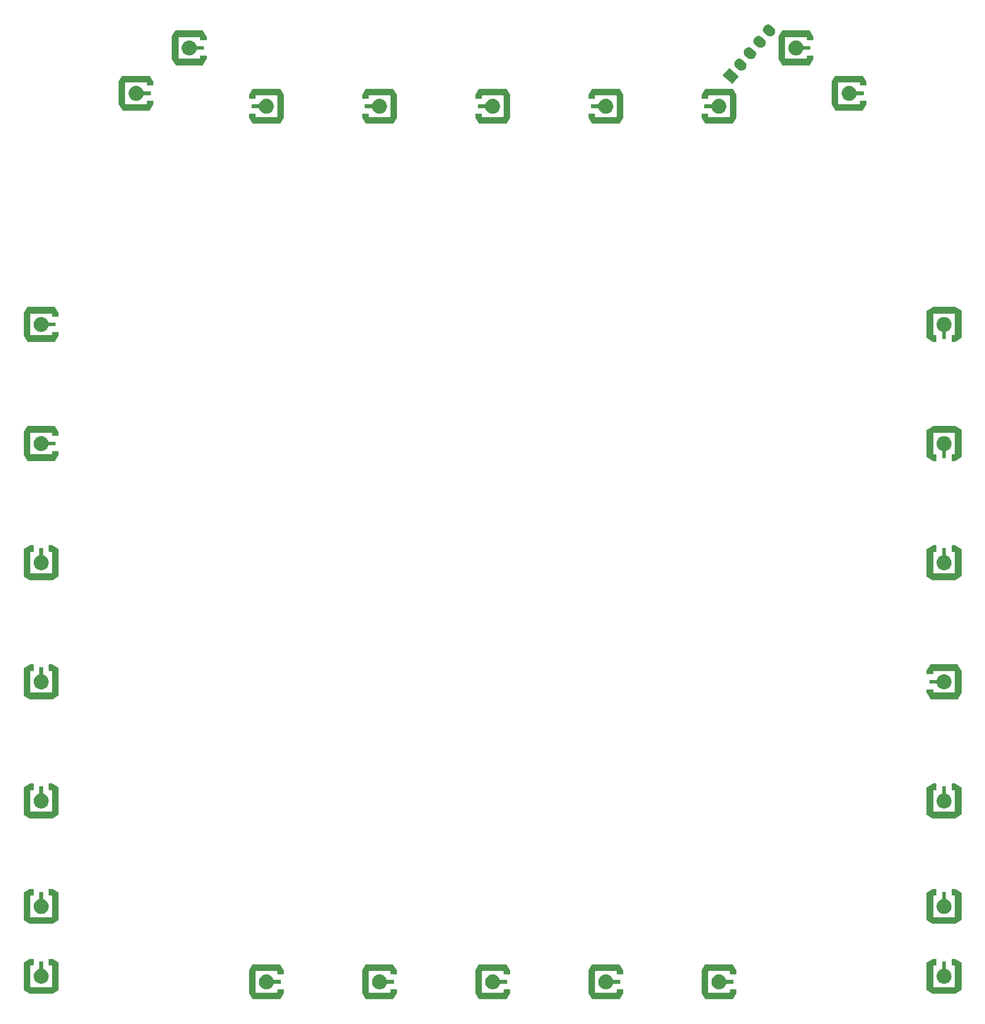
<source format=gbr>
G04 #@! TF.GenerationSoftware,KiCad,Pcbnew,(5.1.4-0-10_14)*
G04 #@! TF.CreationDate,2019-10-29T07:52:00+01:00*
G04 #@! TF.ProjectId,Buttons_AMPCD,42757474-6f6e-4735-9f41-4d5043442e6b,rev?*
G04 #@! TF.SameCoordinates,Original*
G04 #@! TF.FileFunction,Soldermask,Top*
G04 #@! TF.FilePolarity,Negative*
%FSLAX46Y46*%
G04 Gerber Fmt 4.6, Leading zero omitted, Abs format (unit mm)*
G04 Created by KiCad (PCBNEW (5.1.4-0-10_14)) date 2019-10-29 07:52:00*
%MOMM*%
%LPD*%
G04 APERTURE LIST*
%ADD10C,0.100000*%
G04 APERTURE END LIST*
D10*
G36*
X137676109Y-185946098D02*
G01*
X137681574Y-185946637D01*
X137687623Y-185947840D01*
X137687632Y-185947841D01*
X137687641Y-185947844D01*
X137693691Y-185949047D01*
X137696006Y-185949749D01*
X137707399Y-185954468D01*
X137709534Y-185955610D01*
X137719797Y-185962467D01*
X137721083Y-185963522D01*
X137724921Y-185967454D01*
X137726033Y-185968367D01*
X137726918Y-185969501D01*
X137730757Y-185973434D01*
X137735441Y-185979433D01*
X137739798Y-185985779D01*
X138345849Y-186995864D01*
X138348774Y-187001332D01*
X138351121Y-187006287D01*
X138355287Y-187017913D01*
X138356061Y-187021000D01*
X138357783Y-187031676D01*
X138358032Y-187035042D01*
X138358205Y-187039724D01*
X138358205Y-187542336D01*
X138357902Y-187548509D01*
X138357363Y-187553974D01*
X138356160Y-187560023D01*
X138356159Y-187560032D01*
X138356156Y-187560041D01*
X138354953Y-187566091D01*
X138354251Y-187568406D01*
X138349532Y-187579799D01*
X138345494Y-187587353D01*
X138345803Y-187587518D01*
X138338829Y-187600566D01*
X138334695Y-187612118D01*
X138332001Y-187620998D01*
X138332000Y-187621000D01*
X138331999Y-187621001D01*
X138325863Y-187621605D01*
X137248137Y-187621605D01*
X137242001Y-187621001D01*
X137241999Y-187620999D01*
X137241395Y-187614863D01*
X137241395Y-187187204D01*
X137238993Y-187162818D01*
X137231880Y-187139369D01*
X137220329Y-187117758D01*
X137204784Y-187098816D01*
X137185842Y-187083271D01*
X137164231Y-187071720D01*
X137140782Y-187064607D01*
X137116396Y-187062205D01*
X133657204Y-187062205D01*
X133632818Y-187064607D01*
X133609369Y-187071720D01*
X133587758Y-187083271D01*
X133568816Y-187098816D01*
X133553271Y-187117758D01*
X133541720Y-187139369D01*
X133534607Y-187162818D01*
X133532205Y-187187204D01*
X133532205Y-190646796D01*
X133534607Y-190671182D01*
X133541720Y-190694631D01*
X133553271Y-190716242D01*
X133568816Y-190735184D01*
X133587758Y-190750729D01*
X133609369Y-190762280D01*
X133632818Y-190769393D01*
X133657204Y-190771795D01*
X137116796Y-190771795D01*
X137141182Y-190769393D01*
X137164631Y-190762280D01*
X137186242Y-190750729D01*
X137205184Y-190735184D01*
X137220729Y-190716242D01*
X137232280Y-190694631D01*
X137239393Y-190671182D01*
X137241795Y-190646796D01*
X137241795Y-190291664D01*
X137242098Y-190285491D01*
X137242637Y-190280026D01*
X137243840Y-190273977D01*
X137243841Y-190273968D01*
X137243844Y-190273959D01*
X137245047Y-190267909D01*
X137245749Y-190265594D01*
X137250468Y-190254201D01*
X137251610Y-190252066D01*
X137258467Y-190241803D01*
X137260001Y-190239934D01*
X137264362Y-190235573D01*
X137264367Y-190235567D01*
X137264373Y-190235562D01*
X137268734Y-190231201D01*
X137270603Y-190229667D01*
X137280866Y-190222810D01*
X137283001Y-190221668D01*
X137294394Y-190216949D01*
X137296709Y-190216247D01*
X137302759Y-190215044D01*
X137302768Y-190215041D01*
X137302777Y-190215040D01*
X137308826Y-190213837D01*
X137314291Y-190213298D01*
X137320464Y-190212995D01*
X138279536Y-190212995D01*
X138285709Y-190213298D01*
X138291174Y-190213837D01*
X138297223Y-190215040D01*
X138297232Y-190215041D01*
X138297241Y-190215044D01*
X138303291Y-190216247D01*
X138305606Y-190216949D01*
X138316999Y-190221668D01*
X138319134Y-190222810D01*
X138329397Y-190229667D01*
X138331266Y-190231201D01*
X138335627Y-190235562D01*
X138335633Y-190235567D01*
X138335638Y-190235573D01*
X138339999Y-190239934D01*
X138341533Y-190241803D01*
X138348390Y-190252066D01*
X138349532Y-190254201D01*
X138354251Y-190265594D01*
X138354953Y-190267909D01*
X138356156Y-190273959D01*
X138356159Y-190273968D01*
X138356160Y-190273977D01*
X138357363Y-190280026D01*
X138357902Y-190285491D01*
X138358205Y-190291664D01*
X138358205Y-190793536D01*
X138357902Y-190799709D01*
X138357363Y-190805174D01*
X138356160Y-190811223D01*
X138356159Y-190811232D01*
X138356156Y-190811241D01*
X138354953Y-190817291D01*
X138354032Y-190820327D01*
X138350009Y-190830383D01*
X138348501Y-190833379D01*
X138346236Y-190837491D01*
X137739413Y-191848863D01*
X137735965Y-191854017D01*
X137732694Y-191858423D01*
X137724408Y-191867557D01*
X137722609Y-191869186D01*
X137712682Y-191876542D01*
X137710620Y-191877777D01*
X137699457Y-191883050D01*
X137697901Y-191883606D01*
X137692551Y-191884875D01*
X137691190Y-191885361D01*
X137689756Y-191885538D01*
X137684411Y-191886805D01*
X137676874Y-191887732D01*
X137669165Y-191888205D01*
X133104064Y-191888205D01*
X133097891Y-191887902D01*
X133092426Y-191887363D01*
X133086377Y-191886160D01*
X133086368Y-191886159D01*
X133086359Y-191886156D01*
X133080309Y-191884953D01*
X133077994Y-191884251D01*
X133066601Y-191879532D01*
X133064466Y-191878390D01*
X133054203Y-191871533D01*
X133052917Y-191870478D01*
X133049079Y-191866546D01*
X133047967Y-191865633D01*
X133047082Y-191864499D01*
X133043243Y-191860566D01*
X133038559Y-191854567D01*
X133034202Y-191848221D01*
X132428151Y-190838136D01*
X132425226Y-190832668D01*
X132422879Y-190827713D01*
X132418713Y-190816087D01*
X132417939Y-190813000D01*
X132416217Y-190802324D01*
X132415968Y-190798958D01*
X132415795Y-190794276D01*
X132415795Y-186989664D01*
X132416098Y-186983491D01*
X132416637Y-186978026D01*
X132417840Y-186971977D01*
X132417841Y-186971968D01*
X132417844Y-186971959D01*
X132419047Y-186965909D01*
X132420039Y-186962638D01*
X132423842Y-186953022D01*
X132425033Y-186950610D01*
X132427005Y-186946930D01*
X132983229Y-185986180D01*
X132986589Y-185980981D01*
X132989800Y-185976512D01*
X132997941Y-185967251D01*
X132999716Y-185965593D01*
X133009513Y-185958094D01*
X133011570Y-185956818D01*
X133022650Y-185951370D01*
X133023968Y-185950876D01*
X133029118Y-185949591D01*
X133030875Y-185948932D01*
X133032737Y-185948688D01*
X133037883Y-185947404D01*
X133046088Y-185946329D01*
X133054270Y-185945795D01*
X137669936Y-185945795D01*
X137676109Y-185946098D01*
X137676109Y-185946098D01*
G37*
G36*
X118366109Y-185946098D02*
G01*
X118371574Y-185946637D01*
X118377623Y-185947840D01*
X118377632Y-185947841D01*
X118377641Y-185947844D01*
X118383691Y-185949047D01*
X118386006Y-185949749D01*
X118397399Y-185954468D01*
X118399534Y-185955610D01*
X118409797Y-185962467D01*
X118411083Y-185963522D01*
X118414921Y-185967454D01*
X118416033Y-185968367D01*
X118416918Y-185969501D01*
X118420757Y-185973434D01*
X118425441Y-185979433D01*
X118429798Y-185985779D01*
X119035849Y-186995864D01*
X119038774Y-187001332D01*
X119041121Y-187006287D01*
X119045287Y-187017913D01*
X119046061Y-187021000D01*
X119047783Y-187031676D01*
X119048032Y-187035042D01*
X119048205Y-187039724D01*
X119048205Y-187542336D01*
X119047902Y-187548509D01*
X119047363Y-187553974D01*
X119046160Y-187560023D01*
X119046159Y-187560032D01*
X119046156Y-187560041D01*
X119044953Y-187566091D01*
X119044251Y-187568406D01*
X119039532Y-187579799D01*
X119035494Y-187587353D01*
X119035803Y-187587518D01*
X119028829Y-187600566D01*
X119024695Y-187612118D01*
X119022001Y-187620998D01*
X119022000Y-187621000D01*
X119021999Y-187621001D01*
X119015863Y-187621605D01*
X117938137Y-187621605D01*
X117932001Y-187621001D01*
X117931999Y-187620999D01*
X117931395Y-187614863D01*
X117931395Y-187187204D01*
X117928993Y-187162818D01*
X117921880Y-187139369D01*
X117910329Y-187117758D01*
X117894784Y-187098816D01*
X117875842Y-187083271D01*
X117854231Y-187071720D01*
X117830782Y-187064607D01*
X117806396Y-187062205D01*
X114347204Y-187062205D01*
X114322818Y-187064607D01*
X114299369Y-187071720D01*
X114277758Y-187083271D01*
X114258816Y-187098816D01*
X114243271Y-187117758D01*
X114231720Y-187139369D01*
X114224607Y-187162818D01*
X114222205Y-187187204D01*
X114222205Y-190646796D01*
X114224607Y-190671182D01*
X114231720Y-190694631D01*
X114243271Y-190716242D01*
X114258816Y-190735184D01*
X114277758Y-190750729D01*
X114299369Y-190762280D01*
X114322818Y-190769393D01*
X114347204Y-190771795D01*
X117806796Y-190771795D01*
X117831182Y-190769393D01*
X117854631Y-190762280D01*
X117876242Y-190750729D01*
X117895184Y-190735184D01*
X117910729Y-190716242D01*
X117922280Y-190694631D01*
X117929393Y-190671182D01*
X117931795Y-190646796D01*
X117931795Y-190291664D01*
X117932098Y-190285491D01*
X117932637Y-190280026D01*
X117933840Y-190273977D01*
X117933841Y-190273968D01*
X117933844Y-190273959D01*
X117935047Y-190267909D01*
X117935749Y-190265594D01*
X117940468Y-190254201D01*
X117941610Y-190252066D01*
X117948467Y-190241803D01*
X117950001Y-190239934D01*
X117954362Y-190235573D01*
X117954367Y-190235567D01*
X117954373Y-190235562D01*
X117958734Y-190231201D01*
X117960603Y-190229667D01*
X117970866Y-190222810D01*
X117973001Y-190221668D01*
X117984394Y-190216949D01*
X117986709Y-190216247D01*
X117992759Y-190215044D01*
X117992768Y-190215041D01*
X117992777Y-190215040D01*
X117998826Y-190213837D01*
X118004291Y-190213298D01*
X118010464Y-190212995D01*
X118969536Y-190212995D01*
X118975709Y-190213298D01*
X118981174Y-190213837D01*
X118987223Y-190215040D01*
X118987232Y-190215041D01*
X118987241Y-190215044D01*
X118993291Y-190216247D01*
X118995606Y-190216949D01*
X119006999Y-190221668D01*
X119009134Y-190222810D01*
X119019397Y-190229667D01*
X119021266Y-190231201D01*
X119025627Y-190235562D01*
X119025633Y-190235567D01*
X119025638Y-190235573D01*
X119029999Y-190239934D01*
X119031533Y-190241803D01*
X119038390Y-190252066D01*
X119039532Y-190254201D01*
X119044251Y-190265594D01*
X119044953Y-190267909D01*
X119046156Y-190273959D01*
X119046159Y-190273968D01*
X119046160Y-190273977D01*
X119047363Y-190280026D01*
X119047902Y-190285491D01*
X119048205Y-190291664D01*
X119048205Y-190793536D01*
X119047902Y-190799709D01*
X119047363Y-190805174D01*
X119046160Y-190811223D01*
X119046159Y-190811232D01*
X119046156Y-190811241D01*
X119044953Y-190817291D01*
X119044032Y-190820327D01*
X119040009Y-190830383D01*
X119038501Y-190833379D01*
X119036236Y-190837491D01*
X118429413Y-191848863D01*
X118425965Y-191854017D01*
X118422694Y-191858423D01*
X118414408Y-191867557D01*
X118412609Y-191869186D01*
X118402682Y-191876542D01*
X118400620Y-191877777D01*
X118389457Y-191883050D01*
X118387901Y-191883606D01*
X118382551Y-191884875D01*
X118381190Y-191885361D01*
X118379756Y-191885538D01*
X118374411Y-191886805D01*
X118366874Y-191887732D01*
X118359165Y-191888205D01*
X113794064Y-191888205D01*
X113787891Y-191887902D01*
X113782426Y-191887363D01*
X113776377Y-191886160D01*
X113776368Y-191886159D01*
X113776359Y-191886156D01*
X113770309Y-191884953D01*
X113767994Y-191884251D01*
X113756601Y-191879532D01*
X113754466Y-191878390D01*
X113744203Y-191871533D01*
X113742917Y-191870478D01*
X113739079Y-191866546D01*
X113737967Y-191865633D01*
X113737082Y-191864499D01*
X113733243Y-191860566D01*
X113728559Y-191854567D01*
X113724202Y-191848221D01*
X113118151Y-190838136D01*
X113115226Y-190832668D01*
X113112879Y-190827713D01*
X113108713Y-190816087D01*
X113107939Y-190813000D01*
X113106217Y-190802324D01*
X113105968Y-190798958D01*
X113105795Y-190794276D01*
X113105795Y-186989664D01*
X113106098Y-186983491D01*
X113106637Y-186978026D01*
X113107840Y-186971977D01*
X113107841Y-186971968D01*
X113107844Y-186971959D01*
X113109047Y-186965909D01*
X113110039Y-186962638D01*
X113113842Y-186953022D01*
X113115033Y-186950610D01*
X113117005Y-186946930D01*
X113673229Y-185986180D01*
X113676589Y-185980981D01*
X113679800Y-185976512D01*
X113687941Y-185967251D01*
X113689716Y-185965593D01*
X113699513Y-185958094D01*
X113701570Y-185956818D01*
X113712650Y-185951370D01*
X113713968Y-185950876D01*
X113719118Y-185949591D01*
X113720875Y-185948932D01*
X113722737Y-185948688D01*
X113727883Y-185947404D01*
X113736088Y-185946329D01*
X113744270Y-185945795D01*
X118359936Y-185945795D01*
X118366109Y-185946098D01*
X118366109Y-185946098D01*
G37*
G36*
X60456109Y-185946098D02*
G01*
X60461574Y-185946637D01*
X60467623Y-185947840D01*
X60467632Y-185947841D01*
X60467641Y-185947844D01*
X60473691Y-185949047D01*
X60476006Y-185949749D01*
X60487399Y-185954468D01*
X60489534Y-185955610D01*
X60499797Y-185962467D01*
X60501083Y-185963522D01*
X60504921Y-185967454D01*
X60506033Y-185968367D01*
X60506918Y-185969501D01*
X60510757Y-185973434D01*
X60515441Y-185979433D01*
X60519798Y-185985779D01*
X61125849Y-186995864D01*
X61128774Y-187001332D01*
X61131121Y-187006287D01*
X61135287Y-187017913D01*
X61136061Y-187021000D01*
X61137783Y-187031676D01*
X61138032Y-187035042D01*
X61138205Y-187039724D01*
X61138205Y-187542336D01*
X61137902Y-187548509D01*
X61137363Y-187553974D01*
X61136160Y-187560023D01*
X61136159Y-187560032D01*
X61136156Y-187560041D01*
X61134953Y-187566091D01*
X61134251Y-187568406D01*
X61129532Y-187579799D01*
X61125494Y-187587353D01*
X61125803Y-187587518D01*
X61118829Y-187600566D01*
X61114695Y-187612118D01*
X61112001Y-187620998D01*
X61112000Y-187621000D01*
X61111999Y-187621001D01*
X61105863Y-187621605D01*
X60028137Y-187621605D01*
X60022001Y-187621001D01*
X60021999Y-187620999D01*
X60021395Y-187614863D01*
X60021395Y-187187204D01*
X60018993Y-187162818D01*
X60011880Y-187139369D01*
X60000329Y-187117758D01*
X59984784Y-187098816D01*
X59965842Y-187083271D01*
X59944231Y-187071720D01*
X59920782Y-187064607D01*
X59896396Y-187062205D01*
X56437204Y-187062205D01*
X56412818Y-187064607D01*
X56389369Y-187071720D01*
X56367758Y-187083271D01*
X56348816Y-187098816D01*
X56333271Y-187117758D01*
X56321720Y-187139369D01*
X56314607Y-187162818D01*
X56312205Y-187187204D01*
X56312205Y-190646796D01*
X56314607Y-190671182D01*
X56321720Y-190694631D01*
X56333271Y-190716242D01*
X56348816Y-190735184D01*
X56367758Y-190750729D01*
X56389369Y-190762280D01*
X56412818Y-190769393D01*
X56437204Y-190771795D01*
X59896796Y-190771795D01*
X59921182Y-190769393D01*
X59944631Y-190762280D01*
X59966242Y-190750729D01*
X59985184Y-190735184D01*
X60000729Y-190716242D01*
X60012280Y-190694631D01*
X60019393Y-190671182D01*
X60021795Y-190646796D01*
X60021795Y-190291664D01*
X60022098Y-190285491D01*
X60022637Y-190280026D01*
X60023840Y-190273977D01*
X60023841Y-190273968D01*
X60023844Y-190273959D01*
X60025047Y-190267909D01*
X60025749Y-190265594D01*
X60030468Y-190254201D01*
X60031610Y-190252066D01*
X60038467Y-190241803D01*
X60040001Y-190239934D01*
X60044362Y-190235573D01*
X60044367Y-190235567D01*
X60044373Y-190235562D01*
X60048734Y-190231201D01*
X60050603Y-190229667D01*
X60060866Y-190222810D01*
X60063001Y-190221668D01*
X60074394Y-190216949D01*
X60076709Y-190216247D01*
X60082759Y-190215044D01*
X60082768Y-190215041D01*
X60082777Y-190215040D01*
X60088826Y-190213837D01*
X60094291Y-190213298D01*
X60100464Y-190212995D01*
X61059536Y-190212995D01*
X61065709Y-190213298D01*
X61071174Y-190213837D01*
X61077223Y-190215040D01*
X61077232Y-190215041D01*
X61077241Y-190215044D01*
X61083291Y-190216247D01*
X61085606Y-190216949D01*
X61096999Y-190221668D01*
X61099134Y-190222810D01*
X61109397Y-190229667D01*
X61111266Y-190231201D01*
X61115627Y-190235562D01*
X61115633Y-190235567D01*
X61115638Y-190235573D01*
X61119999Y-190239934D01*
X61121533Y-190241803D01*
X61128390Y-190252066D01*
X61129532Y-190254201D01*
X61134251Y-190265594D01*
X61134953Y-190267909D01*
X61136156Y-190273959D01*
X61136159Y-190273968D01*
X61136160Y-190273977D01*
X61137363Y-190280026D01*
X61137902Y-190285491D01*
X61138205Y-190291664D01*
X61138205Y-190793536D01*
X61137902Y-190799709D01*
X61137363Y-190805174D01*
X61136160Y-190811223D01*
X61136159Y-190811232D01*
X61136156Y-190811241D01*
X61134953Y-190817291D01*
X61134032Y-190820327D01*
X61130009Y-190830383D01*
X61128501Y-190833379D01*
X61126236Y-190837491D01*
X60519413Y-191848863D01*
X60515965Y-191854017D01*
X60512694Y-191858423D01*
X60504408Y-191867557D01*
X60502609Y-191869186D01*
X60492682Y-191876542D01*
X60490620Y-191877777D01*
X60479457Y-191883050D01*
X60477901Y-191883606D01*
X60472551Y-191884875D01*
X60471190Y-191885361D01*
X60469756Y-191885538D01*
X60464411Y-191886805D01*
X60456874Y-191887732D01*
X60449165Y-191888205D01*
X55884064Y-191888205D01*
X55877891Y-191887902D01*
X55872426Y-191887363D01*
X55866377Y-191886160D01*
X55866368Y-191886159D01*
X55866359Y-191886156D01*
X55860309Y-191884953D01*
X55857994Y-191884251D01*
X55846601Y-191879532D01*
X55844466Y-191878390D01*
X55834203Y-191871533D01*
X55832917Y-191870478D01*
X55829079Y-191866546D01*
X55827967Y-191865633D01*
X55827082Y-191864499D01*
X55823243Y-191860566D01*
X55818559Y-191854567D01*
X55814202Y-191848221D01*
X55208151Y-190838136D01*
X55205226Y-190832668D01*
X55202879Y-190827713D01*
X55198713Y-190816087D01*
X55197939Y-190813000D01*
X55196217Y-190802324D01*
X55195968Y-190798958D01*
X55195795Y-190794276D01*
X55195795Y-186989664D01*
X55196098Y-186983491D01*
X55196637Y-186978026D01*
X55197840Y-186971977D01*
X55197841Y-186971968D01*
X55197844Y-186971959D01*
X55199047Y-186965909D01*
X55200039Y-186962638D01*
X55203842Y-186953022D01*
X55205033Y-186950610D01*
X55207005Y-186946930D01*
X55763229Y-185986180D01*
X55766589Y-185980981D01*
X55769800Y-185976512D01*
X55777941Y-185967251D01*
X55779716Y-185965593D01*
X55789513Y-185958094D01*
X55791570Y-185956818D01*
X55802650Y-185951370D01*
X55803968Y-185950876D01*
X55809118Y-185949591D01*
X55810875Y-185948932D01*
X55812737Y-185948688D01*
X55817883Y-185947404D01*
X55826088Y-185946329D01*
X55834270Y-185945795D01*
X60449936Y-185945795D01*
X60456109Y-185946098D01*
X60456109Y-185946098D01*
G37*
G36*
X99066109Y-185946098D02*
G01*
X99071574Y-185946637D01*
X99077623Y-185947840D01*
X99077632Y-185947841D01*
X99077641Y-185947844D01*
X99083691Y-185949047D01*
X99086006Y-185949749D01*
X99097399Y-185954468D01*
X99099534Y-185955610D01*
X99109797Y-185962467D01*
X99111083Y-185963522D01*
X99114921Y-185967454D01*
X99116033Y-185968367D01*
X99116918Y-185969501D01*
X99120757Y-185973434D01*
X99125441Y-185979433D01*
X99129798Y-185985779D01*
X99735849Y-186995864D01*
X99738774Y-187001332D01*
X99741121Y-187006287D01*
X99745287Y-187017913D01*
X99746061Y-187021000D01*
X99747783Y-187031676D01*
X99748032Y-187035042D01*
X99748205Y-187039724D01*
X99748205Y-187542336D01*
X99747902Y-187548509D01*
X99747363Y-187553974D01*
X99746160Y-187560023D01*
X99746159Y-187560032D01*
X99746156Y-187560041D01*
X99744953Y-187566091D01*
X99744251Y-187568406D01*
X99739532Y-187579799D01*
X99735494Y-187587353D01*
X99735803Y-187587518D01*
X99728829Y-187600566D01*
X99724695Y-187612118D01*
X99722001Y-187620998D01*
X99722000Y-187621000D01*
X99721999Y-187621001D01*
X99715863Y-187621605D01*
X98638137Y-187621605D01*
X98632001Y-187621001D01*
X98631999Y-187620999D01*
X98631395Y-187614863D01*
X98631395Y-187187204D01*
X98628993Y-187162818D01*
X98621880Y-187139369D01*
X98610329Y-187117758D01*
X98594784Y-187098816D01*
X98575842Y-187083271D01*
X98554231Y-187071720D01*
X98530782Y-187064607D01*
X98506396Y-187062205D01*
X95047204Y-187062205D01*
X95022818Y-187064607D01*
X94999369Y-187071720D01*
X94977758Y-187083271D01*
X94958816Y-187098816D01*
X94943271Y-187117758D01*
X94931720Y-187139369D01*
X94924607Y-187162818D01*
X94922205Y-187187204D01*
X94922205Y-190646796D01*
X94924607Y-190671182D01*
X94931720Y-190694631D01*
X94943271Y-190716242D01*
X94958816Y-190735184D01*
X94977758Y-190750729D01*
X94999369Y-190762280D01*
X95022818Y-190769393D01*
X95047204Y-190771795D01*
X98506796Y-190771795D01*
X98531182Y-190769393D01*
X98554631Y-190762280D01*
X98576242Y-190750729D01*
X98595184Y-190735184D01*
X98610729Y-190716242D01*
X98622280Y-190694631D01*
X98629393Y-190671182D01*
X98631795Y-190646796D01*
X98631795Y-190291664D01*
X98632098Y-190285491D01*
X98632637Y-190280026D01*
X98633840Y-190273977D01*
X98633841Y-190273968D01*
X98633844Y-190273959D01*
X98635047Y-190267909D01*
X98635749Y-190265594D01*
X98640468Y-190254201D01*
X98641610Y-190252066D01*
X98648467Y-190241803D01*
X98650001Y-190239934D01*
X98654362Y-190235573D01*
X98654367Y-190235567D01*
X98654373Y-190235562D01*
X98658734Y-190231201D01*
X98660603Y-190229667D01*
X98670866Y-190222810D01*
X98673001Y-190221668D01*
X98684394Y-190216949D01*
X98686709Y-190216247D01*
X98692759Y-190215044D01*
X98692768Y-190215041D01*
X98692777Y-190215040D01*
X98698826Y-190213837D01*
X98704291Y-190213298D01*
X98710464Y-190212995D01*
X99669536Y-190212995D01*
X99675709Y-190213298D01*
X99681174Y-190213837D01*
X99687223Y-190215040D01*
X99687232Y-190215041D01*
X99687241Y-190215044D01*
X99693291Y-190216247D01*
X99695606Y-190216949D01*
X99706999Y-190221668D01*
X99709134Y-190222810D01*
X99719397Y-190229667D01*
X99721266Y-190231201D01*
X99725627Y-190235562D01*
X99725633Y-190235567D01*
X99725638Y-190235573D01*
X99729999Y-190239934D01*
X99731533Y-190241803D01*
X99738390Y-190252066D01*
X99739532Y-190254201D01*
X99744251Y-190265594D01*
X99744953Y-190267909D01*
X99746156Y-190273959D01*
X99746159Y-190273968D01*
X99746160Y-190273977D01*
X99747363Y-190280026D01*
X99747902Y-190285491D01*
X99748205Y-190291664D01*
X99748205Y-190793536D01*
X99747902Y-190799709D01*
X99747363Y-190805174D01*
X99746160Y-190811223D01*
X99746159Y-190811232D01*
X99746156Y-190811241D01*
X99744953Y-190817291D01*
X99744032Y-190820327D01*
X99740009Y-190830383D01*
X99738501Y-190833379D01*
X99736236Y-190837491D01*
X99129413Y-191848863D01*
X99125965Y-191854017D01*
X99122694Y-191858423D01*
X99114408Y-191867557D01*
X99112609Y-191869186D01*
X99102682Y-191876542D01*
X99100620Y-191877777D01*
X99089457Y-191883050D01*
X99087901Y-191883606D01*
X99082551Y-191884875D01*
X99081190Y-191885361D01*
X99079756Y-191885538D01*
X99074411Y-191886805D01*
X99066874Y-191887732D01*
X99059165Y-191888205D01*
X94494064Y-191888205D01*
X94487891Y-191887902D01*
X94482426Y-191887363D01*
X94476377Y-191886160D01*
X94476368Y-191886159D01*
X94476359Y-191886156D01*
X94470309Y-191884953D01*
X94467994Y-191884251D01*
X94456601Y-191879532D01*
X94454466Y-191878390D01*
X94444203Y-191871533D01*
X94442917Y-191870478D01*
X94439079Y-191866546D01*
X94437967Y-191865633D01*
X94437082Y-191864499D01*
X94433243Y-191860566D01*
X94428559Y-191854567D01*
X94424202Y-191848221D01*
X93818151Y-190838136D01*
X93815226Y-190832668D01*
X93812879Y-190827713D01*
X93808713Y-190816087D01*
X93807939Y-190813000D01*
X93806217Y-190802324D01*
X93805968Y-190798958D01*
X93805795Y-190794276D01*
X93805795Y-186989664D01*
X93806098Y-186983491D01*
X93806637Y-186978026D01*
X93807840Y-186971977D01*
X93807841Y-186971968D01*
X93807844Y-186971959D01*
X93809047Y-186965909D01*
X93810039Y-186962638D01*
X93813842Y-186953022D01*
X93815033Y-186950610D01*
X93817005Y-186946930D01*
X94373229Y-185986180D01*
X94376589Y-185980981D01*
X94379800Y-185976512D01*
X94387941Y-185967251D01*
X94389716Y-185965593D01*
X94399513Y-185958094D01*
X94401570Y-185956818D01*
X94412650Y-185951370D01*
X94413968Y-185950876D01*
X94419118Y-185949591D01*
X94420875Y-185948932D01*
X94422737Y-185948688D01*
X94427883Y-185947404D01*
X94436088Y-185946329D01*
X94444270Y-185945795D01*
X99059936Y-185945795D01*
X99066109Y-185946098D01*
X99066109Y-185946098D01*
G37*
G36*
X79756109Y-185946098D02*
G01*
X79761574Y-185946637D01*
X79767623Y-185947840D01*
X79767632Y-185947841D01*
X79767641Y-185947844D01*
X79773691Y-185949047D01*
X79776006Y-185949749D01*
X79787399Y-185954468D01*
X79789534Y-185955610D01*
X79799797Y-185962467D01*
X79801083Y-185963522D01*
X79804921Y-185967454D01*
X79806033Y-185968367D01*
X79806918Y-185969501D01*
X79810757Y-185973434D01*
X79815441Y-185979433D01*
X79819798Y-185985779D01*
X80425849Y-186995864D01*
X80428774Y-187001332D01*
X80431121Y-187006287D01*
X80435287Y-187017913D01*
X80436061Y-187021000D01*
X80437783Y-187031676D01*
X80438032Y-187035042D01*
X80438205Y-187039724D01*
X80438205Y-187542336D01*
X80437902Y-187548509D01*
X80437363Y-187553974D01*
X80436160Y-187560023D01*
X80436159Y-187560032D01*
X80436156Y-187560041D01*
X80434953Y-187566091D01*
X80434251Y-187568406D01*
X80429532Y-187579799D01*
X80425494Y-187587353D01*
X80425803Y-187587518D01*
X80418829Y-187600566D01*
X80414695Y-187612118D01*
X80412001Y-187620998D01*
X80412000Y-187621000D01*
X80411999Y-187621001D01*
X80405863Y-187621605D01*
X79328137Y-187621605D01*
X79322001Y-187621001D01*
X79321999Y-187620999D01*
X79321395Y-187614863D01*
X79321395Y-187187204D01*
X79318993Y-187162818D01*
X79311880Y-187139369D01*
X79300329Y-187117758D01*
X79284784Y-187098816D01*
X79265842Y-187083271D01*
X79244231Y-187071720D01*
X79220782Y-187064607D01*
X79196396Y-187062205D01*
X75737204Y-187062205D01*
X75712818Y-187064607D01*
X75689369Y-187071720D01*
X75667758Y-187083271D01*
X75648816Y-187098816D01*
X75633271Y-187117758D01*
X75621720Y-187139369D01*
X75614607Y-187162818D01*
X75612205Y-187187204D01*
X75612205Y-190646796D01*
X75614607Y-190671182D01*
X75621720Y-190694631D01*
X75633271Y-190716242D01*
X75648816Y-190735184D01*
X75667758Y-190750729D01*
X75689369Y-190762280D01*
X75712818Y-190769393D01*
X75737204Y-190771795D01*
X79196796Y-190771795D01*
X79221182Y-190769393D01*
X79244631Y-190762280D01*
X79266242Y-190750729D01*
X79285184Y-190735184D01*
X79300729Y-190716242D01*
X79312280Y-190694631D01*
X79319393Y-190671182D01*
X79321795Y-190646796D01*
X79321795Y-190291664D01*
X79322098Y-190285491D01*
X79322637Y-190280026D01*
X79323840Y-190273977D01*
X79323841Y-190273968D01*
X79323844Y-190273959D01*
X79325047Y-190267909D01*
X79325749Y-190265594D01*
X79330468Y-190254201D01*
X79331610Y-190252066D01*
X79338467Y-190241803D01*
X79340001Y-190239934D01*
X79344362Y-190235573D01*
X79344367Y-190235567D01*
X79344373Y-190235562D01*
X79348734Y-190231201D01*
X79350603Y-190229667D01*
X79360866Y-190222810D01*
X79363001Y-190221668D01*
X79374394Y-190216949D01*
X79376709Y-190216247D01*
X79382759Y-190215044D01*
X79382768Y-190215041D01*
X79382777Y-190215040D01*
X79388826Y-190213837D01*
X79394291Y-190213298D01*
X79400464Y-190212995D01*
X80359536Y-190212995D01*
X80365709Y-190213298D01*
X80371174Y-190213837D01*
X80377223Y-190215040D01*
X80377232Y-190215041D01*
X80377241Y-190215044D01*
X80383291Y-190216247D01*
X80385606Y-190216949D01*
X80396999Y-190221668D01*
X80399134Y-190222810D01*
X80409397Y-190229667D01*
X80411266Y-190231201D01*
X80415627Y-190235562D01*
X80415633Y-190235567D01*
X80415638Y-190235573D01*
X80419999Y-190239934D01*
X80421533Y-190241803D01*
X80428390Y-190252066D01*
X80429532Y-190254201D01*
X80434251Y-190265594D01*
X80434953Y-190267909D01*
X80436156Y-190273959D01*
X80436159Y-190273968D01*
X80436160Y-190273977D01*
X80437363Y-190280026D01*
X80437902Y-190285491D01*
X80438205Y-190291664D01*
X80438205Y-190793536D01*
X80437902Y-190799709D01*
X80437363Y-190805174D01*
X80436160Y-190811223D01*
X80436159Y-190811232D01*
X80436156Y-190811241D01*
X80434953Y-190817291D01*
X80434032Y-190820327D01*
X80430009Y-190830383D01*
X80428501Y-190833379D01*
X80426236Y-190837491D01*
X79819413Y-191848863D01*
X79815965Y-191854017D01*
X79812694Y-191858423D01*
X79804408Y-191867557D01*
X79802609Y-191869186D01*
X79792682Y-191876542D01*
X79790620Y-191877777D01*
X79779457Y-191883050D01*
X79777901Y-191883606D01*
X79772551Y-191884875D01*
X79771190Y-191885361D01*
X79769756Y-191885538D01*
X79764411Y-191886805D01*
X79756874Y-191887732D01*
X79749165Y-191888205D01*
X75184064Y-191888205D01*
X75177891Y-191887902D01*
X75172426Y-191887363D01*
X75166377Y-191886160D01*
X75166368Y-191886159D01*
X75166359Y-191886156D01*
X75160309Y-191884953D01*
X75157994Y-191884251D01*
X75146601Y-191879532D01*
X75144466Y-191878390D01*
X75134203Y-191871533D01*
X75132917Y-191870478D01*
X75129079Y-191866546D01*
X75127967Y-191865633D01*
X75127082Y-191864499D01*
X75123243Y-191860566D01*
X75118559Y-191854567D01*
X75114202Y-191848221D01*
X74508151Y-190838136D01*
X74505226Y-190832668D01*
X74502879Y-190827713D01*
X74498713Y-190816087D01*
X74497939Y-190813000D01*
X74496217Y-190802324D01*
X74495968Y-190798958D01*
X74495795Y-190794276D01*
X74495795Y-186989664D01*
X74496098Y-186983491D01*
X74496637Y-186978026D01*
X74497840Y-186971977D01*
X74497841Y-186971968D01*
X74497844Y-186971959D01*
X74499047Y-186965909D01*
X74500039Y-186962638D01*
X74503842Y-186953022D01*
X74505033Y-186950610D01*
X74507005Y-186946930D01*
X75063229Y-185986180D01*
X75066589Y-185980981D01*
X75069800Y-185976512D01*
X75077941Y-185967251D01*
X75079716Y-185965593D01*
X75089513Y-185958094D01*
X75091570Y-185956818D01*
X75102650Y-185951370D01*
X75103968Y-185950876D01*
X75109118Y-185949591D01*
X75110875Y-185948932D01*
X75112737Y-185948688D01*
X75117883Y-185947404D01*
X75126088Y-185946329D01*
X75134270Y-185945795D01*
X79749936Y-185945795D01*
X79756109Y-185946098D01*
X79756109Y-185946098D01*
G37*
G36*
X18378509Y-184976098D02*
G01*
X18383974Y-184976637D01*
X18390023Y-184977840D01*
X18390032Y-184977841D01*
X18390041Y-184977844D01*
X18396091Y-184979047D01*
X18398406Y-184979749D01*
X18409799Y-184984468D01*
X18417353Y-184988506D01*
X18417518Y-184988197D01*
X18430566Y-184995171D01*
X18442118Y-184999305D01*
X18450998Y-185001999D01*
X18451000Y-185002000D01*
X18451001Y-185002001D01*
X18451605Y-185008137D01*
X18451605Y-186085863D01*
X18451001Y-186091999D01*
X18450999Y-186092001D01*
X18444863Y-186092605D01*
X18017204Y-186092605D01*
X17992818Y-186095007D01*
X17969369Y-186102120D01*
X17947758Y-186113671D01*
X17928816Y-186129216D01*
X17913271Y-186148158D01*
X17901720Y-186169769D01*
X17894607Y-186193218D01*
X17892205Y-186217604D01*
X17892205Y-189676796D01*
X17894607Y-189701182D01*
X17901720Y-189724631D01*
X17913271Y-189746242D01*
X17928816Y-189765184D01*
X17947758Y-189780729D01*
X17969369Y-189792280D01*
X17992818Y-189799393D01*
X18017204Y-189801795D01*
X21476796Y-189801795D01*
X21501182Y-189799393D01*
X21524631Y-189792280D01*
X21546242Y-189780729D01*
X21565184Y-189765184D01*
X21580729Y-189746242D01*
X21592280Y-189724631D01*
X21599393Y-189701182D01*
X21601795Y-189676796D01*
X21601795Y-186217204D01*
X21599393Y-186192818D01*
X21592280Y-186169369D01*
X21580729Y-186147758D01*
X21565184Y-186128816D01*
X21546242Y-186113271D01*
X21524631Y-186101720D01*
X21501182Y-186094607D01*
X21476796Y-186092205D01*
X21121664Y-186092205D01*
X21115491Y-186091902D01*
X21110026Y-186091363D01*
X21103977Y-186090160D01*
X21103968Y-186090159D01*
X21103959Y-186090156D01*
X21097909Y-186088953D01*
X21095594Y-186088251D01*
X21084201Y-186083532D01*
X21082066Y-186082390D01*
X21071803Y-186075533D01*
X21069934Y-186073999D01*
X21065573Y-186069638D01*
X21065567Y-186069633D01*
X21065562Y-186069627D01*
X21061201Y-186065266D01*
X21059667Y-186063397D01*
X21052810Y-186053134D01*
X21051668Y-186050999D01*
X21046949Y-186039606D01*
X21046247Y-186037291D01*
X21045044Y-186031241D01*
X21045041Y-186031232D01*
X21045040Y-186031223D01*
X21043837Y-186025174D01*
X21043298Y-186019709D01*
X21042995Y-186013536D01*
X21042995Y-185054464D01*
X21043298Y-185048291D01*
X21043837Y-185042826D01*
X21045040Y-185036777D01*
X21045041Y-185036768D01*
X21045044Y-185036759D01*
X21046247Y-185030709D01*
X21046949Y-185028394D01*
X21051668Y-185017001D01*
X21052810Y-185014866D01*
X21059667Y-185004603D01*
X21061201Y-185002734D01*
X21065562Y-184998373D01*
X21065567Y-184998367D01*
X21065573Y-184998362D01*
X21069934Y-184994001D01*
X21071803Y-184992467D01*
X21082066Y-184985610D01*
X21084201Y-184984468D01*
X21095594Y-184979749D01*
X21097909Y-184979047D01*
X21103959Y-184977844D01*
X21103968Y-184977841D01*
X21103977Y-184977840D01*
X21110026Y-184976637D01*
X21115491Y-184976098D01*
X21121664Y-184975795D01*
X21623536Y-184975795D01*
X21629709Y-184976098D01*
X21635174Y-184976637D01*
X21641223Y-184977840D01*
X21641232Y-184977841D01*
X21641241Y-184977844D01*
X21647291Y-184979047D01*
X21650327Y-184979968D01*
X21660383Y-184983991D01*
X21663379Y-184985499D01*
X21667491Y-184987764D01*
X22678863Y-185594587D01*
X22684017Y-185598035D01*
X22688423Y-185601306D01*
X22697557Y-185609592D01*
X22699186Y-185611391D01*
X22706542Y-185621318D01*
X22707777Y-185623380D01*
X22713050Y-185634543D01*
X22713606Y-185636099D01*
X22714875Y-185641449D01*
X22715361Y-185642810D01*
X22715538Y-185644244D01*
X22716805Y-185649589D01*
X22717732Y-185657126D01*
X22718205Y-185664835D01*
X22718205Y-190229936D01*
X22717902Y-190236109D01*
X22717363Y-190241574D01*
X22716160Y-190247623D01*
X22716159Y-190247632D01*
X22716156Y-190247641D01*
X22714953Y-190253691D01*
X22714251Y-190256006D01*
X22709532Y-190267399D01*
X22708390Y-190269534D01*
X22701533Y-190279797D01*
X22700478Y-190281083D01*
X22696546Y-190284921D01*
X22695633Y-190286033D01*
X22694499Y-190286918D01*
X22690566Y-190290757D01*
X22684567Y-190295441D01*
X22678221Y-190299798D01*
X21668136Y-190905849D01*
X21662668Y-190908774D01*
X21657713Y-190911121D01*
X21646087Y-190915287D01*
X21643000Y-190916061D01*
X21632324Y-190917783D01*
X21628958Y-190918032D01*
X21624276Y-190918205D01*
X17819664Y-190918205D01*
X17813491Y-190917902D01*
X17808026Y-190917363D01*
X17801977Y-190916160D01*
X17801968Y-190916159D01*
X17801959Y-190916156D01*
X17795909Y-190914953D01*
X17792638Y-190913961D01*
X17783022Y-190910158D01*
X17780610Y-190908967D01*
X17776930Y-190906995D01*
X16816180Y-190350771D01*
X16810981Y-190347411D01*
X16806512Y-190344200D01*
X16797251Y-190336059D01*
X16795593Y-190334284D01*
X16788094Y-190324487D01*
X16786818Y-190322430D01*
X16781370Y-190311350D01*
X16780876Y-190310032D01*
X16779591Y-190304882D01*
X16778932Y-190303125D01*
X16778688Y-190301263D01*
X16777404Y-190296117D01*
X16776329Y-190287912D01*
X16775795Y-190279730D01*
X16775795Y-185664064D01*
X16776098Y-185657891D01*
X16776637Y-185652426D01*
X16777840Y-185646377D01*
X16777841Y-185646368D01*
X16777844Y-185646359D01*
X16779047Y-185640309D01*
X16779749Y-185637994D01*
X16784468Y-185626601D01*
X16785610Y-185624466D01*
X16792467Y-185614203D01*
X16793522Y-185612917D01*
X16797454Y-185609079D01*
X16798367Y-185607967D01*
X16799501Y-185607082D01*
X16803434Y-185603243D01*
X16809433Y-185598559D01*
X16815779Y-185594202D01*
X17825864Y-184988151D01*
X17831332Y-184985226D01*
X17836287Y-184982879D01*
X17847913Y-184978713D01*
X17851000Y-184977939D01*
X17861676Y-184976217D01*
X17865042Y-184975968D01*
X17869724Y-184975795D01*
X18372336Y-184975795D01*
X18378509Y-184976098D01*
X18378509Y-184976098D01*
G37*
G36*
X172428509Y-184976098D02*
G01*
X172433974Y-184976637D01*
X172440023Y-184977840D01*
X172440032Y-184977841D01*
X172440041Y-184977844D01*
X172446091Y-184979047D01*
X172448406Y-184979749D01*
X172459799Y-184984468D01*
X172467353Y-184988506D01*
X172467518Y-184988197D01*
X172480566Y-184995171D01*
X172492118Y-184999305D01*
X172500998Y-185001999D01*
X172501000Y-185002000D01*
X172501001Y-185002001D01*
X172501605Y-185008137D01*
X172501605Y-186085863D01*
X172501001Y-186091999D01*
X172500999Y-186092001D01*
X172494863Y-186092605D01*
X172067204Y-186092605D01*
X172042818Y-186095007D01*
X172019369Y-186102120D01*
X171997758Y-186113671D01*
X171978816Y-186129216D01*
X171963271Y-186148158D01*
X171951720Y-186169769D01*
X171944607Y-186193218D01*
X171942205Y-186217604D01*
X171942205Y-189676796D01*
X171944607Y-189701182D01*
X171951720Y-189724631D01*
X171963271Y-189746242D01*
X171978816Y-189765184D01*
X171997758Y-189780729D01*
X172019369Y-189792280D01*
X172042818Y-189799393D01*
X172067204Y-189801795D01*
X175526796Y-189801795D01*
X175551182Y-189799393D01*
X175574631Y-189792280D01*
X175596242Y-189780729D01*
X175615184Y-189765184D01*
X175630729Y-189746242D01*
X175642280Y-189724631D01*
X175649393Y-189701182D01*
X175651795Y-189676796D01*
X175651795Y-186217204D01*
X175649393Y-186192818D01*
X175642280Y-186169369D01*
X175630729Y-186147758D01*
X175615184Y-186128816D01*
X175596242Y-186113271D01*
X175574631Y-186101720D01*
X175551182Y-186094607D01*
X175526796Y-186092205D01*
X175171664Y-186092205D01*
X175165491Y-186091902D01*
X175160026Y-186091363D01*
X175153977Y-186090160D01*
X175153968Y-186090159D01*
X175153959Y-186090156D01*
X175147909Y-186088953D01*
X175145594Y-186088251D01*
X175134201Y-186083532D01*
X175132066Y-186082390D01*
X175121803Y-186075533D01*
X175119934Y-186073999D01*
X175115573Y-186069638D01*
X175115567Y-186069633D01*
X175115562Y-186069627D01*
X175111201Y-186065266D01*
X175109667Y-186063397D01*
X175102810Y-186053134D01*
X175101668Y-186050999D01*
X175096949Y-186039606D01*
X175096247Y-186037291D01*
X175095044Y-186031241D01*
X175095041Y-186031232D01*
X175095040Y-186031223D01*
X175093837Y-186025174D01*
X175093298Y-186019709D01*
X175092995Y-186013536D01*
X175092995Y-185054464D01*
X175093298Y-185048291D01*
X175093837Y-185042826D01*
X175095040Y-185036777D01*
X175095041Y-185036768D01*
X175095044Y-185036759D01*
X175096247Y-185030709D01*
X175096949Y-185028394D01*
X175101668Y-185017001D01*
X175102810Y-185014866D01*
X175109667Y-185004603D01*
X175111201Y-185002734D01*
X175115562Y-184998373D01*
X175115567Y-184998367D01*
X175115573Y-184998362D01*
X175119934Y-184994001D01*
X175121803Y-184992467D01*
X175132066Y-184985610D01*
X175134201Y-184984468D01*
X175145594Y-184979749D01*
X175147909Y-184979047D01*
X175153959Y-184977844D01*
X175153968Y-184977841D01*
X175153977Y-184977840D01*
X175160026Y-184976637D01*
X175165491Y-184976098D01*
X175171664Y-184975795D01*
X175673536Y-184975795D01*
X175679709Y-184976098D01*
X175685174Y-184976637D01*
X175691223Y-184977840D01*
X175691232Y-184977841D01*
X175691241Y-184977844D01*
X175697291Y-184979047D01*
X175700327Y-184979968D01*
X175710383Y-184983991D01*
X175713379Y-184985499D01*
X175717491Y-184987764D01*
X176728863Y-185594587D01*
X176734017Y-185598035D01*
X176738423Y-185601306D01*
X176747557Y-185609592D01*
X176749186Y-185611391D01*
X176756542Y-185621318D01*
X176757777Y-185623380D01*
X176763050Y-185634543D01*
X176763606Y-185636099D01*
X176764875Y-185641449D01*
X176765361Y-185642810D01*
X176765538Y-185644244D01*
X176766805Y-185649589D01*
X176767732Y-185657126D01*
X176768205Y-185664835D01*
X176768205Y-190229936D01*
X176767902Y-190236109D01*
X176767363Y-190241574D01*
X176766160Y-190247623D01*
X176766159Y-190247632D01*
X176766156Y-190247641D01*
X176764953Y-190253691D01*
X176764251Y-190256006D01*
X176759532Y-190267399D01*
X176758390Y-190269534D01*
X176751533Y-190279797D01*
X176750478Y-190281083D01*
X176746546Y-190284921D01*
X176745633Y-190286033D01*
X176744499Y-190286918D01*
X176740566Y-190290757D01*
X176734567Y-190295441D01*
X176728221Y-190299798D01*
X175718136Y-190905849D01*
X175712668Y-190908774D01*
X175707713Y-190911121D01*
X175696087Y-190915287D01*
X175693000Y-190916061D01*
X175682324Y-190917783D01*
X175678958Y-190918032D01*
X175674276Y-190918205D01*
X171869664Y-190918205D01*
X171863491Y-190917902D01*
X171858026Y-190917363D01*
X171851977Y-190916160D01*
X171851968Y-190916159D01*
X171851959Y-190916156D01*
X171845909Y-190914953D01*
X171842638Y-190913961D01*
X171833022Y-190910158D01*
X171830610Y-190908967D01*
X171826930Y-190906995D01*
X170866180Y-190350771D01*
X170860981Y-190347411D01*
X170856512Y-190344200D01*
X170847251Y-190336059D01*
X170845593Y-190334284D01*
X170838094Y-190324487D01*
X170836818Y-190322430D01*
X170831370Y-190311350D01*
X170830876Y-190310032D01*
X170829591Y-190304882D01*
X170828932Y-190303125D01*
X170828688Y-190301263D01*
X170827404Y-190296117D01*
X170826329Y-190287912D01*
X170825795Y-190279730D01*
X170825795Y-185664064D01*
X170826098Y-185657891D01*
X170826637Y-185652426D01*
X170827840Y-185646377D01*
X170827841Y-185646368D01*
X170827844Y-185646359D01*
X170829047Y-185640309D01*
X170829749Y-185637994D01*
X170834468Y-185626601D01*
X170835610Y-185624466D01*
X170842467Y-185614203D01*
X170843522Y-185612917D01*
X170847454Y-185609079D01*
X170848367Y-185607967D01*
X170849501Y-185607082D01*
X170853434Y-185603243D01*
X170859433Y-185598559D01*
X170865779Y-185594202D01*
X171875864Y-184988151D01*
X171881332Y-184985226D01*
X171886287Y-184982879D01*
X171897913Y-184978713D01*
X171901000Y-184977939D01*
X171911676Y-184976217D01*
X171915042Y-184975968D01*
X171919724Y-184975795D01*
X172422336Y-184975795D01*
X172428509Y-184976098D01*
X172428509Y-184976098D01*
G37*
G36*
X116306468Y-187657829D02*
G01*
X116317900Y-187659966D01*
X116533930Y-187721431D01*
X116544764Y-187725628D01*
X116745844Y-187825754D01*
X116755724Y-187831870D01*
X116934966Y-187967228D01*
X116943558Y-187975062D01*
X117094874Y-188141047D01*
X117101888Y-188150334D01*
X117220124Y-188341293D01*
X117225306Y-188351702D01*
X117285683Y-188507551D01*
X117296732Y-188529423D01*
X117311836Y-188548719D01*
X117330413Y-188564697D01*
X117351752Y-188576744D01*
X117375030Y-188584397D01*
X117402241Y-188587395D01*
X118482904Y-188587395D01*
X118487342Y-188587914D01*
X118487374Y-188587915D01*
X118491781Y-188587620D01*
X118494404Y-188587774D01*
X118497296Y-188588098D01*
X118498953Y-188588273D01*
X118499318Y-188588309D01*
X118504072Y-188589317D01*
X118505620Y-188589635D01*
X118514319Y-188591365D01*
X118515706Y-188591659D01*
X118516086Y-188591798D01*
X118516163Y-188591814D01*
X118516605Y-188591975D01*
X118517593Y-188592185D01*
X118517619Y-188592065D01*
X118534406Y-188595627D01*
X118542790Y-188596092D01*
X118551999Y-188596999D01*
X118552000Y-188597000D01*
X118552001Y-188597002D01*
X118552733Y-188604437D01*
X118558597Y-188627891D01*
X118559700Y-188633691D01*
X118560423Y-188635766D01*
X118561374Y-188638996D01*
X118561609Y-188639935D01*
X118561754Y-188640285D01*
X118561991Y-188641091D01*
X118562239Y-188641922D01*
X118562549Y-188642948D01*
X118563671Y-188648858D01*
X118563888Y-188649973D01*
X118564780Y-188654447D01*
X118564868Y-188655418D01*
X118564951Y-188656295D01*
X118565304Y-188659891D01*
X118565605Y-188666056D01*
X118565605Y-189163904D01*
X118565086Y-189168342D01*
X118565085Y-189168374D01*
X118565380Y-189172781D01*
X118565226Y-189175404D01*
X118564902Y-189178296D01*
X118564727Y-189179953D01*
X118564691Y-189180318D01*
X118563683Y-189185072D01*
X118563365Y-189186620D01*
X118562319Y-189191880D01*
X118562035Y-189192775D01*
X118561565Y-189194289D01*
X118559871Y-189199873D01*
X118559994Y-189199910D01*
X118559934Y-189200100D01*
X118559777Y-189200052D01*
X118559718Y-189200243D01*
X118559873Y-189200291D01*
X118559793Y-189200544D01*
X118559591Y-189200480D01*
X118559512Y-189200729D01*
X118559714Y-189200793D01*
X118554804Y-189216296D01*
X118552697Y-189229929D01*
X118552001Y-189236999D01*
X118551999Y-189237001D01*
X118539750Y-189238207D01*
X118539810Y-189238818D01*
X118512892Y-189242701D01*
X118511884Y-189242998D01*
X118511078Y-189243239D01*
X118510052Y-189243549D01*
X118504142Y-189244671D01*
X118503027Y-189244888D01*
X118498553Y-189245780D01*
X118497582Y-189245868D01*
X118496705Y-189245951D01*
X118493109Y-189246304D01*
X118486944Y-189246605D01*
X117402241Y-189246605D01*
X117377855Y-189249007D01*
X117354406Y-189256120D01*
X117332795Y-189267671D01*
X117313853Y-189283216D01*
X117298308Y-189302158D01*
X117285683Y-189326449D01*
X117225306Y-189482298D01*
X117220124Y-189492707D01*
X117101888Y-189683666D01*
X117094874Y-189692953D01*
X116943558Y-189858938D01*
X116934966Y-189866772D01*
X116755724Y-190002130D01*
X116745844Y-190008246D01*
X116544764Y-190108372D01*
X116533930Y-190112569D01*
X116317900Y-190174034D01*
X116306468Y-190176171D01*
X116082808Y-190196897D01*
X116071192Y-190196897D01*
X115847532Y-190176171D01*
X115836100Y-190174034D01*
X115620070Y-190112569D01*
X115609236Y-190108372D01*
X115408156Y-190008246D01*
X115398276Y-190002130D01*
X115219034Y-189866772D01*
X115210442Y-189858938D01*
X115059126Y-189692953D01*
X115052112Y-189683666D01*
X114933876Y-189492707D01*
X114928694Y-189482298D01*
X114847552Y-189272848D01*
X114844374Y-189261677D01*
X114803100Y-189040881D01*
X114802027Y-189029304D01*
X114802027Y-188804696D01*
X114803100Y-188793119D01*
X114844374Y-188572323D01*
X114847552Y-188561152D01*
X114928694Y-188351702D01*
X114933876Y-188341293D01*
X115052112Y-188150334D01*
X115059126Y-188141047D01*
X115210442Y-187975062D01*
X115219034Y-187967228D01*
X115398276Y-187831870D01*
X115408156Y-187825754D01*
X115609236Y-187725628D01*
X115620070Y-187721431D01*
X115836100Y-187659966D01*
X115847532Y-187657829D01*
X116071192Y-187637103D01*
X116082808Y-187637103D01*
X116306468Y-187657829D01*
X116306468Y-187657829D01*
G37*
G36*
X77696468Y-187657829D02*
G01*
X77707900Y-187659966D01*
X77923930Y-187721431D01*
X77934764Y-187725628D01*
X78135844Y-187825754D01*
X78145724Y-187831870D01*
X78324966Y-187967228D01*
X78333558Y-187975062D01*
X78484874Y-188141047D01*
X78491888Y-188150334D01*
X78610124Y-188341293D01*
X78615306Y-188351702D01*
X78675683Y-188507551D01*
X78686732Y-188529423D01*
X78701836Y-188548719D01*
X78720413Y-188564697D01*
X78741752Y-188576744D01*
X78765030Y-188584397D01*
X78792241Y-188587395D01*
X79872904Y-188587395D01*
X79877342Y-188587914D01*
X79877374Y-188587915D01*
X79881781Y-188587620D01*
X79884404Y-188587774D01*
X79887296Y-188588098D01*
X79888953Y-188588273D01*
X79889318Y-188588309D01*
X79894072Y-188589317D01*
X79895620Y-188589635D01*
X79904319Y-188591365D01*
X79905706Y-188591659D01*
X79906086Y-188591798D01*
X79906163Y-188591814D01*
X79906605Y-188591975D01*
X79907593Y-188592185D01*
X79907619Y-188592065D01*
X79924406Y-188595627D01*
X79932790Y-188596092D01*
X79941999Y-188596999D01*
X79942000Y-188597000D01*
X79942001Y-188597002D01*
X79942733Y-188604437D01*
X79948597Y-188627891D01*
X79949700Y-188633691D01*
X79950423Y-188635766D01*
X79951374Y-188638996D01*
X79951609Y-188639935D01*
X79951754Y-188640285D01*
X79951991Y-188641091D01*
X79952239Y-188641922D01*
X79952549Y-188642948D01*
X79953671Y-188648858D01*
X79953888Y-188649973D01*
X79954780Y-188654447D01*
X79954868Y-188655418D01*
X79954951Y-188656295D01*
X79955304Y-188659891D01*
X79955605Y-188666056D01*
X79955605Y-189163904D01*
X79955086Y-189168342D01*
X79955085Y-189168374D01*
X79955380Y-189172781D01*
X79955226Y-189175404D01*
X79954902Y-189178296D01*
X79954727Y-189179953D01*
X79954691Y-189180318D01*
X79953683Y-189185072D01*
X79953365Y-189186620D01*
X79952319Y-189191880D01*
X79952035Y-189192775D01*
X79951565Y-189194289D01*
X79949871Y-189199873D01*
X79949994Y-189199910D01*
X79949934Y-189200100D01*
X79949777Y-189200052D01*
X79949718Y-189200243D01*
X79949873Y-189200291D01*
X79949793Y-189200544D01*
X79949591Y-189200480D01*
X79949512Y-189200729D01*
X79949714Y-189200793D01*
X79944804Y-189216296D01*
X79942697Y-189229929D01*
X79942001Y-189236999D01*
X79941999Y-189237001D01*
X79929750Y-189238207D01*
X79929810Y-189238818D01*
X79902892Y-189242701D01*
X79901884Y-189242998D01*
X79901078Y-189243239D01*
X79900052Y-189243549D01*
X79894142Y-189244671D01*
X79893027Y-189244888D01*
X79888553Y-189245780D01*
X79887582Y-189245868D01*
X79886705Y-189245951D01*
X79883109Y-189246304D01*
X79876944Y-189246605D01*
X78792241Y-189246605D01*
X78767855Y-189249007D01*
X78744406Y-189256120D01*
X78722795Y-189267671D01*
X78703853Y-189283216D01*
X78688308Y-189302158D01*
X78675683Y-189326449D01*
X78615306Y-189482298D01*
X78610124Y-189492707D01*
X78491888Y-189683666D01*
X78484874Y-189692953D01*
X78333558Y-189858938D01*
X78324966Y-189866772D01*
X78145724Y-190002130D01*
X78135844Y-190008246D01*
X77934764Y-190108372D01*
X77923930Y-190112569D01*
X77707900Y-190174034D01*
X77696468Y-190176171D01*
X77472808Y-190196897D01*
X77461192Y-190196897D01*
X77237532Y-190176171D01*
X77226100Y-190174034D01*
X77010070Y-190112569D01*
X76999236Y-190108372D01*
X76798156Y-190008246D01*
X76788276Y-190002130D01*
X76609034Y-189866772D01*
X76600442Y-189858938D01*
X76449126Y-189692953D01*
X76442112Y-189683666D01*
X76323876Y-189492707D01*
X76318694Y-189482298D01*
X76237552Y-189272848D01*
X76234374Y-189261677D01*
X76193100Y-189040881D01*
X76192027Y-189029304D01*
X76192027Y-188804696D01*
X76193100Y-188793119D01*
X76234374Y-188572323D01*
X76237552Y-188561152D01*
X76318694Y-188351702D01*
X76323876Y-188341293D01*
X76442112Y-188150334D01*
X76449126Y-188141047D01*
X76600442Y-187975062D01*
X76609034Y-187967228D01*
X76788276Y-187831870D01*
X76798156Y-187825754D01*
X76999236Y-187725628D01*
X77010070Y-187721431D01*
X77226100Y-187659966D01*
X77237532Y-187657829D01*
X77461192Y-187637103D01*
X77472808Y-187637103D01*
X77696468Y-187657829D01*
X77696468Y-187657829D01*
G37*
G36*
X135616468Y-187657829D02*
G01*
X135627900Y-187659966D01*
X135843930Y-187721431D01*
X135854764Y-187725628D01*
X136055844Y-187825754D01*
X136065724Y-187831870D01*
X136244966Y-187967228D01*
X136253558Y-187975062D01*
X136404874Y-188141047D01*
X136411888Y-188150334D01*
X136530124Y-188341293D01*
X136535306Y-188351702D01*
X136595683Y-188507551D01*
X136606732Y-188529423D01*
X136621836Y-188548719D01*
X136640413Y-188564697D01*
X136661752Y-188576744D01*
X136685030Y-188584397D01*
X136712241Y-188587395D01*
X137792904Y-188587395D01*
X137797342Y-188587914D01*
X137797374Y-188587915D01*
X137801781Y-188587620D01*
X137804404Y-188587774D01*
X137807296Y-188588098D01*
X137808953Y-188588273D01*
X137809318Y-188588309D01*
X137814072Y-188589317D01*
X137815620Y-188589635D01*
X137824319Y-188591365D01*
X137825706Y-188591659D01*
X137826086Y-188591798D01*
X137826163Y-188591814D01*
X137826605Y-188591975D01*
X137827593Y-188592185D01*
X137827619Y-188592065D01*
X137844406Y-188595627D01*
X137852790Y-188596092D01*
X137861999Y-188596999D01*
X137862000Y-188597000D01*
X137862001Y-188597002D01*
X137862733Y-188604437D01*
X137868597Y-188627891D01*
X137869700Y-188633691D01*
X137870423Y-188635766D01*
X137871374Y-188638996D01*
X137871609Y-188639935D01*
X137871754Y-188640285D01*
X137871991Y-188641091D01*
X137872239Y-188641922D01*
X137872549Y-188642948D01*
X137873671Y-188648858D01*
X137873888Y-188649973D01*
X137874780Y-188654447D01*
X137874868Y-188655418D01*
X137874951Y-188656295D01*
X137875304Y-188659891D01*
X137875605Y-188666056D01*
X137875605Y-189163904D01*
X137875086Y-189168342D01*
X137875085Y-189168374D01*
X137875380Y-189172781D01*
X137875226Y-189175404D01*
X137874902Y-189178296D01*
X137874727Y-189179953D01*
X137874691Y-189180318D01*
X137873683Y-189185072D01*
X137873365Y-189186620D01*
X137872319Y-189191880D01*
X137872035Y-189192775D01*
X137871565Y-189194289D01*
X137869871Y-189199873D01*
X137869994Y-189199910D01*
X137869934Y-189200100D01*
X137869777Y-189200052D01*
X137869718Y-189200243D01*
X137869873Y-189200291D01*
X137869793Y-189200544D01*
X137869591Y-189200480D01*
X137869512Y-189200729D01*
X137869714Y-189200793D01*
X137864804Y-189216296D01*
X137862697Y-189229929D01*
X137862001Y-189236999D01*
X137861999Y-189237001D01*
X137849750Y-189238207D01*
X137849810Y-189238818D01*
X137822892Y-189242701D01*
X137821884Y-189242998D01*
X137821078Y-189243239D01*
X137820052Y-189243549D01*
X137814142Y-189244671D01*
X137813027Y-189244888D01*
X137808553Y-189245780D01*
X137807582Y-189245868D01*
X137806705Y-189245951D01*
X137803109Y-189246304D01*
X137796944Y-189246605D01*
X136712241Y-189246605D01*
X136687855Y-189249007D01*
X136664406Y-189256120D01*
X136642795Y-189267671D01*
X136623853Y-189283216D01*
X136608308Y-189302158D01*
X136595683Y-189326449D01*
X136535306Y-189482298D01*
X136530124Y-189492707D01*
X136411888Y-189683666D01*
X136404874Y-189692953D01*
X136253558Y-189858938D01*
X136244966Y-189866772D01*
X136065724Y-190002130D01*
X136055844Y-190008246D01*
X135854764Y-190108372D01*
X135843930Y-190112569D01*
X135627900Y-190174034D01*
X135616468Y-190176171D01*
X135392808Y-190196897D01*
X135381192Y-190196897D01*
X135157532Y-190176171D01*
X135146100Y-190174034D01*
X134930070Y-190112569D01*
X134919236Y-190108372D01*
X134718156Y-190008246D01*
X134708276Y-190002130D01*
X134529034Y-189866772D01*
X134520442Y-189858938D01*
X134369126Y-189692953D01*
X134362112Y-189683666D01*
X134243876Y-189492707D01*
X134238694Y-189482298D01*
X134157552Y-189272848D01*
X134154374Y-189261677D01*
X134113100Y-189040881D01*
X134112027Y-189029304D01*
X134112027Y-188804696D01*
X134113100Y-188793119D01*
X134154374Y-188572323D01*
X134157552Y-188561152D01*
X134238694Y-188351702D01*
X134243876Y-188341293D01*
X134362112Y-188150334D01*
X134369126Y-188141047D01*
X134520442Y-187975062D01*
X134529034Y-187967228D01*
X134708276Y-187831870D01*
X134718156Y-187825754D01*
X134919236Y-187725628D01*
X134930070Y-187721431D01*
X135146100Y-187659966D01*
X135157532Y-187657829D01*
X135381192Y-187637103D01*
X135392808Y-187637103D01*
X135616468Y-187657829D01*
X135616468Y-187657829D01*
G37*
G36*
X97006468Y-187657829D02*
G01*
X97017900Y-187659966D01*
X97233930Y-187721431D01*
X97244764Y-187725628D01*
X97445844Y-187825754D01*
X97455724Y-187831870D01*
X97634966Y-187967228D01*
X97643558Y-187975062D01*
X97794874Y-188141047D01*
X97801888Y-188150334D01*
X97920124Y-188341293D01*
X97925306Y-188351702D01*
X97985683Y-188507551D01*
X97996732Y-188529423D01*
X98011836Y-188548719D01*
X98030413Y-188564697D01*
X98051752Y-188576744D01*
X98075030Y-188584397D01*
X98102241Y-188587395D01*
X99182904Y-188587395D01*
X99187342Y-188587914D01*
X99187374Y-188587915D01*
X99191781Y-188587620D01*
X99194404Y-188587774D01*
X99197296Y-188588098D01*
X99198953Y-188588273D01*
X99199318Y-188588309D01*
X99204072Y-188589317D01*
X99205620Y-188589635D01*
X99214319Y-188591365D01*
X99215706Y-188591659D01*
X99216086Y-188591798D01*
X99216163Y-188591814D01*
X99216605Y-188591975D01*
X99217593Y-188592185D01*
X99217619Y-188592065D01*
X99234406Y-188595627D01*
X99242790Y-188596092D01*
X99251999Y-188596999D01*
X99252000Y-188597000D01*
X99252001Y-188597002D01*
X99252733Y-188604437D01*
X99258597Y-188627891D01*
X99259700Y-188633691D01*
X99260423Y-188635766D01*
X99261374Y-188638996D01*
X99261609Y-188639935D01*
X99261754Y-188640285D01*
X99261991Y-188641091D01*
X99262239Y-188641922D01*
X99262549Y-188642948D01*
X99263671Y-188648858D01*
X99263888Y-188649973D01*
X99264780Y-188654447D01*
X99264868Y-188655418D01*
X99264951Y-188656295D01*
X99265304Y-188659891D01*
X99265605Y-188666056D01*
X99265605Y-189163904D01*
X99265086Y-189168342D01*
X99265085Y-189168374D01*
X99265380Y-189172781D01*
X99265226Y-189175404D01*
X99264902Y-189178296D01*
X99264727Y-189179953D01*
X99264691Y-189180318D01*
X99263683Y-189185072D01*
X99263365Y-189186620D01*
X99262319Y-189191880D01*
X99262035Y-189192775D01*
X99261565Y-189194289D01*
X99259871Y-189199873D01*
X99259994Y-189199910D01*
X99259934Y-189200100D01*
X99259777Y-189200052D01*
X99259718Y-189200243D01*
X99259873Y-189200291D01*
X99259793Y-189200544D01*
X99259591Y-189200480D01*
X99259512Y-189200729D01*
X99259714Y-189200793D01*
X99254804Y-189216296D01*
X99252697Y-189229929D01*
X99252001Y-189236999D01*
X99251999Y-189237001D01*
X99239750Y-189238207D01*
X99239810Y-189238818D01*
X99212892Y-189242701D01*
X99211884Y-189242998D01*
X99211078Y-189243239D01*
X99210052Y-189243549D01*
X99204142Y-189244671D01*
X99203027Y-189244888D01*
X99198553Y-189245780D01*
X99197582Y-189245868D01*
X99196705Y-189245951D01*
X99193109Y-189246304D01*
X99186944Y-189246605D01*
X98102241Y-189246605D01*
X98077855Y-189249007D01*
X98054406Y-189256120D01*
X98032795Y-189267671D01*
X98013853Y-189283216D01*
X97998308Y-189302158D01*
X97985683Y-189326449D01*
X97925306Y-189482298D01*
X97920124Y-189492707D01*
X97801888Y-189683666D01*
X97794874Y-189692953D01*
X97643558Y-189858938D01*
X97634966Y-189866772D01*
X97455724Y-190002130D01*
X97445844Y-190008246D01*
X97244764Y-190108372D01*
X97233930Y-190112569D01*
X97017900Y-190174034D01*
X97006468Y-190176171D01*
X96782808Y-190196897D01*
X96771192Y-190196897D01*
X96547532Y-190176171D01*
X96536100Y-190174034D01*
X96320070Y-190112569D01*
X96309236Y-190108372D01*
X96108156Y-190008246D01*
X96098276Y-190002130D01*
X95919034Y-189866772D01*
X95910442Y-189858938D01*
X95759126Y-189692953D01*
X95752112Y-189683666D01*
X95633876Y-189492707D01*
X95628694Y-189482298D01*
X95547552Y-189272848D01*
X95544374Y-189261677D01*
X95503100Y-189040881D01*
X95502027Y-189029304D01*
X95502027Y-188804696D01*
X95503100Y-188793119D01*
X95544374Y-188572323D01*
X95547552Y-188561152D01*
X95628694Y-188351702D01*
X95633876Y-188341293D01*
X95752112Y-188150334D01*
X95759126Y-188141047D01*
X95910442Y-187975062D01*
X95919034Y-187967228D01*
X96098276Y-187831870D01*
X96108156Y-187825754D01*
X96309236Y-187725628D01*
X96320070Y-187721431D01*
X96536100Y-187659966D01*
X96547532Y-187657829D01*
X96771192Y-187637103D01*
X96782808Y-187637103D01*
X97006468Y-187657829D01*
X97006468Y-187657829D01*
G37*
G36*
X58396468Y-187657829D02*
G01*
X58407900Y-187659966D01*
X58623930Y-187721431D01*
X58634764Y-187725628D01*
X58835844Y-187825754D01*
X58845724Y-187831870D01*
X59024966Y-187967228D01*
X59033558Y-187975062D01*
X59184874Y-188141047D01*
X59191888Y-188150334D01*
X59310124Y-188341293D01*
X59315306Y-188351702D01*
X59375683Y-188507551D01*
X59386732Y-188529423D01*
X59401836Y-188548719D01*
X59420413Y-188564697D01*
X59441752Y-188576744D01*
X59465030Y-188584397D01*
X59492241Y-188587395D01*
X60572904Y-188587395D01*
X60577342Y-188587914D01*
X60577374Y-188587915D01*
X60581781Y-188587620D01*
X60584404Y-188587774D01*
X60587296Y-188588098D01*
X60588953Y-188588273D01*
X60589318Y-188588309D01*
X60594072Y-188589317D01*
X60595620Y-188589635D01*
X60604319Y-188591365D01*
X60605706Y-188591659D01*
X60606086Y-188591798D01*
X60606163Y-188591814D01*
X60606605Y-188591975D01*
X60607593Y-188592185D01*
X60607619Y-188592065D01*
X60624406Y-188595627D01*
X60632790Y-188596092D01*
X60641999Y-188596999D01*
X60642000Y-188597000D01*
X60642001Y-188597002D01*
X60642733Y-188604437D01*
X60648597Y-188627891D01*
X60649700Y-188633691D01*
X60650423Y-188635766D01*
X60651374Y-188638996D01*
X60651609Y-188639935D01*
X60651754Y-188640285D01*
X60651991Y-188641091D01*
X60652239Y-188641922D01*
X60652549Y-188642948D01*
X60653671Y-188648858D01*
X60653888Y-188649973D01*
X60654780Y-188654447D01*
X60654868Y-188655418D01*
X60654951Y-188656295D01*
X60655304Y-188659891D01*
X60655605Y-188666056D01*
X60655605Y-189163904D01*
X60655086Y-189168342D01*
X60655085Y-189168374D01*
X60655380Y-189172781D01*
X60655226Y-189175404D01*
X60654902Y-189178296D01*
X60654727Y-189179953D01*
X60654691Y-189180318D01*
X60653683Y-189185072D01*
X60653365Y-189186620D01*
X60652319Y-189191880D01*
X60652035Y-189192775D01*
X60651565Y-189194289D01*
X60649871Y-189199873D01*
X60649994Y-189199910D01*
X60649934Y-189200100D01*
X60649777Y-189200052D01*
X60649718Y-189200243D01*
X60649873Y-189200291D01*
X60649793Y-189200544D01*
X60649591Y-189200480D01*
X60649512Y-189200729D01*
X60649714Y-189200793D01*
X60644804Y-189216296D01*
X60642697Y-189229929D01*
X60642001Y-189236999D01*
X60641999Y-189237001D01*
X60629750Y-189238207D01*
X60629810Y-189238818D01*
X60602892Y-189242701D01*
X60601884Y-189242998D01*
X60601078Y-189243239D01*
X60600052Y-189243549D01*
X60594142Y-189244671D01*
X60593027Y-189244888D01*
X60588553Y-189245780D01*
X60587582Y-189245868D01*
X60586705Y-189245951D01*
X60583109Y-189246304D01*
X60576944Y-189246605D01*
X59492241Y-189246605D01*
X59467855Y-189249007D01*
X59444406Y-189256120D01*
X59422795Y-189267671D01*
X59403853Y-189283216D01*
X59388308Y-189302158D01*
X59375683Y-189326449D01*
X59315306Y-189482298D01*
X59310124Y-189492707D01*
X59191888Y-189683666D01*
X59184874Y-189692953D01*
X59033558Y-189858938D01*
X59024966Y-189866772D01*
X58845724Y-190002130D01*
X58835844Y-190008246D01*
X58634764Y-190108372D01*
X58623930Y-190112569D01*
X58407900Y-190174034D01*
X58396468Y-190176171D01*
X58172808Y-190196897D01*
X58161192Y-190196897D01*
X57937532Y-190176171D01*
X57926100Y-190174034D01*
X57710070Y-190112569D01*
X57699236Y-190108372D01*
X57498156Y-190008246D01*
X57488276Y-190002130D01*
X57309034Y-189866772D01*
X57300442Y-189858938D01*
X57149126Y-189692953D01*
X57142112Y-189683666D01*
X57023876Y-189492707D01*
X57018694Y-189482298D01*
X56937552Y-189272848D01*
X56934374Y-189261677D01*
X56893100Y-189040881D01*
X56892027Y-189029304D01*
X56892027Y-188804696D01*
X56893100Y-188793119D01*
X56934374Y-188572323D01*
X56937552Y-188561152D01*
X57018694Y-188351702D01*
X57023876Y-188341293D01*
X57142112Y-188150334D01*
X57149126Y-188141047D01*
X57300442Y-187975062D01*
X57309034Y-187967228D01*
X57488276Y-187831870D01*
X57498156Y-187825754D01*
X57699236Y-187725628D01*
X57710070Y-187721431D01*
X57926100Y-187659966D01*
X57937532Y-187657829D01*
X58161192Y-187637103D01*
X58172808Y-187637103D01*
X58396468Y-187657829D01*
X58396468Y-187657829D01*
G37*
G36*
X174048342Y-185458914D02*
G01*
X174048374Y-185458915D01*
X174052781Y-185458620D01*
X174055404Y-185458774D01*
X174058296Y-185459098D01*
X174059953Y-185459273D01*
X174060318Y-185459309D01*
X174065072Y-185460317D01*
X174066620Y-185460635D01*
X174071880Y-185461681D01*
X174072775Y-185461965D01*
X174074289Y-185462435D01*
X174079873Y-185464129D01*
X174079910Y-185464006D01*
X174080100Y-185464066D01*
X174080052Y-185464223D01*
X174080243Y-185464282D01*
X174080291Y-185464127D01*
X174080544Y-185464207D01*
X174080480Y-185464409D01*
X174080729Y-185464488D01*
X174080793Y-185464286D01*
X174096296Y-185469196D01*
X174109929Y-185471303D01*
X174116999Y-185471999D01*
X174117001Y-185472001D01*
X174118207Y-185484250D01*
X174118818Y-185484190D01*
X174122059Y-185506659D01*
X174122035Y-185506664D01*
X174122047Y-185506726D01*
X174122099Y-185506938D01*
X174122701Y-185511108D01*
X174122998Y-185512116D01*
X174123239Y-185512922D01*
X174123549Y-185513948D01*
X174124671Y-185519858D01*
X174124888Y-185520973D01*
X174125780Y-185525447D01*
X174125868Y-185526418D01*
X174125951Y-185527295D01*
X174126304Y-185530891D01*
X174126605Y-185537056D01*
X174126605Y-186621759D01*
X174129007Y-186646145D01*
X174136120Y-186669594D01*
X174147671Y-186691205D01*
X174163216Y-186710147D01*
X174182158Y-186725692D01*
X174206449Y-186738317D01*
X174362298Y-186798694D01*
X174372707Y-186803876D01*
X174563666Y-186922112D01*
X174572953Y-186929126D01*
X174738938Y-187080442D01*
X174746772Y-187089034D01*
X174882130Y-187268276D01*
X174888246Y-187278156D01*
X174988372Y-187479236D01*
X174992569Y-187490070D01*
X175054034Y-187706100D01*
X175056171Y-187717532D01*
X175076897Y-187941192D01*
X175076897Y-187952808D01*
X175056171Y-188176468D01*
X175054034Y-188187900D01*
X174992569Y-188403930D01*
X174988372Y-188414764D01*
X174888246Y-188615844D01*
X174882130Y-188625724D01*
X174746772Y-188804966D01*
X174738938Y-188813558D01*
X174572953Y-188964874D01*
X174563666Y-188971888D01*
X174372707Y-189090124D01*
X174362298Y-189095306D01*
X174152848Y-189176448D01*
X174141677Y-189179626D01*
X173920881Y-189220900D01*
X173909304Y-189221973D01*
X173684696Y-189221973D01*
X173673119Y-189220900D01*
X173452323Y-189179626D01*
X173441152Y-189176448D01*
X173231702Y-189095306D01*
X173221293Y-189090124D01*
X173030334Y-188971888D01*
X173021047Y-188964874D01*
X172855062Y-188813558D01*
X172847228Y-188804966D01*
X172711870Y-188625724D01*
X172705754Y-188615844D01*
X172605628Y-188414764D01*
X172601431Y-188403930D01*
X172539966Y-188187900D01*
X172537829Y-188176468D01*
X172517103Y-187952808D01*
X172517103Y-187941192D01*
X172537829Y-187717532D01*
X172539966Y-187706100D01*
X172601431Y-187490070D01*
X172605628Y-187479236D01*
X172705754Y-187278156D01*
X172711870Y-187268276D01*
X172847228Y-187089034D01*
X172855062Y-187080442D01*
X173021047Y-186929126D01*
X173030334Y-186922112D01*
X173221293Y-186803876D01*
X173231702Y-186798694D01*
X173387551Y-186738317D01*
X173409423Y-186727268D01*
X173428719Y-186712164D01*
X173444697Y-186693587D01*
X173456744Y-186672248D01*
X173464397Y-186648970D01*
X173467395Y-186621759D01*
X173467395Y-185541096D01*
X173467914Y-185536658D01*
X173467915Y-185536626D01*
X173467620Y-185532219D01*
X173467774Y-185529596D01*
X173468098Y-185526704D01*
X173468273Y-185525047D01*
X173468309Y-185524682D01*
X173469317Y-185519928D01*
X173469635Y-185518380D01*
X173471365Y-185509681D01*
X173471659Y-185508294D01*
X173471798Y-185507914D01*
X173471814Y-185507837D01*
X173471975Y-185507395D01*
X173472185Y-185506407D01*
X173472065Y-185506381D01*
X173475627Y-185489594D01*
X173476093Y-185481202D01*
X173476999Y-185472001D01*
X173477000Y-185472000D01*
X173477002Y-185471999D01*
X173484437Y-185471267D01*
X173507891Y-185465403D01*
X173513691Y-185464300D01*
X173515766Y-185463577D01*
X173518996Y-185462626D01*
X173519935Y-185462391D01*
X173520285Y-185462246D01*
X173521091Y-185462009D01*
X173521922Y-185461761D01*
X173522948Y-185461451D01*
X173528858Y-185460329D01*
X173529973Y-185460112D01*
X173534447Y-185459220D01*
X173535418Y-185459132D01*
X173536295Y-185459049D01*
X173539891Y-185458696D01*
X173546056Y-185458395D01*
X174043904Y-185458395D01*
X174048342Y-185458914D01*
X174048342Y-185458914D01*
G37*
G36*
X19998342Y-185458914D02*
G01*
X19998374Y-185458915D01*
X20002781Y-185458620D01*
X20005404Y-185458774D01*
X20008296Y-185459098D01*
X20009953Y-185459273D01*
X20010318Y-185459309D01*
X20015072Y-185460317D01*
X20016620Y-185460635D01*
X20021880Y-185461681D01*
X20022775Y-185461965D01*
X20024289Y-185462435D01*
X20029873Y-185464129D01*
X20029910Y-185464006D01*
X20030100Y-185464066D01*
X20030052Y-185464223D01*
X20030243Y-185464282D01*
X20030291Y-185464127D01*
X20030544Y-185464207D01*
X20030480Y-185464409D01*
X20030729Y-185464488D01*
X20030793Y-185464286D01*
X20046296Y-185469196D01*
X20059929Y-185471303D01*
X20066999Y-185471999D01*
X20067001Y-185472001D01*
X20068207Y-185484250D01*
X20068818Y-185484190D01*
X20072059Y-185506659D01*
X20072035Y-185506664D01*
X20072047Y-185506726D01*
X20072099Y-185506938D01*
X20072701Y-185511108D01*
X20072998Y-185512116D01*
X20073239Y-185512922D01*
X20073549Y-185513948D01*
X20074671Y-185519858D01*
X20074888Y-185520973D01*
X20075780Y-185525447D01*
X20075868Y-185526418D01*
X20075951Y-185527295D01*
X20076304Y-185530891D01*
X20076605Y-185537056D01*
X20076605Y-186621759D01*
X20079007Y-186646145D01*
X20086120Y-186669594D01*
X20097671Y-186691205D01*
X20113216Y-186710147D01*
X20132158Y-186725692D01*
X20156449Y-186738317D01*
X20312298Y-186798694D01*
X20322707Y-186803876D01*
X20513666Y-186922112D01*
X20522953Y-186929126D01*
X20688938Y-187080442D01*
X20696772Y-187089034D01*
X20832130Y-187268276D01*
X20838246Y-187278156D01*
X20938372Y-187479236D01*
X20942569Y-187490070D01*
X21004034Y-187706100D01*
X21006171Y-187717532D01*
X21026897Y-187941192D01*
X21026897Y-187952808D01*
X21006171Y-188176468D01*
X21004034Y-188187900D01*
X20942569Y-188403930D01*
X20938372Y-188414764D01*
X20838246Y-188615844D01*
X20832130Y-188625724D01*
X20696772Y-188804966D01*
X20688938Y-188813558D01*
X20522953Y-188964874D01*
X20513666Y-188971888D01*
X20322707Y-189090124D01*
X20312298Y-189095306D01*
X20102848Y-189176448D01*
X20091677Y-189179626D01*
X19870881Y-189220900D01*
X19859304Y-189221973D01*
X19634696Y-189221973D01*
X19623119Y-189220900D01*
X19402323Y-189179626D01*
X19391152Y-189176448D01*
X19181702Y-189095306D01*
X19171293Y-189090124D01*
X18980334Y-188971888D01*
X18971047Y-188964874D01*
X18805062Y-188813558D01*
X18797228Y-188804966D01*
X18661870Y-188625724D01*
X18655754Y-188615844D01*
X18555628Y-188414764D01*
X18551431Y-188403930D01*
X18489966Y-188187900D01*
X18487829Y-188176468D01*
X18467103Y-187952808D01*
X18467103Y-187941192D01*
X18487829Y-187717532D01*
X18489966Y-187706100D01*
X18551431Y-187490070D01*
X18555628Y-187479236D01*
X18655754Y-187278156D01*
X18661870Y-187268276D01*
X18797228Y-187089034D01*
X18805062Y-187080442D01*
X18971047Y-186929126D01*
X18980334Y-186922112D01*
X19171293Y-186803876D01*
X19181702Y-186798694D01*
X19337551Y-186738317D01*
X19359423Y-186727268D01*
X19378719Y-186712164D01*
X19394697Y-186693587D01*
X19406744Y-186672248D01*
X19414397Y-186648970D01*
X19417395Y-186621759D01*
X19417395Y-185541096D01*
X19417914Y-185536658D01*
X19417915Y-185536626D01*
X19417620Y-185532219D01*
X19417774Y-185529596D01*
X19418098Y-185526704D01*
X19418273Y-185525047D01*
X19418309Y-185524682D01*
X19419317Y-185519928D01*
X19419635Y-185518380D01*
X19421365Y-185509681D01*
X19421659Y-185508294D01*
X19421798Y-185507914D01*
X19421814Y-185507837D01*
X19421975Y-185507395D01*
X19422185Y-185506407D01*
X19422065Y-185506381D01*
X19425627Y-185489594D01*
X19426093Y-185481202D01*
X19426999Y-185472001D01*
X19427000Y-185472000D01*
X19427002Y-185471999D01*
X19434437Y-185471267D01*
X19457891Y-185465403D01*
X19463691Y-185464300D01*
X19465766Y-185463577D01*
X19468996Y-185462626D01*
X19469935Y-185462391D01*
X19470285Y-185462246D01*
X19471091Y-185462009D01*
X19471922Y-185461761D01*
X19472948Y-185461451D01*
X19478858Y-185460329D01*
X19479973Y-185460112D01*
X19484447Y-185459220D01*
X19485418Y-185459132D01*
X19486295Y-185459049D01*
X19489891Y-185458696D01*
X19496056Y-185458395D01*
X19993904Y-185458395D01*
X19998342Y-185458914D01*
X19998342Y-185458914D01*
G37*
G36*
X172428509Y-173066098D02*
G01*
X172433974Y-173066637D01*
X172440023Y-173067840D01*
X172440032Y-173067841D01*
X172440041Y-173067844D01*
X172446091Y-173069047D01*
X172448406Y-173069749D01*
X172459799Y-173074468D01*
X172467353Y-173078506D01*
X172467518Y-173078197D01*
X172480566Y-173085171D01*
X172492118Y-173089305D01*
X172500998Y-173091999D01*
X172501000Y-173092000D01*
X172501001Y-173092001D01*
X172501605Y-173098137D01*
X172501605Y-174175863D01*
X172501001Y-174181999D01*
X172500999Y-174182001D01*
X172494863Y-174182605D01*
X172067204Y-174182605D01*
X172042818Y-174185007D01*
X172019369Y-174192120D01*
X171997758Y-174203671D01*
X171978816Y-174219216D01*
X171963271Y-174238158D01*
X171951720Y-174259769D01*
X171944607Y-174283218D01*
X171942205Y-174307604D01*
X171942205Y-177766796D01*
X171944607Y-177791182D01*
X171951720Y-177814631D01*
X171963271Y-177836242D01*
X171978816Y-177855184D01*
X171997758Y-177870729D01*
X172019369Y-177882280D01*
X172042818Y-177889393D01*
X172067204Y-177891795D01*
X175526796Y-177891795D01*
X175551182Y-177889393D01*
X175574631Y-177882280D01*
X175596242Y-177870729D01*
X175615184Y-177855184D01*
X175630729Y-177836242D01*
X175642280Y-177814631D01*
X175649393Y-177791182D01*
X175651795Y-177766796D01*
X175651795Y-174307204D01*
X175649393Y-174282818D01*
X175642280Y-174259369D01*
X175630729Y-174237758D01*
X175615184Y-174218816D01*
X175596242Y-174203271D01*
X175574631Y-174191720D01*
X175551182Y-174184607D01*
X175526796Y-174182205D01*
X175171664Y-174182205D01*
X175165491Y-174181902D01*
X175160026Y-174181363D01*
X175153977Y-174180160D01*
X175153968Y-174180159D01*
X175153959Y-174180156D01*
X175147909Y-174178953D01*
X175145594Y-174178251D01*
X175134201Y-174173532D01*
X175132066Y-174172390D01*
X175121803Y-174165533D01*
X175119934Y-174163999D01*
X175115573Y-174159638D01*
X175115567Y-174159633D01*
X175115562Y-174159627D01*
X175111201Y-174155266D01*
X175109667Y-174153397D01*
X175102810Y-174143134D01*
X175101668Y-174140999D01*
X175096949Y-174129606D01*
X175096247Y-174127291D01*
X175095044Y-174121241D01*
X175095041Y-174121232D01*
X175095040Y-174121223D01*
X175093837Y-174115174D01*
X175093298Y-174109709D01*
X175092995Y-174103536D01*
X175092995Y-173144464D01*
X175093298Y-173138291D01*
X175093837Y-173132826D01*
X175095040Y-173126777D01*
X175095041Y-173126768D01*
X175095044Y-173126759D01*
X175096247Y-173120709D01*
X175096949Y-173118394D01*
X175101668Y-173107001D01*
X175102810Y-173104866D01*
X175109667Y-173094603D01*
X175111201Y-173092734D01*
X175115562Y-173088373D01*
X175115567Y-173088367D01*
X175115573Y-173088362D01*
X175119934Y-173084001D01*
X175121803Y-173082467D01*
X175132066Y-173075610D01*
X175134201Y-173074468D01*
X175145594Y-173069749D01*
X175147909Y-173069047D01*
X175153959Y-173067844D01*
X175153968Y-173067841D01*
X175153977Y-173067840D01*
X175160026Y-173066637D01*
X175165491Y-173066098D01*
X175171664Y-173065795D01*
X175673536Y-173065795D01*
X175679709Y-173066098D01*
X175685174Y-173066637D01*
X175691223Y-173067840D01*
X175691232Y-173067841D01*
X175691241Y-173067844D01*
X175697291Y-173069047D01*
X175700327Y-173069968D01*
X175710383Y-173073991D01*
X175713379Y-173075499D01*
X175717491Y-173077764D01*
X176728863Y-173684587D01*
X176734017Y-173688035D01*
X176738423Y-173691306D01*
X176747557Y-173699592D01*
X176749186Y-173701391D01*
X176756542Y-173711318D01*
X176757777Y-173713380D01*
X176763050Y-173724543D01*
X176763606Y-173726099D01*
X176764875Y-173731449D01*
X176765361Y-173732810D01*
X176765538Y-173734244D01*
X176766805Y-173739589D01*
X176767732Y-173747126D01*
X176768205Y-173754835D01*
X176768205Y-178319936D01*
X176767902Y-178326109D01*
X176767363Y-178331574D01*
X176766160Y-178337623D01*
X176766159Y-178337632D01*
X176766156Y-178337641D01*
X176764953Y-178343691D01*
X176764251Y-178346006D01*
X176759532Y-178357399D01*
X176758390Y-178359534D01*
X176751533Y-178369797D01*
X176750478Y-178371083D01*
X176746546Y-178374921D01*
X176745633Y-178376033D01*
X176744499Y-178376918D01*
X176740566Y-178380757D01*
X176734567Y-178385441D01*
X176728221Y-178389798D01*
X175718136Y-178995849D01*
X175712668Y-178998774D01*
X175707713Y-179001121D01*
X175696087Y-179005287D01*
X175693000Y-179006061D01*
X175682324Y-179007783D01*
X175678958Y-179008032D01*
X175674276Y-179008205D01*
X171869664Y-179008205D01*
X171863491Y-179007902D01*
X171858026Y-179007363D01*
X171851977Y-179006160D01*
X171851968Y-179006159D01*
X171851959Y-179006156D01*
X171845909Y-179004953D01*
X171842638Y-179003961D01*
X171833022Y-179000158D01*
X171830610Y-178998967D01*
X171826930Y-178996995D01*
X170866180Y-178440771D01*
X170860981Y-178437411D01*
X170856512Y-178434200D01*
X170847251Y-178426059D01*
X170845593Y-178424284D01*
X170838094Y-178414487D01*
X170836818Y-178412430D01*
X170831370Y-178401350D01*
X170830876Y-178400032D01*
X170829591Y-178394882D01*
X170828932Y-178393125D01*
X170828688Y-178391263D01*
X170827404Y-178386117D01*
X170826329Y-178377912D01*
X170825795Y-178369730D01*
X170825795Y-173754064D01*
X170826098Y-173747891D01*
X170826637Y-173742426D01*
X170827840Y-173736377D01*
X170827841Y-173736368D01*
X170827844Y-173736359D01*
X170829047Y-173730309D01*
X170829749Y-173727994D01*
X170834468Y-173716601D01*
X170835610Y-173714466D01*
X170842467Y-173704203D01*
X170843522Y-173702917D01*
X170847454Y-173699079D01*
X170848367Y-173697967D01*
X170849501Y-173697082D01*
X170853434Y-173693243D01*
X170859433Y-173688559D01*
X170865779Y-173684202D01*
X171875864Y-173078151D01*
X171881332Y-173075226D01*
X171886287Y-173072879D01*
X171897913Y-173068713D01*
X171901000Y-173067939D01*
X171911676Y-173066217D01*
X171915042Y-173065968D01*
X171919724Y-173065795D01*
X172422336Y-173065795D01*
X172428509Y-173066098D01*
X172428509Y-173066098D01*
G37*
G36*
X18378509Y-173066098D02*
G01*
X18383974Y-173066637D01*
X18390023Y-173067840D01*
X18390032Y-173067841D01*
X18390041Y-173067844D01*
X18396091Y-173069047D01*
X18398406Y-173069749D01*
X18409799Y-173074468D01*
X18417353Y-173078506D01*
X18417518Y-173078197D01*
X18430566Y-173085171D01*
X18442118Y-173089305D01*
X18450998Y-173091999D01*
X18451000Y-173092000D01*
X18451001Y-173092001D01*
X18451605Y-173098137D01*
X18451605Y-174175863D01*
X18451001Y-174181999D01*
X18450999Y-174182001D01*
X18444863Y-174182605D01*
X18017204Y-174182605D01*
X17992818Y-174185007D01*
X17969369Y-174192120D01*
X17947758Y-174203671D01*
X17928816Y-174219216D01*
X17913271Y-174238158D01*
X17901720Y-174259769D01*
X17894607Y-174283218D01*
X17892205Y-174307604D01*
X17892205Y-177766796D01*
X17894607Y-177791182D01*
X17901720Y-177814631D01*
X17913271Y-177836242D01*
X17928816Y-177855184D01*
X17947758Y-177870729D01*
X17969369Y-177882280D01*
X17992818Y-177889393D01*
X18017204Y-177891795D01*
X21476796Y-177891795D01*
X21501182Y-177889393D01*
X21524631Y-177882280D01*
X21546242Y-177870729D01*
X21565184Y-177855184D01*
X21580729Y-177836242D01*
X21592280Y-177814631D01*
X21599393Y-177791182D01*
X21601795Y-177766796D01*
X21601795Y-174307204D01*
X21599393Y-174282818D01*
X21592280Y-174259369D01*
X21580729Y-174237758D01*
X21565184Y-174218816D01*
X21546242Y-174203271D01*
X21524631Y-174191720D01*
X21501182Y-174184607D01*
X21476796Y-174182205D01*
X21121664Y-174182205D01*
X21115491Y-174181902D01*
X21110026Y-174181363D01*
X21103977Y-174180160D01*
X21103968Y-174180159D01*
X21103959Y-174180156D01*
X21097909Y-174178953D01*
X21095594Y-174178251D01*
X21084201Y-174173532D01*
X21082066Y-174172390D01*
X21071803Y-174165533D01*
X21069934Y-174163999D01*
X21065573Y-174159638D01*
X21065567Y-174159633D01*
X21065562Y-174159627D01*
X21061201Y-174155266D01*
X21059667Y-174153397D01*
X21052810Y-174143134D01*
X21051668Y-174140999D01*
X21046949Y-174129606D01*
X21046247Y-174127291D01*
X21045044Y-174121241D01*
X21045041Y-174121232D01*
X21045040Y-174121223D01*
X21043837Y-174115174D01*
X21043298Y-174109709D01*
X21042995Y-174103536D01*
X21042995Y-173144464D01*
X21043298Y-173138291D01*
X21043837Y-173132826D01*
X21045040Y-173126777D01*
X21045041Y-173126768D01*
X21045044Y-173126759D01*
X21046247Y-173120709D01*
X21046949Y-173118394D01*
X21051668Y-173107001D01*
X21052810Y-173104866D01*
X21059667Y-173094603D01*
X21061201Y-173092734D01*
X21065562Y-173088373D01*
X21065567Y-173088367D01*
X21065573Y-173088362D01*
X21069934Y-173084001D01*
X21071803Y-173082467D01*
X21082066Y-173075610D01*
X21084201Y-173074468D01*
X21095594Y-173069749D01*
X21097909Y-173069047D01*
X21103959Y-173067844D01*
X21103968Y-173067841D01*
X21103977Y-173067840D01*
X21110026Y-173066637D01*
X21115491Y-173066098D01*
X21121664Y-173065795D01*
X21623536Y-173065795D01*
X21629709Y-173066098D01*
X21635174Y-173066637D01*
X21641223Y-173067840D01*
X21641232Y-173067841D01*
X21641241Y-173067844D01*
X21647291Y-173069047D01*
X21650327Y-173069968D01*
X21660383Y-173073991D01*
X21663379Y-173075499D01*
X21667491Y-173077764D01*
X22678863Y-173684587D01*
X22684017Y-173688035D01*
X22688423Y-173691306D01*
X22697557Y-173699592D01*
X22699186Y-173701391D01*
X22706542Y-173711318D01*
X22707777Y-173713380D01*
X22713050Y-173724543D01*
X22713606Y-173726099D01*
X22714875Y-173731449D01*
X22715361Y-173732810D01*
X22715538Y-173734244D01*
X22716805Y-173739589D01*
X22717732Y-173747126D01*
X22718205Y-173754835D01*
X22718205Y-178319936D01*
X22717902Y-178326109D01*
X22717363Y-178331574D01*
X22716160Y-178337623D01*
X22716159Y-178337632D01*
X22716156Y-178337641D01*
X22714953Y-178343691D01*
X22714251Y-178346006D01*
X22709532Y-178357399D01*
X22708390Y-178359534D01*
X22701533Y-178369797D01*
X22700478Y-178371083D01*
X22696546Y-178374921D01*
X22695633Y-178376033D01*
X22694499Y-178376918D01*
X22690566Y-178380757D01*
X22684567Y-178385441D01*
X22678221Y-178389798D01*
X21668136Y-178995849D01*
X21662668Y-178998774D01*
X21657713Y-179001121D01*
X21646087Y-179005287D01*
X21643000Y-179006061D01*
X21632324Y-179007783D01*
X21628958Y-179008032D01*
X21624276Y-179008205D01*
X17819664Y-179008205D01*
X17813491Y-179007902D01*
X17808026Y-179007363D01*
X17801977Y-179006160D01*
X17801968Y-179006159D01*
X17801959Y-179006156D01*
X17795909Y-179004953D01*
X17792638Y-179003961D01*
X17783022Y-179000158D01*
X17780610Y-178998967D01*
X17776930Y-178996995D01*
X16816180Y-178440771D01*
X16810981Y-178437411D01*
X16806512Y-178434200D01*
X16797251Y-178426059D01*
X16795593Y-178424284D01*
X16788094Y-178414487D01*
X16786818Y-178412430D01*
X16781370Y-178401350D01*
X16780876Y-178400032D01*
X16779591Y-178394882D01*
X16778932Y-178393125D01*
X16778688Y-178391263D01*
X16777404Y-178386117D01*
X16776329Y-178377912D01*
X16775795Y-178369730D01*
X16775795Y-173754064D01*
X16776098Y-173747891D01*
X16776637Y-173742426D01*
X16777840Y-173736377D01*
X16777841Y-173736368D01*
X16777844Y-173736359D01*
X16779047Y-173730309D01*
X16779749Y-173727994D01*
X16784468Y-173716601D01*
X16785610Y-173714466D01*
X16792467Y-173704203D01*
X16793522Y-173702917D01*
X16797454Y-173699079D01*
X16798367Y-173697967D01*
X16799501Y-173697082D01*
X16803434Y-173693243D01*
X16809433Y-173688559D01*
X16815779Y-173684202D01*
X17825864Y-173078151D01*
X17831332Y-173075226D01*
X17836287Y-173072879D01*
X17847913Y-173068713D01*
X17851000Y-173067939D01*
X17861676Y-173066217D01*
X17865042Y-173065968D01*
X17869724Y-173065795D01*
X18372336Y-173065795D01*
X18378509Y-173066098D01*
X18378509Y-173066098D01*
G37*
G36*
X19998342Y-173548914D02*
G01*
X19998374Y-173548915D01*
X20002781Y-173548620D01*
X20005404Y-173548774D01*
X20008296Y-173549098D01*
X20009953Y-173549273D01*
X20010318Y-173549309D01*
X20015072Y-173550317D01*
X20016620Y-173550635D01*
X20021880Y-173551681D01*
X20022775Y-173551965D01*
X20024289Y-173552435D01*
X20029873Y-173554129D01*
X20029910Y-173554006D01*
X20030100Y-173554066D01*
X20030052Y-173554223D01*
X20030243Y-173554282D01*
X20030291Y-173554127D01*
X20030544Y-173554207D01*
X20030480Y-173554409D01*
X20030729Y-173554488D01*
X20030793Y-173554286D01*
X20046296Y-173559196D01*
X20059929Y-173561303D01*
X20066999Y-173561999D01*
X20067001Y-173562001D01*
X20068207Y-173574250D01*
X20068818Y-173574190D01*
X20072059Y-173596659D01*
X20072035Y-173596664D01*
X20072047Y-173596726D01*
X20072099Y-173596938D01*
X20072701Y-173601108D01*
X20072998Y-173602116D01*
X20073239Y-173602922D01*
X20073549Y-173603948D01*
X20074671Y-173609858D01*
X20074888Y-173610973D01*
X20075780Y-173615447D01*
X20075868Y-173616418D01*
X20075951Y-173617295D01*
X20076304Y-173620891D01*
X20076605Y-173627056D01*
X20076605Y-174711759D01*
X20079007Y-174736145D01*
X20086120Y-174759594D01*
X20097671Y-174781205D01*
X20113216Y-174800147D01*
X20132158Y-174815692D01*
X20156449Y-174828317D01*
X20312298Y-174888694D01*
X20322707Y-174893876D01*
X20513666Y-175012112D01*
X20522953Y-175019126D01*
X20688938Y-175170442D01*
X20696772Y-175179034D01*
X20832130Y-175358276D01*
X20838246Y-175368156D01*
X20938372Y-175569236D01*
X20942569Y-175580070D01*
X21004034Y-175796100D01*
X21006171Y-175807532D01*
X21026897Y-176031192D01*
X21026897Y-176042808D01*
X21006171Y-176266468D01*
X21004034Y-176277900D01*
X20942569Y-176493930D01*
X20938372Y-176504764D01*
X20838246Y-176705844D01*
X20832130Y-176715724D01*
X20696772Y-176894966D01*
X20688938Y-176903558D01*
X20522953Y-177054874D01*
X20513666Y-177061888D01*
X20322707Y-177180124D01*
X20312298Y-177185306D01*
X20102848Y-177266448D01*
X20091677Y-177269626D01*
X19870881Y-177310900D01*
X19859304Y-177311973D01*
X19634696Y-177311973D01*
X19623119Y-177310900D01*
X19402323Y-177269626D01*
X19391152Y-177266448D01*
X19181702Y-177185306D01*
X19171293Y-177180124D01*
X18980334Y-177061888D01*
X18971047Y-177054874D01*
X18805062Y-176903558D01*
X18797228Y-176894966D01*
X18661870Y-176715724D01*
X18655754Y-176705844D01*
X18555628Y-176504764D01*
X18551431Y-176493930D01*
X18489966Y-176277900D01*
X18487829Y-176266468D01*
X18467103Y-176042808D01*
X18467103Y-176031192D01*
X18487829Y-175807532D01*
X18489966Y-175796100D01*
X18551431Y-175580070D01*
X18555628Y-175569236D01*
X18655754Y-175368156D01*
X18661870Y-175358276D01*
X18797228Y-175179034D01*
X18805062Y-175170442D01*
X18971047Y-175019126D01*
X18980334Y-175012112D01*
X19171293Y-174893876D01*
X19181702Y-174888694D01*
X19337551Y-174828317D01*
X19359423Y-174817268D01*
X19378719Y-174802164D01*
X19394697Y-174783587D01*
X19406744Y-174762248D01*
X19414397Y-174738970D01*
X19417395Y-174711759D01*
X19417395Y-173631096D01*
X19417914Y-173626658D01*
X19417915Y-173626626D01*
X19417620Y-173622219D01*
X19417774Y-173619596D01*
X19418098Y-173616704D01*
X19418273Y-173615047D01*
X19418309Y-173614682D01*
X19419317Y-173609928D01*
X19419635Y-173608380D01*
X19421365Y-173599681D01*
X19421659Y-173598294D01*
X19421798Y-173597914D01*
X19421814Y-173597837D01*
X19421975Y-173597395D01*
X19422185Y-173596407D01*
X19422065Y-173596381D01*
X19425627Y-173579594D01*
X19426093Y-173571202D01*
X19426999Y-173562001D01*
X19427000Y-173562000D01*
X19427002Y-173561999D01*
X19434437Y-173561267D01*
X19457891Y-173555403D01*
X19463691Y-173554300D01*
X19465766Y-173553577D01*
X19468996Y-173552626D01*
X19469935Y-173552391D01*
X19470285Y-173552246D01*
X19471091Y-173552009D01*
X19471922Y-173551761D01*
X19472948Y-173551451D01*
X19478858Y-173550329D01*
X19479973Y-173550112D01*
X19484447Y-173549220D01*
X19485418Y-173549132D01*
X19486295Y-173549049D01*
X19489891Y-173548696D01*
X19496056Y-173548395D01*
X19993904Y-173548395D01*
X19998342Y-173548914D01*
X19998342Y-173548914D01*
G37*
G36*
X174048342Y-173548914D02*
G01*
X174048374Y-173548915D01*
X174052781Y-173548620D01*
X174055404Y-173548774D01*
X174058296Y-173549098D01*
X174059953Y-173549273D01*
X174060318Y-173549309D01*
X174065072Y-173550317D01*
X174066620Y-173550635D01*
X174071880Y-173551681D01*
X174072775Y-173551965D01*
X174074289Y-173552435D01*
X174079873Y-173554129D01*
X174079910Y-173554006D01*
X174080100Y-173554066D01*
X174080052Y-173554223D01*
X174080243Y-173554282D01*
X174080291Y-173554127D01*
X174080544Y-173554207D01*
X174080480Y-173554409D01*
X174080729Y-173554488D01*
X174080793Y-173554286D01*
X174096296Y-173559196D01*
X174109929Y-173561303D01*
X174116999Y-173561999D01*
X174117001Y-173562001D01*
X174118207Y-173574250D01*
X174118818Y-173574190D01*
X174122059Y-173596659D01*
X174122035Y-173596664D01*
X174122047Y-173596726D01*
X174122099Y-173596938D01*
X174122701Y-173601108D01*
X174122998Y-173602116D01*
X174123239Y-173602922D01*
X174123549Y-173603948D01*
X174124671Y-173609858D01*
X174124888Y-173610973D01*
X174125780Y-173615447D01*
X174125868Y-173616418D01*
X174125951Y-173617295D01*
X174126304Y-173620891D01*
X174126605Y-173627056D01*
X174126605Y-174711759D01*
X174129007Y-174736145D01*
X174136120Y-174759594D01*
X174147671Y-174781205D01*
X174163216Y-174800147D01*
X174182158Y-174815692D01*
X174206449Y-174828317D01*
X174362298Y-174888694D01*
X174372707Y-174893876D01*
X174563666Y-175012112D01*
X174572953Y-175019126D01*
X174738938Y-175170442D01*
X174746772Y-175179034D01*
X174882130Y-175358276D01*
X174888246Y-175368156D01*
X174988372Y-175569236D01*
X174992569Y-175580070D01*
X175054034Y-175796100D01*
X175056171Y-175807532D01*
X175076897Y-176031192D01*
X175076897Y-176042808D01*
X175056171Y-176266468D01*
X175054034Y-176277900D01*
X174992569Y-176493930D01*
X174988372Y-176504764D01*
X174888246Y-176705844D01*
X174882130Y-176715724D01*
X174746772Y-176894966D01*
X174738938Y-176903558D01*
X174572953Y-177054874D01*
X174563666Y-177061888D01*
X174372707Y-177180124D01*
X174362298Y-177185306D01*
X174152848Y-177266448D01*
X174141677Y-177269626D01*
X173920881Y-177310900D01*
X173909304Y-177311973D01*
X173684696Y-177311973D01*
X173673119Y-177310900D01*
X173452323Y-177269626D01*
X173441152Y-177266448D01*
X173231702Y-177185306D01*
X173221293Y-177180124D01*
X173030334Y-177061888D01*
X173021047Y-177054874D01*
X172855062Y-176903558D01*
X172847228Y-176894966D01*
X172711870Y-176715724D01*
X172705754Y-176705844D01*
X172605628Y-176504764D01*
X172601431Y-176493930D01*
X172539966Y-176277900D01*
X172537829Y-176266468D01*
X172517103Y-176042808D01*
X172517103Y-176031192D01*
X172537829Y-175807532D01*
X172539966Y-175796100D01*
X172601431Y-175580070D01*
X172605628Y-175569236D01*
X172705754Y-175368156D01*
X172711870Y-175358276D01*
X172847228Y-175179034D01*
X172855062Y-175170442D01*
X173021047Y-175019126D01*
X173030334Y-175012112D01*
X173221293Y-174893876D01*
X173231702Y-174888694D01*
X173387551Y-174828317D01*
X173409423Y-174817268D01*
X173428719Y-174802164D01*
X173444697Y-174783587D01*
X173456744Y-174762248D01*
X173464397Y-174738970D01*
X173467395Y-174711759D01*
X173467395Y-173631096D01*
X173467914Y-173626658D01*
X173467915Y-173626626D01*
X173467620Y-173622219D01*
X173467774Y-173619596D01*
X173468098Y-173616704D01*
X173468273Y-173615047D01*
X173468309Y-173614682D01*
X173469317Y-173609928D01*
X173469635Y-173608380D01*
X173471365Y-173599681D01*
X173471659Y-173598294D01*
X173471798Y-173597914D01*
X173471814Y-173597837D01*
X173471975Y-173597395D01*
X173472185Y-173596407D01*
X173472065Y-173596381D01*
X173475627Y-173579594D01*
X173476093Y-173571202D01*
X173476999Y-173562001D01*
X173477000Y-173562000D01*
X173477002Y-173561999D01*
X173484437Y-173561267D01*
X173507891Y-173555403D01*
X173513691Y-173554300D01*
X173515766Y-173553577D01*
X173518996Y-173552626D01*
X173519935Y-173552391D01*
X173520285Y-173552246D01*
X173521091Y-173552009D01*
X173521922Y-173551761D01*
X173522948Y-173551451D01*
X173528858Y-173550329D01*
X173529973Y-173550112D01*
X173534447Y-173549220D01*
X173535418Y-173549132D01*
X173536295Y-173549049D01*
X173539891Y-173548696D01*
X173546056Y-173548395D01*
X174043904Y-173548395D01*
X174048342Y-173548914D01*
X174048342Y-173548914D01*
G37*
G36*
X172428509Y-155076098D02*
G01*
X172433974Y-155076637D01*
X172440023Y-155077840D01*
X172440032Y-155077841D01*
X172440041Y-155077844D01*
X172446091Y-155079047D01*
X172448406Y-155079749D01*
X172459799Y-155084468D01*
X172467353Y-155088506D01*
X172467518Y-155088197D01*
X172480566Y-155095171D01*
X172492118Y-155099305D01*
X172500998Y-155101999D01*
X172501000Y-155102000D01*
X172501001Y-155102001D01*
X172501605Y-155108137D01*
X172501605Y-156185863D01*
X172501001Y-156191999D01*
X172500999Y-156192001D01*
X172494863Y-156192605D01*
X172067204Y-156192605D01*
X172042818Y-156195007D01*
X172019369Y-156202120D01*
X171997758Y-156213671D01*
X171978816Y-156229216D01*
X171963271Y-156248158D01*
X171951720Y-156269769D01*
X171944607Y-156293218D01*
X171942205Y-156317604D01*
X171942205Y-159776796D01*
X171944607Y-159801182D01*
X171951720Y-159824631D01*
X171963271Y-159846242D01*
X171978816Y-159865184D01*
X171997758Y-159880729D01*
X172019369Y-159892280D01*
X172042818Y-159899393D01*
X172067204Y-159901795D01*
X175526796Y-159901795D01*
X175551182Y-159899393D01*
X175574631Y-159892280D01*
X175596242Y-159880729D01*
X175615184Y-159865184D01*
X175630729Y-159846242D01*
X175642280Y-159824631D01*
X175649393Y-159801182D01*
X175651795Y-159776796D01*
X175651795Y-156317204D01*
X175649393Y-156292818D01*
X175642280Y-156269369D01*
X175630729Y-156247758D01*
X175615184Y-156228816D01*
X175596242Y-156213271D01*
X175574631Y-156201720D01*
X175551182Y-156194607D01*
X175526796Y-156192205D01*
X175171664Y-156192205D01*
X175165491Y-156191902D01*
X175160026Y-156191363D01*
X175153977Y-156190160D01*
X175153968Y-156190159D01*
X175153959Y-156190156D01*
X175147909Y-156188953D01*
X175145594Y-156188251D01*
X175134201Y-156183532D01*
X175132066Y-156182390D01*
X175121803Y-156175533D01*
X175119934Y-156173999D01*
X175115573Y-156169638D01*
X175115567Y-156169633D01*
X175115562Y-156169627D01*
X175111201Y-156165266D01*
X175109667Y-156163397D01*
X175102810Y-156153134D01*
X175101668Y-156150999D01*
X175096949Y-156139606D01*
X175096247Y-156137291D01*
X175095044Y-156131241D01*
X175095041Y-156131232D01*
X175095040Y-156131223D01*
X175093837Y-156125174D01*
X175093298Y-156119709D01*
X175092995Y-156113536D01*
X175092995Y-155154464D01*
X175093298Y-155148291D01*
X175093837Y-155142826D01*
X175095040Y-155136777D01*
X175095041Y-155136768D01*
X175095044Y-155136759D01*
X175096247Y-155130709D01*
X175096949Y-155128394D01*
X175101668Y-155117001D01*
X175102810Y-155114866D01*
X175109667Y-155104603D01*
X175111201Y-155102734D01*
X175115562Y-155098373D01*
X175115567Y-155098367D01*
X175115573Y-155098362D01*
X175119934Y-155094001D01*
X175121803Y-155092467D01*
X175132066Y-155085610D01*
X175134201Y-155084468D01*
X175145594Y-155079749D01*
X175147909Y-155079047D01*
X175153959Y-155077844D01*
X175153968Y-155077841D01*
X175153977Y-155077840D01*
X175160026Y-155076637D01*
X175165491Y-155076098D01*
X175171664Y-155075795D01*
X175673536Y-155075795D01*
X175679709Y-155076098D01*
X175685174Y-155076637D01*
X175691223Y-155077840D01*
X175691232Y-155077841D01*
X175691241Y-155077844D01*
X175697291Y-155079047D01*
X175700327Y-155079968D01*
X175710383Y-155083991D01*
X175713379Y-155085499D01*
X175717491Y-155087764D01*
X176728863Y-155694587D01*
X176734017Y-155698035D01*
X176738423Y-155701306D01*
X176747557Y-155709592D01*
X176749186Y-155711391D01*
X176756542Y-155721318D01*
X176757777Y-155723380D01*
X176763050Y-155734543D01*
X176763606Y-155736099D01*
X176764875Y-155741449D01*
X176765361Y-155742810D01*
X176765538Y-155744244D01*
X176766805Y-155749589D01*
X176767732Y-155757126D01*
X176768205Y-155764835D01*
X176768205Y-160329936D01*
X176767902Y-160336109D01*
X176767363Y-160341574D01*
X176766160Y-160347623D01*
X176766159Y-160347632D01*
X176766156Y-160347641D01*
X176764953Y-160353691D01*
X176764251Y-160356006D01*
X176759532Y-160367399D01*
X176758390Y-160369534D01*
X176751533Y-160379797D01*
X176750478Y-160381083D01*
X176746546Y-160384921D01*
X176745633Y-160386033D01*
X176744499Y-160386918D01*
X176740566Y-160390757D01*
X176734567Y-160395441D01*
X176728221Y-160399798D01*
X175718136Y-161005849D01*
X175712668Y-161008774D01*
X175707713Y-161011121D01*
X175696087Y-161015287D01*
X175693000Y-161016061D01*
X175682324Y-161017783D01*
X175678958Y-161018032D01*
X175674276Y-161018205D01*
X171869664Y-161018205D01*
X171863491Y-161017902D01*
X171858026Y-161017363D01*
X171851977Y-161016160D01*
X171851968Y-161016159D01*
X171851959Y-161016156D01*
X171845909Y-161014953D01*
X171842638Y-161013961D01*
X171833022Y-161010158D01*
X171830610Y-161008967D01*
X171826930Y-161006995D01*
X170866180Y-160450771D01*
X170860981Y-160447411D01*
X170856512Y-160444200D01*
X170847251Y-160436059D01*
X170845593Y-160434284D01*
X170838094Y-160424487D01*
X170836818Y-160422430D01*
X170831370Y-160411350D01*
X170830876Y-160410032D01*
X170829591Y-160404882D01*
X170828932Y-160403125D01*
X170828688Y-160401263D01*
X170827404Y-160396117D01*
X170826329Y-160387912D01*
X170825795Y-160379730D01*
X170825795Y-155764064D01*
X170826098Y-155757891D01*
X170826637Y-155752426D01*
X170827840Y-155746377D01*
X170827841Y-155746368D01*
X170827844Y-155746359D01*
X170829047Y-155740309D01*
X170829749Y-155737994D01*
X170834468Y-155726601D01*
X170835610Y-155724466D01*
X170842467Y-155714203D01*
X170843522Y-155712917D01*
X170847454Y-155709079D01*
X170848367Y-155707967D01*
X170849501Y-155707082D01*
X170853434Y-155703243D01*
X170859433Y-155698559D01*
X170865779Y-155694202D01*
X171875864Y-155088151D01*
X171881332Y-155085226D01*
X171886287Y-155082879D01*
X171897913Y-155078713D01*
X171901000Y-155077939D01*
X171911676Y-155076217D01*
X171915042Y-155075968D01*
X171919724Y-155075795D01*
X172422336Y-155075795D01*
X172428509Y-155076098D01*
X172428509Y-155076098D01*
G37*
G36*
X18378509Y-155076098D02*
G01*
X18383974Y-155076637D01*
X18390023Y-155077840D01*
X18390032Y-155077841D01*
X18390041Y-155077844D01*
X18396091Y-155079047D01*
X18398406Y-155079749D01*
X18409799Y-155084468D01*
X18417353Y-155088506D01*
X18417518Y-155088197D01*
X18430566Y-155095171D01*
X18442118Y-155099305D01*
X18450998Y-155101999D01*
X18451000Y-155102000D01*
X18451001Y-155102001D01*
X18451605Y-155108137D01*
X18451605Y-156185863D01*
X18451001Y-156191999D01*
X18450999Y-156192001D01*
X18444863Y-156192605D01*
X18017204Y-156192605D01*
X17992818Y-156195007D01*
X17969369Y-156202120D01*
X17947758Y-156213671D01*
X17928816Y-156229216D01*
X17913271Y-156248158D01*
X17901720Y-156269769D01*
X17894607Y-156293218D01*
X17892205Y-156317604D01*
X17892205Y-159776796D01*
X17894607Y-159801182D01*
X17901720Y-159824631D01*
X17913271Y-159846242D01*
X17928816Y-159865184D01*
X17947758Y-159880729D01*
X17969369Y-159892280D01*
X17992818Y-159899393D01*
X18017204Y-159901795D01*
X21476796Y-159901795D01*
X21501182Y-159899393D01*
X21524631Y-159892280D01*
X21546242Y-159880729D01*
X21565184Y-159865184D01*
X21580729Y-159846242D01*
X21592280Y-159824631D01*
X21599393Y-159801182D01*
X21601795Y-159776796D01*
X21601795Y-156317204D01*
X21599393Y-156292818D01*
X21592280Y-156269369D01*
X21580729Y-156247758D01*
X21565184Y-156228816D01*
X21546242Y-156213271D01*
X21524631Y-156201720D01*
X21501182Y-156194607D01*
X21476796Y-156192205D01*
X21121664Y-156192205D01*
X21115491Y-156191902D01*
X21110026Y-156191363D01*
X21103977Y-156190160D01*
X21103968Y-156190159D01*
X21103959Y-156190156D01*
X21097909Y-156188953D01*
X21095594Y-156188251D01*
X21084201Y-156183532D01*
X21082066Y-156182390D01*
X21071803Y-156175533D01*
X21069934Y-156173999D01*
X21065573Y-156169638D01*
X21065567Y-156169633D01*
X21065562Y-156169627D01*
X21061201Y-156165266D01*
X21059667Y-156163397D01*
X21052810Y-156153134D01*
X21051668Y-156150999D01*
X21046949Y-156139606D01*
X21046247Y-156137291D01*
X21045044Y-156131241D01*
X21045041Y-156131232D01*
X21045040Y-156131223D01*
X21043837Y-156125174D01*
X21043298Y-156119709D01*
X21042995Y-156113536D01*
X21042995Y-155154464D01*
X21043298Y-155148291D01*
X21043837Y-155142826D01*
X21045040Y-155136777D01*
X21045041Y-155136768D01*
X21045044Y-155136759D01*
X21046247Y-155130709D01*
X21046949Y-155128394D01*
X21051668Y-155117001D01*
X21052810Y-155114866D01*
X21059667Y-155104603D01*
X21061201Y-155102734D01*
X21065562Y-155098373D01*
X21065567Y-155098367D01*
X21065573Y-155098362D01*
X21069934Y-155094001D01*
X21071803Y-155092467D01*
X21082066Y-155085610D01*
X21084201Y-155084468D01*
X21095594Y-155079749D01*
X21097909Y-155079047D01*
X21103959Y-155077844D01*
X21103968Y-155077841D01*
X21103977Y-155077840D01*
X21110026Y-155076637D01*
X21115491Y-155076098D01*
X21121664Y-155075795D01*
X21623536Y-155075795D01*
X21629709Y-155076098D01*
X21635174Y-155076637D01*
X21641223Y-155077840D01*
X21641232Y-155077841D01*
X21641241Y-155077844D01*
X21647291Y-155079047D01*
X21650327Y-155079968D01*
X21660383Y-155083991D01*
X21663379Y-155085499D01*
X21667491Y-155087764D01*
X22678863Y-155694587D01*
X22684017Y-155698035D01*
X22688423Y-155701306D01*
X22697557Y-155709592D01*
X22699186Y-155711391D01*
X22706542Y-155721318D01*
X22707777Y-155723380D01*
X22713050Y-155734543D01*
X22713606Y-155736099D01*
X22714875Y-155741449D01*
X22715361Y-155742810D01*
X22715538Y-155744244D01*
X22716805Y-155749589D01*
X22717732Y-155757126D01*
X22718205Y-155764835D01*
X22718205Y-160329936D01*
X22717902Y-160336109D01*
X22717363Y-160341574D01*
X22716160Y-160347623D01*
X22716159Y-160347632D01*
X22716156Y-160347641D01*
X22714953Y-160353691D01*
X22714251Y-160356006D01*
X22709532Y-160367399D01*
X22708390Y-160369534D01*
X22701533Y-160379797D01*
X22700478Y-160381083D01*
X22696546Y-160384921D01*
X22695633Y-160386033D01*
X22694499Y-160386918D01*
X22690566Y-160390757D01*
X22684567Y-160395441D01*
X22678221Y-160399798D01*
X21668136Y-161005849D01*
X21662668Y-161008774D01*
X21657713Y-161011121D01*
X21646087Y-161015287D01*
X21643000Y-161016061D01*
X21632324Y-161017783D01*
X21628958Y-161018032D01*
X21624276Y-161018205D01*
X17819664Y-161018205D01*
X17813491Y-161017902D01*
X17808026Y-161017363D01*
X17801977Y-161016160D01*
X17801968Y-161016159D01*
X17801959Y-161016156D01*
X17795909Y-161014953D01*
X17792638Y-161013961D01*
X17783022Y-161010158D01*
X17780610Y-161008967D01*
X17776930Y-161006995D01*
X16816180Y-160450771D01*
X16810981Y-160447411D01*
X16806512Y-160444200D01*
X16797251Y-160436059D01*
X16795593Y-160434284D01*
X16788094Y-160424487D01*
X16786818Y-160422430D01*
X16781370Y-160411350D01*
X16780876Y-160410032D01*
X16779591Y-160404882D01*
X16778932Y-160403125D01*
X16778688Y-160401263D01*
X16777404Y-160396117D01*
X16776329Y-160387912D01*
X16775795Y-160379730D01*
X16775795Y-155764064D01*
X16776098Y-155757891D01*
X16776637Y-155752426D01*
X16777840Y-155746377D01*
X16777841Y-155746368D01*
X16777844Y-155746359D01*
X16779047Y-155740309D01*
X16779749Y-155737994D01*
X16784468Y-155726601D01*
X16785610Y-155724466D01*
X16792467Y-155714203D01*
X16793522Y-155712917D01*
X16797454Y-155709079D01*
X16798367Y-155707967D01*
X16799501Y-155707082D01*
X16803434Y-155703243D01*
X16809433Y-155698559D01*
X16815779Y-155694202D01*
X17825864Y-155088151D01*
X17831332Y-155085226D01*
X17836287Y-155082879D01*
X17847913Y-155078713D01*
X17851000Y-155077939D01*
X17861676Y-155076217D01*
X17865042Y-155075968D01*
X17869724Y-155075795D01*
X18372336Y-155075795D01*
X18378509Y-155076098D01*
X18378509Y-155076098D01*
G37*
G36*
X174048342Y-155558914D02*
G01*
X174048374Y-155558915D01*
X174052781Y-155558620D01*
X174055404Y-155558774D01*
X174058296Y-155559098D01*
X174059953Y-155559273D01*
X174060318Y-155559309D01*
X174065072Y-155560317D01*
X174066620Y-155560635D01*
X174071880Y-155561681D01*
X174072775Y-155561965D01*
X174074289Y-155562435D01*
X174079873Y-155564129D01*
X174079910Y-155564006D01*
X174080100Y-155564066D01*
X174080052Y-155564223D01*
X174080243Y-155564282D01*
X174080291Y-155564127D01*
X174080544Y-155564207D01*
X174080480Y-155564409D01*
X174080729Y-155564488D01*
X174080793Y-155564286D01*
X174096296Y-155569196D01*
X174109929Y-155571303D01*
X174116999Y-155571999D01*
X174117001Y-155572001D01*
X174118207Y-155584250D01*
X174118818Y-155584190D01*
X174122059Y-155606659D01*
X174122035Y-155606664D01*
X174122047Y-155606726D01*
X174122099Y-155606938D01*
X174122701Y-155611108D01*
X174122998Y-155612116D01*
X174123239Y-155612922D01*
X174123549Y-155613948D01*
X174124671Y-155619858D01*
X174124888Y-155620973D01*
X174125780Y-155625447D01*
X174125868Y-155626418D01*
X174125951Y-155627295D01*
X174126304Y-155630891D01*
X174126605Y-155637056D01*
X174126605Y-156721759D01*
X174129007Y-156746145D01*
X174136120Y-156769594D01*
X174147671Y-156791205D01*
X174163216Y-156810147D01*
X174182158Y-156825692D01*
X174206449Y-156838317D01*
X174362298Y-156898694D01*
X174372707Y-156903876D01*
X174563666Y-157022112D01*
X174572953Y-157029126D01*
X174738938Y-157180442D01*
X174746772Y-157189034D01*
X174882130Y-157368276D01*
X174888246Y-157378156D01*
X174988372Y-157579236D01*
X174992569Y-157590070D01*
X175054034Y-157806100D01*
X175056171Y-157817532D01*
X175076897Y-158041192D01*
X175076897Y-158052808D01*
X175056171Y-158276468D01*
X175054034Y-158287900D01*
X174992569Y-158503930D01*
X174988372Y-158514764D01*
X174888246Y-158715844D01*
X174882130Y-158725724D01*
X174746772Y-158904966D01*
X174738938Y-158913558D01*
X174572953Y-159064874D01*
X174563666Y-159071888D01*
X174372707Y-159190124D01*
X174362298Y-159195306D01*
X174152848Y-159276448D01*
X174141677Y-159279626D01*
X173920881Y-159320900D01*
X173909304Y-159321973D01*
X173684696Y-159321973D01*
X173673119Y-159320900D01*
X173452323Y-159279626D01*
X173441152Y-159276448D01*
X173231702Y-159195306D01*
X173221293Y-159190124D01*
X173030334Y-159071888D01*
X173021047Y-159064874D01*
X172855062Y-158913558D01*
X172847228Y-158904966D01*
X172711870Y-158725724D01*
X172705754Y-158715844D01*
X172605628Y-158514764D01*
X172601431Y-158503930D01*
X172539966Y-158287900D01*
X172537829Y-158276468D01*
X172517103Y-158052808D01*
X172517103Y-158041192D01*
X172537829Y-157817532D01*
X172539966Y-157806100D01*
X172601431Y-157590070D01*
X172605628Y-157579236D01*
X172705754Y-157378156D01*
X172711870Y-157368276D01*
X172847228Y-157189034D01*
X172855062Y-157180442D01*
X173021047Y-157029126D01*
X173030334Y-157022112D01*
X173221293Y-156903876D01*
X173231702Y-156898694D01*
X173387551Y-156838317D01*
X173409423Y-156827268D01*
X173428719Y-156812164D01*
X173444697Y-156793587D01*
X173456744Y-156772248D01*
X173464397Y-156748970D01*
X173467395Y-156721759D01*
X173467395Y-155641096D01*
X173467914Y-155636658D01*
X173467915Y-155636626D01*
X173467620Y-155632219D01*
X173467774Y-155629596D01*
X173468098Y-155626704D01*
X173468273Y-155625047D01*
X173468309Y-155624682D01*
X173469317Y-155619928D01*
X173469635Y-155618380D01*
X173471365Y-155609681D01*
X173471659Y-155608294D01*
X173471798Y-155607914D01*
X173471814Y-155607837D01*
X173471975Y-155607395D01*
X173472185Y-155606407D01*
X173472065Y-155606381D01*
X173475627Y-155589594D01*
X173476093Y-155581202D01*
X173476999Y-155572001D01*
X173477000Y-155572000D01*
X173477002Y-155571999D01*
X173484437Y-155571267D01*
X173507891Y-155565403D01*
X173513691Y-155564300D01*
X173515766Y-155563577D01*
X173518996Y-155562626D01*
X173519935Y-155562391D01*
X173520285Y-155562246D01*
X173521091Y-155562009D01*
X173521922Y-155561761D01*
X173522948Y-155561451D01*
X173528858Y-155560329D01*
X173529973Y-155560112D01*
X173534447Y-155559220D01*
X173535418Y-155559132D01*
X173536295Y-155559049D01*
X173539891Y-155558696D01*
X173546056Y-155558395D01*
X174043904Y-155558395D01*
X174048342Y-155558914D01*
X174048342Y-155558914D01*
G37*
G36*
X19998342Y-155558914D02*
G01*
X19998374Y-155558915D01*
X20002781Y-155558620D01*
X20005404Y-155558774D01*
X20008296Y-155559098D01*
X20009953Y-155559273D01*
X20010318Y-155559309D01*
X20015072Y-155560317D01*
X20016620Y-155560635D01*
X20021880Y-155561681D01*
X20022775Y-155561965D01*
X20024289Y-155562435D01*
X20029873Y-155564129D01*
X20029910Y-155564006D01*
X20030100Y-155564066D01*
X20030052Y-155564223D01*
X20030243Y-155564282D01*
X20030291Y-155564127D01*
X20030544Y-155564207D01*
X20030480Y-155564409D01*
X20030729Y-155564488D01*
X20030793Y-155564286D01*
X20046296Y-155569196D01*
X20059929Y-155571303D01*
X20066999Y-155571999D01*
X20067001Y-155572001D01*
X20068207Y-155584250D01*
X20068818Y-155584190D01*
X20072059Y-155606659D01*
X20072035Y-155606664D01*
X20072047Y-155606726D01*
X20072099Y-155606938D01*
X20072701Y-155611108D01*
X20072998Y-155612116D01*
X20073239Y-155612922D01*
X20073549Y-155613948D01*
X20074671Y-155619858D01*
X20074888Y-155620973D01*
X20075780Y-155625447D01*
X20075868Y-155626418D01*
X20075951Y-155627295D01*
X20076304Y-155630891D01*
X20076605Y-155637056D01*
X20076605Y-156721759D01*
X20079007Y-156746145D01*
X20086120Y-156769594D01*
X20097671Y-156791205D01*
X20113216Y-156810147D01*
X20132158Y-156825692D01*
X20156449Y-156838317D01*
X20312298Y-156898694D01*
X20322707Y-156903876D01*
X20513666Y-157022112D01*
X20522953Y-157029126D01*
X20688938Y-157180442D01*
X20696772Y-157189034D01*
X20832130Y-157368276D01*
X20838246Y-157378156D01*
X20938372Y-157579236D01*
X20942569Y-157590070D01*
X21004034Y-157806100D01*
X21006171Y-157817532D01*
X21026897Y-158041192D01*
X21026897Y-158052808D01*
X21006171Y-158276468D01*
X21004034Y-158287900D01*
X20942569Y-158503930D01*
X20938372Y-158514764D01*
X20838246Y-158715844D01*
X20832130Y-158725724D01*
X20696772Y-158904966D01*
X20688938Y-158913558D01*
X20522953Y-159064874D01*
X20513666Y-159071888D01*
X20322707Y-159190124D01*
X20312298Y-159195306D01*
X20102848Y-159276448D01*
X20091677Y-159279626D01*
X19870881Y-159320900D01*
X19859304Y-159321973D01*
X19634696Y-159321973D01*
X19623119Y-159320900D01*
X19402323Y-159279626D01*
X19391152Y-159276448D01*
X19181702Y-159195306D01*
X19171293Y-159190124D01*
X18980334Y-159071888D01*
X18971047Y-159064874D01*
X18805062Y-158913558D01*
X18797228Y-158904966D01*
X18661870Y-158725724D01*
X18655754Y-158715844D01*
X18555628Y-158514764D01*
X18551431Y-158503930D01*
X18489966Y-158287900D01*
X18487829Y-158276468D01*
X18467103Y-158052808D01*
X18467103Y-158041192D01*
X18487829Y-157817532D01*
X18489966Y-157806100D01*
X18551431Y-157590070D01*
X18555628Y-157579236D01*
X18655754Y-157378156D01*
X18661870Y-157368276D01*
X18797228Y-157189034D01*
X18805062Y-157180442D01*
X18971047Y-157029126D01*
X18980334Y-157022112D01*
X19171293Y-156903876D01*
X19181702Y-156898694D01*
X19337551Y-156838317D01*
X19359423Y-156827268D01*
X19378719Y-156812164D01*
X19394697Y-156793587D01*
X19406744Y-156772248D01*
X19414397Y-156748970D01*
X19417395Y-156721759D01*
X19417395Y-155641096D01*
X19417914Y-155636658D01*
X19417915Y-155636626D01*
X19417620Y-155632219D01*
X19417774Y-155629596D01*
X19418098Y-155626704D01*
X19418273Y-155625047D01*
X19418309Y-155624682D01*
X19419317Y-155619928D01*
X19419635Y-155618380D01*
X19421365Y-155609681D01*
X19421659Y-155608294D01*
X19421798Y-155607914D01*
X19421814Y-155607837D01*
X19421975Y-155607395D01*
X19422185Y-155606407D01*
X19422065Y-155606381D01*
X19425627Y-155589594D01*
X19426093Y-155581202D01*
X19426999Y-155572001D01*
X19427000Y-155572000D01*
X19427002Y-155571999D01*
X19434437Y-155571267D01*
X19457891Y-155565403D01*
X19463691Y-155564300D01*
X19465766Y-155563577D01*
X19468996Y-155562626D01*
X19469935Y-155562391D01*
X19470285Y-155562246D01*
X19471091Y-155562009D01*
X19471922Y-155561761D01*
X19472948Y-155561451D01*
X19478858Y-155560329D01*
X19479973Y-155560112D01*
X19484447Y-155559220D01*
X19485418Y-155559132D01*
X19486295Y-155559049D01*
X19489891Y-155558696D01*
X19496056Y-155558395D01*
X19993904Y-155558395D01*
X19998342Y-155558914D01*
X19998342Y-155558914D01*
G37*
G36*
X176086109Y-134756098D02*
G01*
X176091574Y-134756637D01*
X176097623Y-134757840D01*
X176097632Y-134757841D01*
X176097641Y-134757844D01*
X176103691Y-134759047D01*
X176106006Y-134759749D01*
X176117399Y-134764468D01*
X176119534Y-134765610D01*
X176129797Y-134772467D01*
X176131083Y-134773522D01*
X176134921Y-134777454D01*
X176136033Y-134778367D01*
X176136918Y-134779501D01*
X176140757Y-134783434D01*
X176145441Y-134789433D01*
X176149798Y-134795779D01*
X176755849Y-135805864D01*
X176758774Y-135811332D01*
X176761121Y-135816287D01*
X176765287Y-135827913D01*
X176766061Y-135831000D01*
X176767783Y-135841676D01*
X176768032Y-135845042D01*
X176768205Y-135849724D01*
X176768205Y-139654336D01*
X176767902Y-139660509D01*
X176767363Y-139665974D01*
X176766160Y-139672023D01*
X176766159Y-139672032D01*
X176766156Y-139672041D01*
X176764953Y-139678091D01*
X176763961Y-139681362D01*
X176760158Y-139690978D01*
X176758967Y-139693390D01*
X176756995Y-139697070D01*
X176200771Y-140657820D01*
X176197411Y-140663019D01*
X176194200Y-140667488D01*
X176186059Y-140676749D01*
X176184284Y-140678407D01*
X176174487Y-140685906D01*
X176172430Y-140687182D01*
X176161350Y-140692630D01*
X176160032Y-140693124D01*
X176154882Y-140694409D01*
X176153125Y-140695068D01*
X176151263Y-140695312D01*
X176146117Y-140696596D01*
X176137912Y-140697671D01*
X176129730Y-140698205D01*
X171514064Y-140698205D01*
X171507891Y-140697902D01*
X171502426Y-140697363D01*
X171496377Y-140696160D01*
X171496368Y-140696159D01*
X171496359Y-140696156D01*
X171490309Y-140694953D01*
X171487994Y-140694251D01*
X171476601Y-140689532D01*
X171474466Y-140688390D01*
X171464203Y-140681533D01*
X171462917Y-140680478D01*
X171459079Y-140676546D01*
X171457967Y-140675633D01*
X171457082Y-140674499D01*
X171453243Y-140670566D01*
X171448559Y-140664567D01*
X171444202Y-140658221D01*
X170838151Y-139648136D01*
X170835226Y-139642668D01*
X170832879Y-139637713D01*
X170828713Y-139626087D01*
X170827939Y-139623000D01*
X170826217Y-139612324D01*
X170825968Y-139608958D01*
X170825795Y-139604276D01*
X170825795Y-139101664D01*
X170826098Y-139095491D01*
X170826637Y-139090026D01*
X170827840Y-139083977D01*
X170827841Y-139083968D01*
X170827844Y-139083959D01*
X170829047Y-139077909D01*
X170829749Y-139075594D01*
X170834468Y-139064201D01*
X170838506Y-139056647D01*
X170838197Y-139056482D01*
X170845171Y-139043434D01*
X170849305Y-139031882D01*
X170851999Y-139023002D01*
X170852000Y-139023000D01*
X170852001Y-139022999D01*
X170858137Y-139022395D01*
X171935863Y-139022395D01*
X171941999Y-139022999D01*
X171942001Y-139023001D01*
X171942605Y-139029137D01*
X171942605Y-139456796D01*
X171945007Y-139481182D01*
X171952120Y-139504631D01*
X171963671Y-139526242D01*
X171979216Y-139545184D01*
X171998158Y-139560729D01*
X172019769Y-139572280D01*
X172043218Y-139579393D01*
X172067604Y-139581795D01*
X175526796Y-139581795D01*
X175551182Y-139579393D01*
X175574631Y-139572280D01*
X175596242Y-139560729D01*
X175615184Y-139545184D01*
X175630729Y-139526242D01*
X175642280Y-139504631D01*
X175649393Y-139481182D01*
X175651795Y-139456796D01*
X175651795Y-135997204D01*
X175649393Y-135972818D01*
X175642280Y-135949369D01*
X175630729Y-135927758D01*
X175615184Y-135908816D01*
X175596242Y-135893271D01*
X175574631Y-135881720D01*
X175551182Y-135874607D01*
X175526796Y-135872205D01*
X172067204Y-135872205D01*
X172042818Y-135874607D01*
X172019369Y-135881720D01*
X171997758Y-135893271D01*
X171978816Y-135908816D01*
X171963271Y-135927758D01*
X171951720Y-135949369D01*
X171944607Y-135972818D01*
X171942205Y-135997204D01*
X171942205Y-136352336D01*
X171941902Y-136358509D01*
X171941363Y-136363974D01*
X171940160Y-136370023D01*
X171940159Y-136370032D01*
X171940156Y-136370041D01*
X171938953Y-136376091D01*
X171938251Y-136378406D01*
X171933532Y-136389799D01*
X171932390Y-136391934D01*
X171925533Y-136402197D01*
X171923999Y-136404066D01*
X171919638Y-136408427D01*
X171919633Y-136408433D01*
X171919627Y-136408438D01*
X171915266Y-136412799D01*
X171913397Y-136414333D01*
X171903134Y-136421190D01*
X171900999Y-136422332D01*
X171889606Y-136427051D01*
X171887291Y-136427753D01*
X171881241Y-136428956D01*
X171881232Y-136428959D01*
X171881223Y-136428960D01*
X171875174Y-136430163D01*
X171869709Y-136430702D01*
X171863536Y-136431005D01*
X170904464Y-136431005D01*
X170898291Y-136430702D01*
X170892826Y-136430163D01*
X170886777Y-136428960D01*
X170886768Y-136428959D01*
X170886759Y-136428956D01*
X170880709Y-136427753D01*
X170878394Y-136427051D01*
X170867001Y-136422332D01*
X170864866Y-136421190D01*
X170854603Y-136414333D01*
X170852734Y-136412799D01*
X170848373Y-136408438D01*
X170848367Y-136408433D01*
X170848362Y-136408427D01*
X170844001Y-136404066D01*
X170842467Y-136402197D01*
X170835610Y-136391934D01*
X170834468Y-136389799D01*
X170829749Y-136378406D01*
X170829047Y-136376091D01*
X170827844Y-136370041D01*
X170827841Y-136370032D01*
X170827840Y-136370023D01*
X170826637Y-136363974D01*
X170826098Y-136358509D01*
X170825795Y-136352336D01*
X170825795Y-135850464D01*
X170826098Y-135844291D01*
X170826637Y-135838826D01*
X170827840Y-135832777D01*
X170827841Y-135832768D01*
X170827844Y-135832759D01*
X170829047Y-135826709D01*
X170829968Y-135823673D01*
X170833991Y-135813617D01*
X170835499Y-135810621D01*
X170837764Y-135806509D01*
X171444587Y-134795137D01*
X171448035Y-134789983D01*
X171451306Y-134785577D01*
X171459592Y-134776443D01*
X171461391Y-134774814D01*
X171471318Y-134767458D01*
X171473380Y-134766223D01*
X171484543Y-134760950D01*
X171486099Y-134760394D01*
X171491449Y-134759125D01*
X171492810Y-134758639D01*
X171494244Y-134758462D01*
X171499589Y-134757195D01*
X171507126Y-134756268D01*
X171514835Y-134755795D01*
X176079936Y-134755795D01*
X176086109Y-134756098D01*
X176086109Y-134756098D01*
G37*
G36*
X18378509Y-134756098D02*
G01*
X18383974Y-134756637D01*
X18390023Y-134757840D01*
X18390032Y-134757841D01*
X18390041Y-134757844D01*
X18396091Y-134759047D01*
X18398406Y-134759749D01*
X18409799Y-134764468D01*
X18417353Y-134768506D01*
X18417518Y-134768197D01*
X18430566Y-134775171D01*
X18442118Y-134779305D01*
X18450998Y-134781999D01*
X18451000Y-134782000D01*
X18451001Y-134782001D01*
X18451605Y-134788137D01*
X18451605Y-135865863D01*
X18451001Y-135871999D01*
X18450999Y-135872001D01*
X18444863Y-135872605D01*
X18017204Y-135872605D01*
X17992818Y-135875007D01*
X17969369Y-135882120D01*
X17947758Y-135893671D01*
X17928816Y-135909216D01*
X17913271Y-135928158D01*
X17901720Y-135949769D01*
X17894607Y-135973218D01*
X17892205Y-135997604D01*
X17892205Y-139456796D01*
X17894607Y-139481182D01*
X17901720Y-139504631D01*
X17913271Y-139526242D01*
X17928816Y-139545184D01*
X17947758Y-139560729D01*
X17969369Y-139572280D01*
X17992818Y-139579393D01*
X18017204Y-139581795D01*
X21476796Y-139581795D01*
X21501182Y-139579393D01*
X21524631Y-139572280D01*
X21546242Y-139560729D01*
X21565184Y-139545184D01*
X21580729Y-139526242D01*
X21592280Y-139504631D01*
X21599393Y-139481182D01*
X21601795Y-139456796D01*
X21601795Y-135997204D01*
X21599393Y-135972818D01*
X21592280Y-135949369D01*
X21580729Y-135927758D01*
X21565184Y-135908816D01*
X21546242Y-135893271D01*
X21524631Y-135881720D01*
X21501182Y-135874607D01*
X21476796Y-135872205D01*
X21121664Y-135872205D01*
X21115491Y-135871902D01*
X21110026Y-135871363D01*
X21103977Y-135870160D01*
X21103968Y-135870159D01*
X21103959Y-135870156D01*
X21097909Y-135868953D01*
X21095594Y-135868251D01*
X21084201Y-135863532D01*
X21082066Y-135862390D01*
X21071803Y-135855533D01*
X21069934Y-135853999D01*
X21065573Y-135849638D01*
X21065567Y-135849633D01*
X21065562Y-135849627D01*
X21061201Y-135845266D01*
X21059667Y-135843397D01*
X21052810Y-135833134D01*
X21051668Y-135830999D01*
X21046949Y-135819606D01*
X21046247Y-135817291D01*
X21045044Y-135811241D01*
X21045041Y-135811232D01*
X21045040Y-135811223D01*
X21043837Y-135805174D01*
X21043298Y-135799709D01*
X21042995Y-135793536D01*
X21042995Y-134834464D01*
X21043298Y-134828291D01*
X21043837Y-134822826D01*
X21045040Y-134816777D01*
X21045041Y-134816768D01*
X21045044Y-134816759D01*
X21046247Y-134810709D01*
X21046949Y-134808394D01*
X21051668Y-134797001D01*
X21052810Y-134794866D01*
X21059667Y-134784603D01*
X21061201Y-134782734D01*
X21065562Y-134778373D01*
X21065567Y-134778367D01*
X21065573Y-134778362D01*
X21069934Y-134774001D01*
X21071803Y-134772467D01*
X21082066Y-134765610D01*
X21084201Y-134764468D01*
X21095594Y-134759749D01*
X21097909Y-134759047D01*
X21103959Y-134757844D01*
X21103968Y-134757841D01*
X21103977Y-134757840D01*
X21110026Y-134756637D01*
X21115491Y-134756098D01*
X21121664Y-134755795D01*
X21623536Y-134755795D01*
X21629709Y-134756098D01*
X21635174Y-134756637D01*
X21641223Y-134757840D01*
X21641232Y-134757841D01*
X21641241Y-134757844D01*
X21647291Y-134759047D01*
X21650327Y-134759968D01*
X21660383Y-134763991D01*
X21663379Y-134765499D01*
X21667491Y-134767764D01*
X22678863Y-135374587D01*
X22684017Y-135378035D01*
X22688423Y-135381306D01*
X22697557Y-135389592D01*
X22699186Y-135391391D01*
X22706542Y-135401318D01*
X22707777Y-135403380D01*
X22713050Y-135414543D01*
X22713606Y-135416099D01*
X22714875Y-135421449D01*
X22715361Y-135422810D01*
X22715538Y-135424244D01*
X22716805Y-135429589D01*
X22717732Y-135437126D01*
X22718205Y-135444835D01*
X22718205Y-140009936D01*
X22717902Y-140016109D01*
X22717363Y-140021574D01*
X22716160Y-140027623D01*
X22716159Y-140027632D01*
X22716156Y-140027641D01*
X22714953Y-140033691D01*
X22714251Y-140036006D01*
X22709532Y-140047399D01*
X22708390Y-140049534D01*
X22701533Y-140059797D01*
X22700478Y-140061083D01*
X22696546Y-140064921D01*
X22695633Y-140066033D01*
X22694499Y-140066918D01*
X22690566Y-140070757D01*
X22684567Y-140075441D01*
X22678221Y-140079798D01*
X21668136Y-140685849D01*
X21662668Y-140688774D01*
X21657713Y-140691121D01*
X21646087Y-140695287D01*
X21643000Y-140696061D01*
X21632324Y-140697783D01*
X21628958Y-140698032D01*
X21624276Y-140698205D01*
X17819664Y-140698205D01*
X17813491Y-140697902D01*
X17808026Y-140697363D01*
X17801977Y-140696160D01*
X17801968Y-140696159D01*
X17801959Y-140696156D01*
X17795909Y-140694953D01*
X17792638Y-140693961D01*
X17783022Y-140690158D01*
X17780610Y-140688967D01*
X17776930Y-140686995D01*
X16816180Y-140130771D01*
X16810981Y-140127411D01*
X16806512Y-140124200D01*
X16797251Y-140116059D01*
X16795593Y-140114284D01*
X16788094Y-140104487D01*
X16786818Y-140102430D01*
X16781370Y-140091350D01*
X16780876Y-140090032D01*
X16779591Y-140084882D01*
X16778932Y-140083125D01*
X16778688Y-140081263D01*
X16777404Y-140076117D01*
X16776329Y-140067912D01*
X16775795Y-140059730D01*
X16775795Y-135444064D01*
X16776098Y-135437891D01*
X16776637Y-135432426D01*
X16777840Y-135426377D01*
X16777841Y-135426368D01*
X16777844Y-135426359D01*
X16779047Y-135420309D01*
X16779749Y-135417994D01*
X16784468Y-135406601D01*
X16785610Y-135404466D01*
X16792467Y-135394203D01*
X16793522Y-135392917D01*
X16797454Y-135389079D01*
X16798367Y-135387967D01*
X16799501Y-135387082D01*
X16803434Y-135383243D01*
X16809433Y-135378559D01*
X16815779Y-135374202D01*
X17825864Y-134768151D01*
X17831332Y-134765226D01*
X17836287Y-134762879D01*
X17847913Y-134758713D01*
X17851000Y-134757939D01*
X17861676Y-134756217D01*
X17865042Y-134755968D01*
X17869724Y-134755795D01*
X18372336Y-134755795D01*
X18378509Y-134756098D01*
X18378509Y-134756098D01*
G37*
G36*
X174026468Y-136467829D02*
G01*
X174037900Y-136469966D01*
X174253930Y-136531431D01*
X174264764Y-136535628D01*
X174465844Y-136635754D01*
X174475724Y-136641870D01*
X174654966Y-136777228D01*
X174663558Y-136785062D01*
X174814874Y-136951047D01*
X174821888Y-136960334D01*
X174940124Y-137151293D01*
X174945306Y-137161702D01*
X175026448Y-137371152D01*
X175029626Y-137382323D01*
X175070900Y-137603119D01*
X175071973Y-137614696D01*
X175071973Y-137839304D01*
X175070900Y-137850881D01*
X175029626Y-138071677D01*
X175026448Y-138082848D01*
X174945306Y-138292298D01*
X174940124Y-138302707D01*
X174821888Y-138493666D01*
X174814874Y-138502953D01*
X174663558Y-138668938D01*
X174654966Y-138676772D01*
X174475724Y-138812130D01*
X174465844Y-138818246D01*
X174264764Y-138918372D01*
X174253930Y-138922569D01*
X174037900Y-138984034D01*
X174026468Y-138986171D01*
X173802808Y-139006897D01*
X173791192Y-139006897D01*
X173567532Y-138986171D01*
X173556100Y-138984034D01*
X173340070Y-138922569D01*
X173329236Y-138918372D01*
X173128156Y-138818246D01*
X173118276Y-138812130D01*
X172939034Y-138676772D01*
X172930442Y-138668938D01*
X172779126Y-138502953D01*
X172772112Y-138493666D01*
X172653876Y-138302707D01*
X172648694Y-138292298D01*
X172588317Y-138136449D01*
X172577268Y-138114577D01*
X172562164Y-138095281D01*
X172543587Y-138079303D01*
X172522248Y-138067256D01*
X172498970Y-138059603D01*
X172471759Y-138056605D01*
X171391096Y-138056605D01*
X171386658Y-138056086D01*
X171386626Y-138056085D01*
X171382219Y-138056380D01*
X171379596Y-138056226D01*
X171376704Y-138055902D01*
X171375047Y-138055727D01*
X171374682Y-138055691D01*
X171369928Y-138054683D01*
X171368380Y-138054365D01*
X171359681Y-138052635D01*
X171358294Y-138052341D01*
X171357914Y-138052202D01*
X171357837Y-138052186D01*
X171357395Y-138052025D01*
X171356407Y-138051815D01*
X171356381Y-138051935D01*
X171339594Y-138048373D01*
X171331210Y-138047908D01*
X171322001Y-138047001D01*
X171322000Y-138047000D01*
X171321999Y-138046998D01*
X171321267Y-138039563D01*
X171315403Y-138016109D01*
X171314300Y-138010309D01*
X171313577Y-138008234D01*
X171312626Y-138005004D01*
X171312391Y-138004065D01*
X171312246Y-138003715D01*
X171312009Y-138002909D01*
X171311765Y-138002090D01*
X171311450Y-138001048D01*
X171310329Y-137995142D01*
X171310112Y-137994027D01*
X171309220Y-137989553D01*
X171309132Y-137988582D01*
X171309049Y-137987705D01*
X171308696Y-137984109D01*
X171308395Y-137977944D01*
X171308395Y-137480096D01*
X171308914Y-137475658D01*
X171308915Y-137475626D01*
X171308620Y-137471219D01*
X171308774Y-137468596D01*
X171309098Y-137465704D01*
X171309273Y-137464047D01*
X171309309Y-137463682D01*
X171310317Y-137458928D01*
X171310635Y-137457380D01*
X171311681Y-137452120D01*
X171311965Y-137451225D01*
X171312435Y-137449711D01*
X171314129Y-137444127D01*
X171314006Y-137444090D01*
X171314066Y-137443900D01*
X171314223Y-137443948D01*
X171314282Y-137443757D01*
X171314127Y-137443709D01*
X171314207Y-137443456D01*
X171314409Y-137443520D01*
X171314488Y-137443271D01*
X171314286Y-137443207D01*
X171319196Y-137427704D01*
X171321303Y-137414071D01*
X171321999Y-137407001D01*
X171322001Y-137406999D01*
X171334250Y-137405793D01*
X171334190Y-137405182D01*
X171361108Y-137401299D01*
X171362116Y-137401002D01*
X171362922Y-137400761D01*
X171363948Y-137400451D01*
X171369858Y-137399329D01*
X171370973Y-137399112D01*
X171375447Y-137398220D01*
X171376418Y-137398132D01*
X171377295Y-137398049D01*
X171380891Y-137397696D01*
X171387056Y-137397395D01*
X172471759Y-137397395D01*
X172496145Y-137394993D01*
X172519594Y-137387880D01*
X172541205Y-137376329D01*
X172560147Y-137360784D01*
X172575692Y-137341842D01*
X172588317Y-137317551D01*
X172648694Y-137161702D01*
X172653876Y-137151293D01*
X172772112Y-136960334D01*
X172779126Y-136951047D01*
X172930442Y-136785062D01*
X172939034Y-136777228D01*
X173118276Y-136641870D01*
X173128156Y-136635754D01*
X173329236Y-136535628D01*
X173340070Y-136531431D01*
X173556100Y-136469966D01*
X173567532Y-136467829D01*
X173791192Y-136447103D01*
X173802808Y-136447103D01*
X174026468Y-136467829D01*
X174026468Y-136467829D01*
G37*
G36*
X19998342Y-135238914D02*
G01*
X19998374Y-135238915D01*
X20002781Y-135238620D01*
X20005404Y-135238774D01*
X20008296Y-135239098D01*
X20009953Y-135239273D01*
X20010318Y-135239309D01*
X20015072Y-135240317D01*
X20016620Y-135240635D01*
X20021880Y-135241681D01*
X20022775Y-135241965D01*
X20024289Y-135242435D01*
X20029873Y-135244129D01*
X20029910Y-135244006D01*
X20030100Y-135244066D01*
X20030052Y-135244223D01*
X20030243Y-135244282D01*
X20030291Y-135244127D01*
X20030544Y-135244207D01*
X20030480Y-135244409D01*
X20030729Y-135244488D01*
X20030793Y-135244286D01*
X20046296Y-135249196D01*
X20059929Y-135251303D01*
X20066999Y-135251999D01*
X20067001Y-135252001D01*
X20068207Y-135264250D01*
X20068818Y-135264190D01*
X20072059Y-135286659D01*
X20072035Y-135286664D01*
X20072047Y-135286726D01*
X20072099Y-135286938D01*
X20072701Y-135291108D01*
X20072998Y-135292116D01*
X20073239Y-135292922D01*
X20073549Y-135293948D01*
X20074671Y-135299858D01*
X20074888Y-135300973D01*
X20075780Y-135305447D01*
X20075868Y-135306418D01*
X20075951Y-135307295D01*
X20076304Y-135310891D01*
X20076605Y-135317056D01*
X20076605Y-136401759D01*
X20079007Y-136426145D01*
X20086120Y-136449594D01*
X20097671Y-136471205D01*
X20113216Y-136490147D01*
X20132158Y-136505692D01*
X20156449Y-136518317D01*
X20312298Y-136578694D01*
X20322707Y-136583876D01*
X20513666Y-136702112D01*
X20522953Y-136709126D01*
X20688938Y-136860442D01*
X20696772Y-136869034D01*
X20832130Y-137048276D01*
X20838246Y-137058156D01*
X20938372Y-137259236D01*
X20942569Y-137270070D01*
X21004034Y-137486100D01*
X21006171Y-137497532D01*
X21026897Y-137721192D01*
X21026897Y-137732808D01*
X21006171Y-137956468D01*
X21004034Y-137967900D01*
X20942569Y-138183930D01*
X20938372Y-138194764D01*
X20838246Y-138395844D01*
X20832130Y-138405724D01*
X20696772Y-138584966D01*
X20688938Y-138593558D01*
X20522953Y-138744874D01*
X20513666Y-138751888D01*
X20322707Y-138870124D01*
X20312298Y-138875306D01*
X20102848Y-138956448D01*
X20091677Y-138959626D01*
X19870881Y-139000900D01*
X19859304Y-139001973D01*
X19634696Y-139001973D01*
X19623119Y-139000900D01*
X19402323Y-138959626D01*
X19391152Y-138956448D01*
X19181702Y-138875306D01*
X19171293Y-138870124D01*
X18980334Y-138751888D01*
X18971047Y-138744874D01*
X18805062Y-138593558D01*
X18797228Y-138584966D01*
X18661870Y-138405724D01*
X18655754Y-138395844D01*
X18555628Y-138194764D01*
X18551431Y-138183930D01*
X18489966Y-137967900D01*
X18487829Y-137956468D01*
X18467103Y-137732808D01*
X18467103Y-137721192D01*
X18487829Y-137497532D01*
X18489966Y-137486100D01*
X18551431Y-137270070D01*
X18555628Y-137259236D01*
X18655754Y-137058156D01*
X18661870Y-137048276D01*
X18797228Y-136869034D01*
X18805062Y-136860442D01*
X18971047Y-136709126D01*
X18980334Y-136702112D01*
X19171293Y-136583876D01*
X19181702Y-136578694D01*
X19337551Y-136518317D01*
X19359423Y-136507268D01*
X19378719Y-136492164D01*
X19394697Y-136473587D01*
X19406744Y-136452248D01*
X19414397Y-136428970D01*
X19417395Y-136401759D01*
X19417395Y-135321096D01*
X19417914Y-135316658D01*
X19417915Y-135316626D01*
X19417620Y-135312219D01*
X19417774Y-135309596D01*
X19418098Y-135306704D01*
X19418273Y-135305047D01*
X19418309Y-135304682D01*
X19419317Y-135299928D01*
X19419635Y-135298380D01*
X19421365Y-135289681D01*
X19421659Y-135288294D01*
X19421798Y-135287914D01*
X19421814Y-135287837D01*
X19421975Y-135287395D01*
X19422185Y-135286407D01*
X19422065Y-135286381D01*
X19425627Y-135269594D01*
X19426093Y-135261202D01*
X19426999Y-135252001D01*
X19427000Y-135252000D01*
X19427002Y-135251999D01*
X19434437Y-135251267D01*
X19457891Y-135245403D01*
X19463691Y-135244300D01*
X19465766Y-135243577D01*
X19468996Y-135242626D01*
X19469935Y-135242391D01*
X19470285Y-135242246D01*
X19471091Y-135242009D01*
X19471922Y-135241761D01*
X19472948Y-135241451D01*
X19478858Y-135240329D01*
X19479973Y-135240112D01*
X19484447Y-135239220D01*
X19485418Y-135239132D01*
X19486295Y-135239049D01*
X19489891Y-135238696D01*
X19496056Y-135238395D01*
X19993904Y-135238395D01*
X19998342Y-135238914D01*
X19998342Y-135238914D01*
G37*
G36*
X172428509Y-114436098D02*
G01*
X172433974Y-114436637D01*
X172440023Y-114437840D01*
X172440032Y-114437841D01*
X172440041Y-114437844D01*
X172446091Y-114439047D01*
X172448406Y-114439749D01*
X172459799Y-114444468D01*
X172467353Y-114448506D01*
X172467518Y-114448197D01*
X172480566Y-114455171D01*
X172492118Y-114459305D01*
X172500998Y-114461999D01*
X172501000Y-114462000D01*
X172501001Y-114462001D01*
X172501605Y-114468137D01*
X172501605Y-115545863D01*
X172501001Y-115551999D01*
X172500999Y-115552001D01*
X172494863Y-115552605D01*
X172067204Y-115552605D01*
X172042818Y-115555007D01*
X172019369Y-115562120D01*
X171997758Y-115573671D01*
X171978816Y-115589216D01*
X171963271Y-115608158D01*
X171951720Y-115629769D01*
X171944607Y-115653218D01*
X171942205Y-115677604D01*
X171942205Y-119136796D01*
X171944607Y-119161182D01*
X171951720Y-119184631D01*
X171963271Y-119206242D01*
X171978816Y-119225184D01*
X171997758Y-119240729D01*
X172019369Y-119252280D01*
X172042818Y-119259393D01*
X172067204Y-119261795D01*
X175526796Y-119261795D01*
X175551182Y-119259393D01*
X175574631Y-119252280D01*
X175596242Y-119240729D01*
X175615184Y-119225184D01*
X175630729Y-119206242D01*
X175642280Y-119184631D01*
X175649393Y-119161182D01*
X175651795Y-119136796D01*
X175651795Y-115677204D01*
X175649393Y-115652818D01*
X175642280Y-115629369D01*
X175630729Y-115607758D01*
X175615184Y-115588816D01*
X175596242Y-115573271D01*
X175574631Y-115561720D01*
X175551182Y-115554607D01*
X175526796Y-115552205D01*
X175171664Y-115552205D01*
X175165491Y-115551902D01*
X175160026Y-115551363D01*
X175153977Y-115550160D01*
X175153968Y-115550159D01*
X175153959Y-115550156D01*
X175147909Y-115548953D01*
X175145594Y-115548251D01*
X175134201Y-115543532D01*
X175132066Y-115542390D01*
X175121803Y-115535533D01*
X175119934Y-115533999D01*
X175115573Y-115529638D01*
X175115567Y-115529633D01*
X175115562Y-115529627D01*
X175111201Y-115525266D01*
X175109667Y-115523397D01*
X175102810Y-115513134D01*
X175101668Y-115510999D01*
X175096949Y-115499606D01*
X175096247Y-115497291D01*
X175095044Y-115491241D01*
X175095041Y-115491232D01*
X175095040Y-115491223D01*
X175093837Y-115485174D01*
X175093298Y-115479709D01*
X175092995Y-115473536D01*
X175092995Y-114514464D01*
X175093298Y-114508291D01*
X175093837Y-114502826D01*
X175095040Y-114496777D01*
X175095041Y-114496768D01*
X175095044Y-114496759D01*
X175096247Y-114490709D01*
X175096949Y-114488394D01*
X175101668Y-114477001D01*
X175102810Y-114474866D01*
X175109667Y-114464603D01*
X175111201Y-114462734D01*
X175115562Y-114458373D01*
X175115567Y-114458367D01*
X175115573Y-114458362D01*
X175119934Y-114454001D01*
X175121803Y-114452467D01*
X175132066Y-114445610D01*
X175134201Y-114444468D01*
X175145594Y-114439749D01*
X175147909Y-114439047D01*
X175153959Y-114437844D01*
X175153968Y-114437841D01*
X175153977Y-114437840D01*
X175160026Y-114436637D01*
X175165491Y-114436098D01*
X175171664Y-114435795D01*
X175673536Y-114435795D01*
X175679709Y-114436098D01*
X175685174Y-114436637D01*
X175691223Y-114437840D01*
X175691232Y-114437841D01*
X175691241Y-114437844D01*
X175697291Y-114439047D01*
X175700327Y-114439968D01*
X175710383Y-114443991D01*
X175713379Y-114445499D01*
X175717491Y-114447764D01*
X176728863Y-115054587D01*
X176734017Y-115058035D01*
X176738423Y-115061306D01*
X176747557Y-115069592D01*
X176749186Y-115071391D01*
X176756542Y-115081318D01*
X176757777Y-115083380D01*
X176763050Y-115094543D01*
X176763606Y-115096099D01*
X176764875Y-115101449D01*
X176765361Y-115102810D01*
X176765538Y-115104244D01*
X176766805Y-115109589D01*
X176767732Y-115117126D01*
X176768205Y-115124835D01*
X176768205Y-119689936D01*
X176767902Y-119696109D01*
X176767363Y-119701574D01*
X176766160Y-119707623D01*
X176766159Y-119707632D01*
X176766156Y-119707641D01*
X176764953Y-119713691D01*
X176764251Y-119716006D01*
X176759532Y-119727399D01*
X176758390Y-119729534D01*
X176751533Y-119739797D01*
X176750478Y-119741083D01*
X176746546Y-119744921D01*
X176745633Y-119746033D01*
X176744499Y-119746918D01*
X176740566Y-119750757D01*
X176734567Y-119755441D01*
X176728221Y-119759798D01*
X175718136Y-120365849D01*
X175712668Y-120368774D01*
X175707713Y-120371121D01*
X175696087Y-120375287D01*
X175693000Y-120376061D01*
X175682324Y-120377783D01*
X175678958Y-120378032D01*
X175674276Y-120378205D01*
X171869664Y-120378205D01*
X171863491Y-120377902D01*
X171858026Y-120377363D01*
X171851977Y-120376160D01*
X171851968Y-120376159D01*
X171851959Y-120376156D01*
X171845909Y-120374953D01*
X171842638Y-120373961D01*
X171833022Y-120370158D01*
X171830610Y-120368967D01*
X171826930Y-120366995D01*
X170866180Y-119810771D01*
X170860981Y-119807411D01*
X170856512Y-119804200D01*
X170847251Y-119796059D01*
X170845593Y-119794284D01*
X170838094Y-119784487D01*
X170836818Y-119782430D01*
X170831370Y-119771350D01*
X170830876Y-119770032D01*
X170829591Y-119764882D01*
X170828932Y-119763125D01*
X170828688Y-119761263D01*
X170827404Y-119756117D01*
X170826329Y-119747912D01*
X170825795Y-119739730D01*
X170825795Y-115124064D01*
X170826098Y-115117891D01*
X170826637Y-115112426D01*
X170827840Y-115106377D01*
X170827841Y-115106368D01*
X170827844Y-115106359D01*
X170829047Y-115100309D01*
X170829749Y-115097994D01*
X170834468Y-115086601D01*
X170835610Y-115084466D01*
X170842467Y-115074203D01*
X170843522Y-115072917D01*
X170847454Y-115069079D01*
X170848367Y-115067967D01*
X170849501Y-115067082D01*
X170853434Y-115063243D01*
X170859433Y-115058559D01*
X170865779Y-115054202D01*
X171875864Y-114448151D01*
X171881332Y-114445226D01*
X171886287Y-114442879D01*
X171897913Y-114438713D01*
X171901000Y-114437939D01*
X171911676Y-114436217D01*
X171915042Y-114435968D01*
X171919724Y-114435795D01*
X172422336Y-114435795D01*
X172428509Y-114436098D01*
X172428509Y-114436098D01*
G37*
G36*
X18378509Y-114436098D02*
G01*
X18383974Y-114436637D01*
X18390023Y-114437840D01*
X18390032Y-114437841D01*
X18390041Y-114437844D01*
X18396091Y-114439047D01*
X18398406Y-114439749D01*
X18409799Y-114444468D01*
X18417353Y-114448506D01*
X18417518Y-114448197D01*
X18430566Y-114455171D01*
X18442118Y-114459305D01*
X18450998Y-114461999D01*
X18451000Y-114462000D01*
X18451001Y-114462001D01*
X18451605Y-114468137D01*
X18451605Y-115545863D01*
X18451001Y-115551999D01*
X18450999Y-115552001D01*
X18444863Y-115552605D01*
X18017204Y-115552605D01*
X17992818Y-115555007D01*
X17969369Y-115562120D01*
X17947758Y-115573671D01*
X17928816Y-115589216D01*
X17913271Y-115608158D01*
X17901720Y-115629769D01*
X17894607Y-115653218D01*
X17892205Y-115677604D01*
X17892205Y-119136796D01*
X17894607Y-119161182D01*
X17901720Y-119184631D01*
X17913271Y-119206242D01*
X17928816Y-119225184D01*
X17947758Y-119240729D01*
X17969369Y-119252280D01*
X17992818Y-119259393D01*
X18017204Y-119261795D01*
X21476796Y-119261795D01*
X21501182Y-119259393D01*
X21524631Y-119252280D01*
X21546242Y-119240729D01*
X21565184Y-119225184D01*
X21580729Y-119206242D01*
X21592280Y-119184631D01*
X21599393Y-119161182D01*
X21601795Y-119136796D01*
X21601795Y-115677204D01*
X21599393Y-115652818D01*
X21592280Y-115629369D01*
X21580729Y-115607758D01*
X21565184Y-115588816D01*
X21546242Y-115573271D01*
X21524631Y-115561720D01*
X21501182Y-115554607D01*
X21476796Y-115552205D01*
X21121664Y-115552205D01*
X21115491Y-115551902D01*
X21110026Y-115551363D01*
X21103977Y-115550160D01*
X21103968Y-115550159D01*
X21103959Y-115550156D01*
X21097909Y-115548953D01*
X21095594Y-115548251D01*
X21084201Y-115543532D01*
X21082066Y-115542390D01*
X21071803Y-115535533D01*
X21069934Y-115533999D01*
X21065573Y-115529638D01*
X21065567Y-115529633D01*
X21065562Y-115529627D01*
X21061201Y-115525266D01*
X21059667Y-115523397D01*
X21052810Y-115513134D01*
X21051668Y-115510999D01*
X21046949Y-115499606D01*
X21046247Y-115497291D01*
X21045044Y-115491241D01*
X21045041Y-115491232D01*
X21045040Y-115491223D01*
X21043837Y-115485174D01*
X21043298Y-115479709D01*
X21042995Y-115473536D01*
X21042995Y-114514464D01*
X21043298Y-114508291D01*
X21043837Y-114502826D01*
X21045040Y-114496777D01*
X21045041Y-114496768D01*
X21045044Y-114496759D01*
X21046247Y-114490709D01*
X21046949Y-114488394D01*
X21051668Y-114477001D01*
X21052810Y-114474866D01*
X21059667Y-114464603D01*
X21061201Y-114462734D01*
X21065562Y-114458373D01*
X21065567Y-114458367D01*
X21065573Y-114458362D01*
X21069934Y-114454001D01*
X21071803Y-114452467D01*
X21082066Y-114445610D01*
X21084201Y-114444468D01*
X21095594Y-114439749D01*
X21097909Y-114439047D01*
X21103959Y-114437844D01*
X21103968Y-114437841D01*
X21103977Y-114437840D01*
X21110026Y-114436637D01*
X21115491Y-114436098D01*
X21121664Y-114435795D01*
X21623536Y-114435795D01*
X21629709Y-114436098D01*
X21635174Y-114436637D01*
X21641223Y-114437840D01*
X21641232Y-114437841D01*
X21641241Y-114437844D01*
X21647291Y-114439047D01*
X21650327Y-114439968D01*
X21660383Y-114443991D01*
X21663379Y-114445499D01*
X21667491Y-114447764D01*
X22678863Y-115054587D01*
X22684017Y-115058035D01*
X22688423Y-115061306D01*
X22697557Y-115069592D01*
X22699186Y-115071391D01*
X22706542Y-115081318D01*
X22707777Y-115083380D01*
X22713050Y-115094543D01*
X22713606Y-115096099D01*
X22714875Y-115101449D01*
X22715361Y-115102810D01*
X22715538Y-115104244D01*
X22716805Y-115109589D01*
X22717732Y-115117126D01*
X22718205Y-115124835D01*
X22718205Y-119689936D01*
X22717902Y-119696109D01*
X22717363Y-119701574D01*
X22716160Y-119707623D01*
X22716159Y-119707632D01*
X22716156Y-119707641D01*
X22714953Y-119713691D01*
X22714251Y-119716006D01*
X22709532Y-119727399D01*
X22708390Y-119729534D01*
X22701533Y-119739797D01*
X22700478Y-119741083D01*
X22696546Y-119744921D01*
X22695633Y-119746033D01*
X22694499Y-119746918D01*
X22690566Y-119750757D01*
X22684567Y-119755441D01*
X22678221Y-119759798D01*
X21668136Y-120365849D01*
X21662668Y-120368774D01*
X21657713Y-120371121D01*
X21646087Y-120375287D01*
X21643000Y-120376061D01*
X21632324Y-120377783D01*
X21628958Y-120378032D01*
X21624276Y-120378205D01*
X17819664Y-120378205D01*
X17813491Y-120377902D01*
X17808026Y-120377363D01*
X17801977Y-120376160D01*
X17801968Y-120376159D01*
X17801959Y-120376156D01*
X17795909Y-120374953D01*
X17792638Y-120373961D01*
X17783022Y-120370158D01*
X17780610Y-120368967D01*
X17776930Y-120366995D01*
X16816180Y-119810771D01*
X16810981Y-119807411D01*
X16806512Y-119804200D01*
X16797251Y-119796059D01*
X16795593Y-119794284D01*
X16788094Y-119784487D01*
X16786818Y-119782430D01*
X16781370Y-119771350D01*
X16780876Y-119770032D01*
X16779591Y-119764882D01*
X16778932Y-119763125D01*
X16778688Y-119761263D01*
X16777404Y-119756117D01*
X16776329Y-119747912D01*
X16775795Y-119739730D01*
X16775795Y-115124064D01*
X16776098Y-115117891D01*
X16776637Y-115112426D01*
X16777840Y-115106377D01*
X16777841Y-115106368D01*
X16777844Y-115106359D01*
X16779047Y-115100309D01*
X16779749Y-115097994D01*
X16784468Y-115086601D01*
X16785610Y-115084466D01*
X16792467Y-115074203D01*
X16793522Y-115072917D01*
X16797454Y-115069079D01*
X16798367Y-115067967D01*
X16799501Y-115067082D01*
X16803434Y-115063243D01*
X16809433Y-115058559D01*
X16815779Y-115054202D01*
X17825864Y-114448151D01*
X17831332Y-114445226D01*
X17836287Y-114442879D01*
X17847913Y-114438713D01*
X17851000Y-114437939D01*
X17861676Y-114436217D01*
X17865042Y-114435968D01*
X17869724Y-114435795D01*
X18372336Y-114435795D01*
X18378509Y-114436098D01*
X18378509Y-114436098D01*
G37*
G36*
X174048342Y-114918914D02*
G01*
X174048374Y-114918915D01*
X174052781Y-114918620D01*
X174055404Y-114918774D01*
X174058296Y-114919098D01*
X174059953Y-114919273D01*
X174060318Y-114919309D01*
X174065072Y-114920317D01*
X174066620Y-114920635D01*
X174071880Y-114921681D01*
X174072775Y-114921965D01*
X174074289Y-114922435D01*
X174079873Y-114924129D01*
X174079910Y-114924006D01*
X174080100Y-114924066D01*
X174080052Y-114924223D01*
X174080243Y-114924282D01*
X174080291Y-114924127D01*
X174080544Y-114924207D01*
X174080480Y-114924409D01*
X174080729Y-114924488D01*
X174080793Y-114924286D01*
X174096296Y-114929196D01*
X174109929Y-114931303D01*
X174116999Y-114931999D01*
X174117001Y-114932001D01*
X174118207Y-114944250D01*
X174118818Y-114944190D01*
X174122059Y-114966659D01*
X174122035Y-114966664D01*
X174122047Y-114966726D01*
X174122099Y-114966938D01*
X174122701Y-114971108D01*
X174122998Y-114972116D01*
X174123239Y-114972922D01*
X174123549Y-114973948D01*
X174124671Y-114979858D01*
X174124888Y-114980973D01*
X174125780Y-114985447D01*
X174125868Y-114986418D01*
X174125951Y-114987295D01*
X174126304Y-114990891D01*
X174126605Y-114997056D01*
X174126605Y-116081759D01*
X174129007Y-116106145D01*
X174136120Y-116129594D01*
X174147671Y-116151205D01*
X174163216Y-116170147D01*
X174182158Y-116185692D01*
X174206449Y-116198317D01*
X174362298Y-116258694D01*
X174372707Y-116263876D01*
X174563666Y-116382112D01*
X174572953Y-116389126D01*
X174738938Y-116540442D01*
X174746772Y-116549034D01*
X174882130Y-116728276D01*
X174888246Y-116738156D01*
X174988372Y-116939236D01*
X174992569Y-116950070D01*
X175054034Y-117166100D01*
X175056171Y-117177532D01*
X175076897Y-117401192D01*
X175076897Y-117412808D01*
X175056171Y-117636468D01*
X175054034Y-117647900D01*
X174992569Y-117863930D01*
X174988372Y-117874764D01*
X174888246Y-118075844D01*
X174882130Y-118085724D01*
X174746772Y-118264966D01*
X174738938Y-118273558D01*
X174572953Y-118424874D01*
X174563666Y-118431888D01*
X174372707Y-118550124D01*
X174362298Y-118555306D01*
X174152848Y-118636448D01*
X174141677Y-118639626D01*
X173920881Y-118680900D01*
X173909304Y-118681973D01*
X173684696Y-118681973D01*
X173673119Y-118680900D01*
X173452323Y-118639626D01*
X173441152Y-118636448D01*
X173231702Y-118555306D01*
X173221293Y-118550124D01*
X173030334Y-118431888D01*
X173021047Y-118424874D01*
X172855062Y-118273558D01*
X172847228Y-118264966D01*
X172711870Y-118085724D01*
X172705754Y-118075844D01*
X172605628Y-117874764D01*
X172601431Y-117863930D01*
X172539966Y-117647900D01*
X172537829Y-117636468D01*
X172517103Y-117412808D01*
X172517103Y-117401192D01*
X172537829Y-117177532D01*
X172539966Y-117166100D01*
X172601431Y-116950070D01*
X172605628Y-116939236D01*
X172705754Y-116738156D01*
X172711870Y-116728276D01*
X172847228Y-116549034D01*
X172855062Y-116540442D01*
X173021047Y-116389126D01*
X173030334Y-116382112D01*
X173221293Y-116263876D01*
X173231702Y-116258694D01*
X173387551Y-116198317D01*
X173409423Y-116187268D01*
X173428719Y-116172164D01*
X173444697Y-116153587D01*
X173456744Y-116132248D01*
X173464397Y-116108970D01*
X173467395Y-116081759D01*
X173467395Y-115001096D01*
X173467914Y-114996658D01*
X173467915Y-114996626D01*
X173467620Y-114992219D01*
X173467774Y-114989596D01*
X173468098Y-114986704D01*
X173468273Y-114985047D01*
X173468309Y-114984682D01*
X173469317Y-114979928D01*
X173469635Y-114978380D01*
X173471365Y-114969681D01*
X173471659Y-114968294D01*
X173471798Y-114967914D01*
X173471814Y-114967837D01*
X173471975Y-114967395D01*
X173472185Y-114966407D01*
X173472065Y-114966381D01*
X173475627Y-114949594D01*
X173476093Y-114941202D01*
X173476999Y-114932001D01*
X173477000Y-114932000D01*
X173477002Y-114931999D01*
X173484437Y-114931267D01*
X173507891Y-114925403D01*
X173513691Y-114924300D01*
X173515766Y-114923577D01*
X173518996Y-114922626D01*
X173519935Y-114922391D01*
X173520285Y-114922246D01*
X173521091Y-114922009D01*
X173521922Y-114921761D01*
X173522948Y-114921451D01*
X173528858Y-114920329D01*
X173529973Y-114920112D01*
X173534447Y-114919220D01*
X173535418Y-114919132D01*
X173536295Y-114919049D01*
X173539891Y-114918696D01*
X173546056Y-114918395D01*
X174043904Y-114918395D01*
X174048342Y-114918914D01*
X174048342Y-114918914D01*
G37*
G36*
X19998342Y-114918914D02*
G01*
X19998374Y-114918915D01*
X20002781Y-114918620D01*
X20005404Y-114918774D01*
X20008296Y-114919098D01*
X20009953Y-114919273D01*
X20010318Y-114919309D01*
X20015072Y-114920317D01*
X20016620Y-114920635D01*
X20021880Y-114921681D01*
X20022775Y-114921965D01*
X20024289Y-114922435D01*
X20029873Y-114924129D01*
X20029910Y-114924006D01*
X20030100Y-114924066D01*
X20030052Y-114924223D01*
X20030243Y-114924282D01*
X20030291Y-114924127D01*
X20030544Y-114924207D01*
X20030480Y-114924409D01*
X20030729Y-114924488D01*
X20030793Y-114924286D01*
X20046296Y-114929196D01*
X20059929Y-114931303D01*
X20066999Y-114931999D01*
X20067001Y-114932001D01*
X20068207Y-114944250D01*
X20068818Y-114944190D01*
X20072059Y-114966659D01*
X20072035Y-114966664D01*
X20072047Y-114966726D01*
X20072099Y-114966938D01*
X20072701Y-114971108D01*
X20072998Y-114972116D01*
X20073239Y-114972922D01*
X20073549Y-114973948D01*
X20074671Y-114979858D01*
X20074888Y-114980973D01*
X20075780Y-114985447D01*
X20075868Y-114986418D01*
X20075951Y-114987295D01*
X20076304Y-114990891D01*
X20076605Y-114997056D01*
X20076605Y-116081759D01*
X20079007Y-116106145D01*
X20086120Y-116129594D01*
X20097671Y-116151205D01*
X20113216Y-116170147D01*
X20132158Y-116185692D01*
X20156449Y-116198317D01*
X20312298Y-116258694D01*
X20322707Y-116263876D01*
X20513666Y-116382112D01*
X20522953Y-116389126D01*
X20688938Y-116540442D01*
X20696772Y-116549034D01*
X20832130Y-116728276D01*
X20838246Y-116738156D01*
X20938372Y-116939236D01*
X20942569Y-116950070D01*
X21004034Y-117166100D01*
X21006171Y-117177532D01*
X21026897Y-117401192D01*
X21026897Y-117412808D01*
X21006171Y-117636468D01*
X21004034Y-117647900D01*
X20942569Y-117863930D01*
X20938372Y-117874764D01*
X20838246Y-118075844D01*
X20832130Y-118085724D01*
X20696772Y-118264966D01*
X20688938Y-118273558D01*
X20522953Y-118424874D01*
X20513666Y-118431888D01*
X20322707Y-118550124D01*
X20312298Y-118555306D01*
X20102848Y-118636448D01*
X20091677Y-118639626D01*
X19870881Y-118680900D01*
X19859304Y-118681973D01*
X19634696Y-118681973D01*
X19623119Y-118680900D01*
X19402323Y-118639626D01*
X19391152Y-118636448D01*
X19181702Y-118555306D01*
X19171293Y-118550124D01*
X18980334Y-118431888D01*
X18971047Y-118424874D01*
X18805062Y-118273558D01*
X18797228Y-118264966D01*
X18661870Y-118085724D01*
X18655754Y-118075844D01*
X18555628Y-117874764D01*
X18551431Y-117863930D01*
X18489966Y-117647900D01*
X18487829Y-117636468D01*
X18467103Y-117412808D01*
X18467103Y-117401192D01*
X18487829Y-117177532D01*
X18489966Y-117166100D01*
X18551431Y-116950070D01*
X18555628Y-116939236D01*
X18655754Y-116738156D01*
X18661870Y-116728276D01*
X18797228Y-116549034D01*
X18805062Y-116540442D01*
X18971047Y-116389126D01*
X18980334Y-116382112D01*
X19171293Y-116263876D01*
X19181702Y-116258694D01*
X19337551Y-116198317D01*
X19359423Y-116187268D01*
X19378719Y-116172164D01*
X19394697Y-116153587D01*
X19406744Y-116132248D01*
X19414397Y-116108970D01*
X19417395Y-116081759D01*
X19417395Y-115001096D01*
X19417914Y-114996658D01*
X19417915Y-114996626D01*
X19417620Y-114992219D01*
X19417774Y-114989596D01*
X19418098Y-114986704D01*
X19418273Y-114985047D01*
X19418309Y-114984682D01*
X19419317Y-114979928D01*
X19419635Y-114978380D01*
X19421365Y-114969681D01*
X19421659Y-114968294D01*
X19421798Y-114967914D01*
X19421814Y-114967837D01*
X19421975Y-114967395D01*
X19422185Y-114966407D01*
X19422065Y-114966381D01*
X19425627Y-114949594D01*
X19426093Y-114941202D01*
X19426999Y-114932001D01*
X19427000Y-114932000D01*
X19427002Y-114931999D01*
X19434437Y-114931267D01*
X19457891Y-114925403D01*
X19463691Y-114924300D01*
X19465766Y-114923577D01*
X19468996Y-114922626D01*
X19469935Y-114922391D01*
X19470285Y-114922246D01*
X19471091Y-114922009D01*
X19471922Y-114921761D01*
X19472948Y-114921451D01*
X19478858Y-114920329D01*
X19479973Y-114920112D01*
X19484447Y-114919220D01*
X19485418Y-114919132D01*
X19486295Y-114919049D01*
X19489891Y-114918696D01*
X19496056Y-114918395D01*
X19993904Y-114918395D01*
X19998342Y-114918914D01*
X19998342Y-114918914D01*
G37*
G36*
X175730509Y-94116098D02*
G01*
X175735974Y-94116637D01*
X175742023Y-94117840D01*
X175742032Y-94117841D01*
X175742041Y-94117844D01*
X175748091Y-94119047D01*
X175751362Y-94120039D01*
X175760978Y-94123842D01*
X175763390Y-94125033D01*
X175767070Y-94127005D01*
X176727820Y-94683229D01*
X176733019Y-94686589D01*
X176737488Y-94689800D01*
X176746749Y-94697941D01*
X176748407Y-94699716D01*
X176755906Y-94709513D01*
X176757182Y-94711570D01*
X176762630Y-94722650D01*
X176763124Y-94723968D01*
X176764409Y-94729118D01*
X176765068Y-94730875D01*
X176765312Y-94732737D01*
X176766596Y-94737883D01*
X176767671Y-94746088D01*
X176768205Y-94754270D01*
X176768205Y-99369936D01*
X176767902Y-99376109D01*
X176767363Y-99381574D01*
X176766160Y-99387623D01*
X176766159Y-99387632D01*
X176766156Y-99387641D01*
X176764953Y-99393691D01*
X176764251Y-99396006D01*
X176759532Y-99407399D01*
X176758390Y-99409534D01*
X176751533Y-99419797D01*
X176750478Y-99421083D01*
X176746546Y-99424921D01*
X176745633Y-99426033D01*
X176744499Y-99426918D01*
X176740566Y-99430757D01*
X176734567Y-99435441D01*
X176728221Y-99439798D01*
X175718136Y-100045849D01*
X175712668Y-100048774D01*
X175707713Y-100051121D01*
X175696087Y-100055287D01*
X175693000Y-100056061D01*
X175682324Y-100057783D01*
X175678958Y-100058032D01*
X175674276Y-100058205D01*
X175171664Y-100058205D01*
X175165491Y-100057902D01*
X175160026Y-100057363D01*
X175153977Y-100056160D01*
X175153968Y-100056159D01*
X175153959Y-100056156D01*
X175147909Y-100054953D01*
X175145594Y-100054251D01*
X175134201Y-100049532D01*
X175126647Y-100045494D01*
X175126482Y-100045803D01*
X175113434Y-100038829D01*
X175101882Y-100034695D01*
X175093002Y-100032001D01*
X175093000Y-100032000D01*
X175092999Y-100031999D01*
X175092395Y-100025863D01*
X175092395Y-98948137D01*
X175092999Y-98942001D01*
X175093001Y-98941999D01*
X175099137Y-98941395D01*
X175526796Y-98941395D01*
X175551182Y-98938993D01*
X175574631Y-98931880D01*
X175596242Y-98920329D01*
X175615184Y-98904784D01*
X175630729Y-98885842D01*
X175642280Y-98864231D01*
X175649393Y-98840782D01*
X175651795Y-98816396D01*
X175651795Y-95357204D01*
X175649393Y-95332818D01*
X175642280Y-95309369D01*
X175630729Y-95287758D01*
X175615184Y-95268816D01*
X175596242Y-95253271D01*
X175574631Y-95241720D01*
X175551182Y-95234607D01*
X175526796Y-95232205D01*
X172067204Y-95232205D01*
X172042818Y-95234607D01*
X172019369Y-95241720D01*
X171997758Y-95253271D01*
X171978816Y-95268816D01*
X171963271Y-95287758D01*
X171951720Y-95309369D01*
X171944607Y-95332818D01*
X171942205Y-95357204D01*
X171942205Y-98816796D01*
X171944607Y-98841182D01*
X171951720Y-98864631D01*
X171963271Y-98886242D01*
X171978816Y-98905184D01*
X171997758Y-98920729D01*
X172019369Y-98932280D01*
X172042818Y-98939393D01*
X172067204Y-98941795D01*
X172422336Y-98941795D01*
X172428509Y-98942098D01*
X172433974Y-98942637D01*
X172440023Y-98943840D01*
X172440032Y-98943841D01*
X172440041Y-98943844D01*
X172446091Y-98945047D01*
X172448406Y-98945749D01*
X172459799Y-98950468D01*
X172461934Y-98951610D01*
X172472197Y-98958467D01*
X172474066Y-98960001D01*
X172478427Y-98964362D01*
X172478433Y-98964367D01*
X172478438Y-98964373D01*
X172482799Y-98968734D01*
X172484333Y-98970603D01*
X172491190Y-98980866D01*
X172492332Y-98983001D01*
X172497051Y-98994394D01*
X172497753Y-98996709D01*
X172498956Y-99002759D01*
X172498959Y-99002768D01*
X172498960Y-99002777D01*
X172500163Y-99008826D01*
X172500702Y-99014291D01*
X172501005Y-99020464D01*
X172501005Y-99979536D01*
X172500702Y-99985709D01*
X172500163Y-99991174D01*
X172498960Y-99997223D01*
X172498959Y-99997232D01*
X172498956Y-99997241D01*
X172497753Y-100003291D01*
X172497051Y-100005606D01*
X172492332Y-100016999D01*
X172491190Y-100019134D01*
X172484333Y-100029397D01*
X172482799Y-100031266D01*
X172478438Y-100035627D01*
X172478433Y-100035633D01*
X172478427Y-100035638D01*
X172474066Y-100039999D01*
X172472197Y-100041533D01*
X172461934Y-100048390D01*
X172459799Y-100049532D01*
X172448406Y-100054251D01*
X172446091Y-100054953D01*
X172440041Y-100056156D01*
X172440032Y-100056159D01*
X172440023Y-100056160D01*
X172433974Y-100057363D01*
X172428509Y-100057902D01*
X172422336Y-100058205D01*
X171920464Y-100058205D01*
X171914291Y-100057902D01*
X171908826Y-100057363D01*
X171902777Y-100056160D01*
X171902768Y-100056159D01*
X171902759Y-100056156D01*
X171896709Y-100054953D01*
X171893673Y-100054032D01*
X171883617Y-100050009D01*
X171880621Y-100048501D01*
X171876509Y-100046236D01*
X170865137Y-99439413D01*
X170859983Y-99435965D01*
X170855577Y-99432694D01*
X170846443Y-99424408D01*
X170844814Y-99422609D01*
X170837458Y-99412682D01*
X170836223Y-99410620D01*
X170830950Y-99399457D01*
X170830394Y-99397901D01*
X170829125Y-99392551D01*
X170828639Y-99391190D01*
X170828462Y-99389756D01*
X170827195Y-99384411D01*
X170826268Y-99376874D01*
X170825795Y-99369165D01*
X170825795Y-94804064D01*
X170826098Y-94797891D01*
X170826637Y-94792426D01*
X170827840Y-94786377D01*
X170827841Y-94786368D01*
X170827844Y-94786359D01*
X170829047Y-94780309D01*
X170829749Y-94777994D01*
X170834468Y-94766601D01*
X170835610Y-94764466D01*
X170842467Y-94754203D01*
X170843522Y-94752917D01*
X170847454Y-94749079D01*
X170848367Y-94747967D01*
X170849501Y-94747082D01*
X170853434Y-94743243D01*
X170859433Y-94738559D01*
X170865779Y-94734202D01*
X171875864Y-94128151D01*
X171881332Y-94125226D01*
X171886287Y-94122879D01*
X171897913Y-94118713D01*
X171901000Y-94117939D01*
X171911676Y-94116217D01*
X171915042Y-94115968D01*
X171919724Y-94115795D01*
X175724336Y-94115795D01*
X175730509Y-94116098D01*
X175730509Y-94116098D01*
G37*
G36*
X22036109Y-94116098D02*
G01*
X22041574Y-94116637D01*
X22047623Y-94117840D01*
X22047632Y-94117841D01*
X22047641Y-94117844D01*
X22053691Y-94119047D01*
X22056006Y-94119749D01*
X22067399Y-94124468D01*
X22069534Y-94125610D01*
X22079797Y-94132467D01*
X22081083Y-94133522D01*
X22084921Y-94137454D01*
X22086033Y-94138367D01*
X22086918Y-94139501D01*
X22090757Y-94143434D01*
X22095441Y-94149433D01*
X22099798Y-94155779D01*
X22705849Y-95165864D01*
X22708774Y-95171332D01*
X22711121Y-95176287D01*
X22715287Y-95187913D01*
X22716061Y-95191000D01*
X22717783Y-95201676D01*
X22718032Y-95205042D01*
X22718205Y-95209724D01*
X22718205Y-95712336D01*
X22717902Y-95718509D01*
X22717363Y-95723974D01*
X22716160Y-95730023D01*
X22716159Y-95730032D01*
X22716156Y-95730041D01*
X22714953Y-95736091D01*
X22714251Y-95738406D01*
X22709532Y-95749799D01*
X22705494Y-95757353D01*
X22705803Y-95757518D01*
X22698829Y-95770566D01*
X22694695Y-95782118D01*
X22692001Y-95790998D01*
X22692000Y-95791000D01*
X22691999Y-95791001D01*
X22685863Y-95791605D01*
X21608137Y-95791605D01*
X21602001Y-95791001D01*
X21601999Y-95790999D01*
X21601395Y-95784863D01*
X21601395Y-95357204D01*
X21598993Y-95332818D01*
X21591880Y-95309369D01*
X21580329Y-95287758D01*
X21564784Y-95268816D01*
X21545842Y-95253271D01*
X21524231Y-95241720D01*
X21500782Y-95234607D01*
X21476396Y-95232205D01*
X18017204Y-95232205D01*
X17992818Y-95234607D01*
X17969369Y-95241720D01*
X17947758Y-95253271D01*
X17928816Y-95268816D01*
X17913271Y-95287758D01*
X17901720Y-95309369D01*
X17894607Y-95332818D01*
X17892205Y-95357204D01*
X17892205Y-98816796D01*
X17894607Y-98841182D01*
X17901720Y-98864631D01*
X17913271Y-98886242D01*
X17928816Y-98905184D01*
X17947758Y-98920729D01*
X17969369Y-98932280D01*
X17992818Y-98939393D01*
X18017204Y-98941795D01*
X21476796Y-98941795D01*
X21501182Y-98939393D01*
X21524631Y-98932280D01*
X21546242Y-98920729D01*
X21565184Y-98905184D01*
X21580729Y-98886242D01*
X21592280Y-98864631D01*
X21599393Y-98841182D01*
X21601795Y-98816796D01*
X21601795Y-98461664D01*
X21602098Y-98455491D01*
X21602637Y-98450026D01*
X21603840Y-98443977D01*
X21603841Y-98443968D01*
X21603844Y-98443959D01*
X21605047Y-98437909D01*
X21605749Y-98435594D01*
X21610468Y-98424201D01*
X21611610Y-98422066D01*
X21618467Y-98411803D01*
X21620001Y-98409934D01*
X21624362Y-98405573D01*
X21624367Y-98405567D01*
X21624373Y-98405562D01*
X21628734Y-98401201D01*
X21630603Y-98399667D01*
X21640866Y-98392810D01*
X21643001Y-98391668D01*
X21654394Y-98386949D01*
X21656709Y-98386247D01*
X21662759Y-98385044D01*
X21662768Y-98385041D01*
X21662777Y-98385040D01*
X21668826Y-98383837D01*
X21674291Y-98383298D01*
X21680464Y-98382995D01*
X22639536Y-98382995D01*
X22645709Y-98383298D01*
X22651174Y-98383837D01*
X22657223Y-98385040D01*
X22657232Y-98385041D01*
X22657241Y-98385044D01*
X22663291Y-98386247D01*
X22665606Y-98386949D01*
X22676999Y-98391668D01*
X22679134Y-98392810D01*
X22689397Y-98399667D01*
X22691266Y-98401201D01*
X22695627Y-98405562D01*
X22695633Y-98405567D01*
X22695638Y-98405573D01*
X22699999Y-98409934D01*
X22701533Y-98411803D01*
X22708390Y-98422066D01*
X22709532Y-98424201D01*
X22714251Y-98435594D01*
X22714953Y-98437909D01*
X22716156Y-98443959D01*
X22716159Y-98443968D01*
X22716160Y-98443977D01*
X22717363Y-98450026D01*
X22717902Y-98455491D01*
X22718205Y-98461664D01*
X22718205Y-98963536D01*
X22717902Y-98969709D01*
X22717363Y-98975174D01*
X22716160Y-98981223D01*
X22716159Y-98981232D01*
X22716156Y-98981241D01*
X22714953Y-98987291D01*
X22714032Y-98990327D01*
X22710009Y-99000383D01*
X22708501Y-99003379D01*
X22706236Y-99007491D01*
X22099413Y-100018863D01*
X22095965Y-100024017D01*
X22092694Y-100028423D01*
X22084408Y-100037557D01*
X22082609Y-100039186D01*
X22072682Y-100046542D01*
X22070620Y-100047777D01*
X22059457Y-100053050D01*
X22057901Y-100053606D01*
X22052551Y-100054875D01*
X22051190Y-100055361D01*
X22049756Y-100055538D01*
X22044411Y-100056805D01*
X22036874Y-100057732D01*
X22029165Y-100058205D01*
X17464064Y-100058205D01*
X17457891Y-100057902D01*
X17452426Y-100057363D01*
X17446377Y-100056160D01*
X17446368Y-100056159D01*
X17446359Y-100056156D01*
X17440309Y-100054953D01*
X17437994Y-100054251D01*
X17426601Y-100049532D01*
X17424466Y-100048390D01*
X17414203Y-100041533D01*
X17412917Y-100040478D01*
X17409079Y-100036546D01*
X17407967Y-100035633D01*
X17407082Y-100034499D01*
X17403243Y-100030566D01*
X17398559Y-100024567D01*
X17394202Y-100018221D01*
X16788151Y-99008136D01*
X16785226Y-99002668D01*
X16782879Y-98997713D01*
X16778713Y-98986087D01*
X16777939Y-98983000D01*
X16776217Y-98972324D01*
X16775968Y-98968958D01*
X16775795Y-98964276D01*
X16775795Y-95159664D01*
X16776098Y-95153491D01*
X16776637Y-95148026D01*
X16777840Y-95141977D01*
X16777841Y-95141968D01*
X16777844Y-95141959D01*
X16779047Y-95135909D01*
X16780039Y-95132638D01*
X16783842Y-95123022D01*
X16785033Y-95120610D01*
X16787005Y-95116930D01*
X17343229Y-94156180D01*
X17346589Y-94150981D01*
X17349800Y-94146512D01*
X17357941Y-94137251D01*
X17359716Y-94135593D01*
X17369513Y-94128094D01*
X17371570Y-94126818D01*
X17382650Y-94121370D01*
X17383968Y-94120876D01*
X17389118Y-94119591D01*
X17390875Y-94118932D01*
X17392737Y-94118688D01*
X17397883Y-94117404D01*
X17406088Y-94116329D01*
X17414270Y-94115795D01*
X22029936Y-94115795D01*
X22036109Y-94116098D01*
X22036109Y-94116098D01*
G37*
G36*
X173920881Y-95813100D02*
G01*
X174141677Y-95854374D01*
X174152848Y-95857552D01*
X174362298Y-95938694D01*
X174372707Y-95943876D01*
X174563666Y-96062112D01*
X174572953Y-96069126D01*
X174738938Y-96220442D01*
X174746772Y-96229034D01*
X174882130Y-96408276D01*
X174888246Y-96418156D01*
X174988372Y-96619236D01*
X174992569Y-96630070D01*
X175054034Y-96846100D01*
X175056171Y-96857532D01*
X175076897Y-97081192D01*
X175076897Y-97092808D01*
X175056171Y-97316468D01*
X175054034Y-97327900D01*
X174992569Y-97543930D01*
X174988372Y-97554764D01*
X174888246Y-97755844D01*
X174882130Y-97765724D01*
X174746772Y-97944966D01*
X174738938Y-97953558D01*
X174572953Y-98104874D01*
X174563666Y-98111888D01*
X174372707Y-98230124D01*
X174362298Y-98235306D01*
X174206449Y-98295683D01*
X174184577Y-98306732D01*
X174165281Y-98321836D01*
X174149303Y-98340413D01*
X174137256Y-98361752D01*
X174129603Y-98385030D01*
X174126605Y-98412241D01*
X174126605Y-99492904D01*
X174126086Y-99497342D01*
X174126085Y-99497374D01*
X174126380Y-99501781D01*
X174126226Y-99504404D01*
X174125902Y-99507296D01*
X174125727Y-99508953D01*
X174125691Y-99509318D01*
X174124683Y-99514072D01*
X174124365Y-99515620D01*
X174122635Y-99524319D01*
X174122341Y-99525706D01*
X174122202Y-99526086D01*
X174122186Y-99526163D01*
X174122025Y-99526605D01*
X174121815Y-99527593D01*
X174121935Y-99527619D01*
X174118373Y-99544406D01*
X174117908Y-99552790D01*
X174117001Y-99561999D01*
X174117000Y-99562000D01*
X174116998Y-99562001D01*
X174109563Y-99562733D01*
X174086109Y-99568597D01*
X174080309Y-99569700D01*
X174078234Y-99570423D01*
X174075004Y-99571374D01*
X174074065Y-99571609D01*
X174073715Y-99571754D01*
X174072909Y-99571991D01*
X174072078Y-99572239D01*
X174071052Y-99572549D01*
X174065142Y-99573671D01*
X174064027Y-99573888D01*
X174059553Y-99574780D01*
X174058582Y-99574868D01*
X174057705Y-99574951D01*
X174054109Y-99575304D01*
X174047944Y-99575605D01*
X173550096Y-99575605D01*
X173545658Y-99575086D01*
X173545626Y-99575085D01*
X173541219Y-99575380D01*
X173538596Y-99575226D01*
X173535704Y-99574902D01*
X173534047Y-99574727D01*
X173533682Y-99574691D01*
X173528928Y-99573683D01*
X173527380Y-99573365D01*
X173522120Y-99572319D01*
X173521225Y-99572035D01*
X173519711Y-99571565D01*
X173514127Y-99569871D01*
X173514090Y-99569994D01*
X173513900Y-99569934D01*
X173513948Y-99569777D01*
X173513757Y-99569718D01*
X173513709Y-99569873D01*
X173513456Y-99569793D01*
X173513520Y-99569591D01*
X173513271Y-99569512D01*
X173513207Y-99569714D01*
X173497704Y-99564804D01*
X173484071Y-99562697D01*
X173477001Y-99562001D01*
X173476999Y-99561999D01*
X173475793Y-99549750D01*
X173475182Y-99549810D01*
X173471941Y-99527341D01*
X173471965Y-99527336D01*
X173471953Y-99527274D01*
X173471901Y-99527062D01*
X173471299Y-99522892D01*
X173471002Y-99521884D01*
X173470765Y-99521090D01*
X173470450Y-99520048D01*
X173469329Y-99514142D01*
X173469112Y-99513027D01*
X173468220Y-99508553D01*
X173468132Y-99507582D01*
X173468049Y-99506705D01*
X173467696Y-99503109D01*
X173467395Y-99496944D01*
X173467395Y-98412241D01*
X173464993Y-98387855D01*
X173457880Y-98364406D01*
X173446329Y-98342795D01*
X173430784Y-98323853D01*
X173411842Y-98308308D01*
X173387551Y-98295683D01*
X173231702Y-98235306D01*
X173221293Y-98230124D01*
X173030334Y-98111888D01*
X173021047Y-98104874D01*
X172855062Y-97953558D01*
X172847228Y-97944966D01*
X172711870Y-97765724D01*
X172705754Y-97755844D01*
X172605628Y-97554764D01*
X172601431Y-97543930D01*
X172539966Y-97327900D01*
X172537829Y-97316468D01*
X172517103Y-97092808D01*
X172517103Y-97081192D01*
X172537829Y-96857532D01*
X172539966Y-96846100D01*
X172601431Y-96630070D01*
X172605628Y-96619236D01*
X172705754Y-96418156D01*
X172711870Y-96408276D01*
X172847228Y-96229034D01*
X172855062Y-96220442D01*
X173021047Y-96069126D01*
X173030334Y-96062112D01*
X173221293Y-95943876D01*
X173231702Y-95938694D01*
X173441152Y-95857552D01*
X173452323Y-95854374D01*
X173673119Y-95813100D01*
X173684696Y-95812027D01*
X173909304Y-95812027D01*
X173920881Y-95813100D01*
X173920881Y-95813100D01*
G37*
G36*
X19976468Y-95827829D02*
G01*
X19987900Y-95829966D01*
X20203930Y-95891431D01*
X20214764Y-95895628D01*
X20415844Y-95995754D01*
X20425724Y-96001870D01*
X20604966Y-96137228D01*
X20613558Y-96145062D01*
X20764874Y-96311047D01*
X20771888Y-96320334D01*
X20890124Y-96511293D01*
X20895306Y-96521702D01*
X20955683Y-96677551D01*
X20966732Y-96699423D01*
X20981836Y-96718719D01*
X21000413Y-96734697D01*
X21021752Y-96746744D01*
X21045030Y-96754397D01*
X21072241Y-96757395D01*
X22152904Y-96757395D01*
X22157342Y-96757914D01*
X22157374Y-96757915D01*
X22161781Y-96757620D01*
X22164404Y-96757774D01*
X22167296Y-96758098D01*
X22168953Y-96758273D01*
X22169318Y-96758309D01*
X22174072Y-96759317D01*
X22175620Y-96759635D01*
X22184319Y-96761365D01*
X22185706Y-96761659D01*
X22186086Y-96761798D01*
X22186163Y-96761814D01*
X22186605Y-96761975D01*
X22187593Y-96762185D01*
X22187619Y-96762065D01*
X22204406Y-96765627D01*
X22212790Y-96766092D01*
X22221999Y-96766999D01*
X22222000Y-96767000D01*
X22222001Y-96767002D01*
X22222733Y-96774437D01*
X22228597Y-96797891D01*
X22229700Y-96803691D01*
X22230423Y-96805766D01*
X22231374Y-96808996D01*
X22231609Y-96809935D01*
X22231754Y-96810285D01*
X22231991Y-96811091D01*
X22232239Y-96811922D01*
X22232549Y-96812948D01*
X22233671Y-96818858D01*
X22233888Y-96819973D01*
X22234780Y-96824447D01*
X22234868Y-96825418D01*
X22234951Y-96826295D01*
X22235304Y-96829891D01*
X22235605Y-96836056D01*
X22235605Y-97333904D01*
X22235086Y-97338342D01*
X22235085Y-97338374D01*
X22235380Y-97342781D01*
X22235226Y-97345404D01*
X22234902Y-97348296D01*
X22234727Y-97349953D01*
X22234691Y-97350318D01*
X22233683Y-97355072D01*
X22233365Y-97356620D01*
X22232319Y-97361880D01*
X22232035Y-97362775D01*
X22231565Y-97364289D01*
X22229871Y-97369873D01*
X22229994Y-97369910D01*
X22229934Y-97370100D01*
X22229777Y-97370052D01*
X22229718Y-97370243D01*
X22229873Y-97370291D01*
X22229793Y-97370544D01*
X22229591Y-97370480D01*
X22229512Y-97370729D01*
X22229714Y-97370793D01*
X22224804Y-97386296D01*
X22222697Y-97399929D01*
X22222001Y-97406999D01*
X22221999Y-97407001D01*
X22209750Y-97408207D01*
X22209810Y-97408818D01*
X22182892Y-97412701D01*
X22181884Y-97412998D01*
X22181078Y-97413239D01*
X22180052Y-97413549D01*
X22174142Y-97414671D01*
X22173027Y-97414888D01*
X22168553Y-97415780D01*
X22167582Y-97415868D01*
X22166705Y-97415951D01*
X22163109Y-97416304D01*
X22156944Y-97416605D01*
X21072241Y-97416605D01*
X21047855Y-97419007D01*
X21024406Y-97426120D01*
X21002795Y-97437671D01*
X20983853Y-97453216D01*
X20968308Y-97472158D01*
X20955683Y-97496449D01*
X20895306Y-97652298D01*
X20890124Y-97662707D01*
X20771888Y-97853666D01*
X20764874Y-97862953D01*
X20613558Y-98028938D01*
X20604966Y-98036772D01*
X20425724Y-98172130D01*
X20415844Y-98178246D01*
X20214764Y-98278372D01*
X20203930Y-98282569D01*
X19987900Y-98344034D01*
X19976468Y-98346171D01*
X19752808Y-98366897D01*
X19741192Y-98366897D01*
X19517532Y-98346171D01*
X19506100Y-98344034D01*
X19290070Y-98282569D01*
X19279236Y-98278372D01*
X19078156Y-98178246D01*
X19068276Y-98172130D01*
X18889034Y-98036772D01*
X18880442Y-98028938D01*
X18729126Y-97862953D01*
X18722112Y-97853666D01*
X18603876Y-97662707D01*
X18598694Y-97652298D01*
X18517552Y-97442848D01*
X18514374Y-97431677D01*
X18473100Y-97210881D01*
X18472027Y-97199304D01*
X18472027Y-96974696D01*
X18473100Y-96963119D01*
X18514374Y-96742323D01*
X18517552Y-96731152D01*
X18598694Y-96521702D01*
X18603876Y-96511293D01*
X18722112Y-96320334D01*
X18729126Y-96311047D01*
X18880442Y-96145062D01*
X18889034Y-96137228D01*
X19068276Y-96001870D01*
X19078156Y-95995754D01*
X19279236Y-95895628D01*
X19290070Y-95891431D01*
X19506100Y-95829966D01*
X19517532Y-95827829D01*
X19741192Y-95807103D01*
X19752808Y-95807103D01*
X19976468Y-95827829D01*
X19976468Y-95827829D01*
G37*
G36*
X175730509Y-73796098D02*
G01*
X175735974Y-73796637D01*
X175742023Y-73797840D01*
X175742032Y-73797841D01*
X175742041Y-73797844D01*
X175748091Y-73799047D01*
X175751362Y-73800039D01*
X175760978Y-73803842D01*
X175763390Y-73805033D01*
X175767070Y-73807005D01*
X176727820Y-74363229D01*
X176733019Y-74366589D01*
X176737488Y-74369800D01*
X176746749Y-74377941D01*
X176748407Y-74379716D01*
X176755906Y-74389513D01*
X176757182Y-74391570D01*
X176762630Y-74402650D01*
X176763124Y-74403968D01*
X176764409Y-74409118D01*
X176765068Y-74410875D01*
X176765312Y-74412737D01*
X176766596Y-74417883D01*
X176767671Y-74426088D01*
X176768205Y-74434270D01*
X176768205Y-79049936D01*
X176767902Y-79056109D01*
X176767363Y-79061574D01*
X176766160Y-79067623D01*
X176766159Y-79067632D01*
X176766156Y-79067641D01*
X176764953Y-79073691D01*
X176764251Y-79076006D01*
X176759532Y-79087399D01*
X176758390Y-79089534D01*
X176751533Y-79099797D01*
X176750478Y-79101083D01*
X176746546Y-79104921D01*
X176745633Y-79106033D01*
X176744499Y-79106918D01*
X176740566Y-79110757D01*
X176734567Y-79115441D01*
X176728221Y-79119798D01*
X175718136Y-79725849D01*
X175712668Y-79728774D01*
X175707713Y-79731121D01*
X175696087Y-79735287D01*
X175693000Y-79736061D01*
X175682324Y-79737783D01*
X175678958Y-79738032D01*
X175674276Y-79738205D01*
X175171664Y-79738205D01*
X175165491Y-79737902D01*
X175160026Y-79737363D01*
X175153977Y-79736160D01*
X175153968Y-79736159D01*
X175153959Y-79736156D01*
X175147909Y-79734953D01*
X175145594Y-79734251D01*
X175134201Y-79729532D01*
X175126647Y-79725494D01*
X175126482Y-79725803D01*
X175113434Y-79718829D01*
X175101882Y-79714695D01*
X175093002Y-79712001D01*
X175093000Y-79712000D01*
X175092999Y-79711999D01*
X175092395Y-79705863D01*
X175092395Y-78628137D01*
X175092999Y-78622001D01*
X175093001Y-78621999D01*
X175099137Y-78621395D01*
X175526796Y-78621395D01*
X175551182Y-78618993D01*
X175574631Y-78611880D01*
X175596242Y-78600329D01*
X175615184Y-78584784D01*
X175630729Y-78565842D01*
X175642280Y-78544231D01*
X175649393Y-78520782D01*
X175651795Y-78496396D01*
X175651795Y-75037204D01*
X175649393Y-75012818D01*
X175642280Y-74989369D01*
X175630729Y-74967758D01*
X175615184Y-74948816D01*
X175596242Y-74933271D01*
X175574631Y-74921720D01*
X175551182Y-74914607D01*
X175526796Y-74912205D01*
X172067204Y-74912205D01*
X172042818Y-74914607D01*
X172019369Y-74921720D01*
X171997758Y-74933271D01*
X171978816Y-74948816D01*
X171963271Y-74967758D01*
X171951720Y-74989369D01*
X171944607Y-75012818D01*
X171942205Y-75037204D01*
X171942205Y-78496796D01*
X171944607Y-78521182D01*
X171951720Y-78544631D01*
X171963271Y-78566242D01*
X171978816Y-78585184D01*
X171997758Y-78600729D01*
X172019369Y-78612280D01*
X172042818Y-78619393D01*
X172067204Y-78621795D01*
X172422336Y-78621795D01*
X172428509Y-78622098D01*
X172433974Y-78622637D01*
X172440023Y-78623840D01*
X172440032Y-78623841D01*
X172440041Y-78623844D01*
X172446091Y-78625047D01*
X172448406Y-78625749D01*
X172459799Y-78630468D01*
X172461934Y-78631610D01*
X172472197Y-78638467D01*
X172474066Y-78640001D01*
X172478427Y-78644362D01*
X172478433Y-78644367D01*
X172478438Y-78644373D01*
X172482799Y-78648734D01*
X172484333Y-78650603D01*
X172491190Y-78660866D01*
X172492332Y-78663001D01*
X172497051Y-78674394D01*
X172497753Y-78676709D01*
X172498956Y-78682759D01*
X172498959Y-78682768D01*
X172498960Y-78682777D01*
X172500163Y-78688826D01*
X172500702Y-78694291D01*
X172501005Y-78700464D01*
X172501005Y-79659536D01*
X172500702Y-79665709D01*
X172500163Y-79671174D01*
X172498960Y-79677223D01*
X172498959Y-79677232D01*
X172498956Y-79677241D01*
X172497753Y-79683291D01*
X172497051Y-79685606D01*
X172492332Y-79696999D01*
X172491190Y-79699134D01*
X172484333Y-79709397D01*
X172482799Y-79711266D01*
X172478438Y-79715627D01*
X172478433Y-79715633D01*
X172478427Y-79715638D01*
X172474066Y-79719999D01*
X172472197Y-79721533D01*
X172461934Y-79728390D01*
X172459799Y-79729532D01*
X172448406Y-79734251D01*
X172446091Y-79734953D01*
X172440041Y-79736156D01*
X172440032Y-79736159D01*
X172440023Y-79736160D01*
X172433974Y-79737363D01*
X172428509Y-79737902D01*
X172422336Y-79738205D01*
X171920464Y-79738205D01*
X171914291Y-79737902D01*
X171908826Y-79737363D01*
X171902777Y-79736160D01*
X171902768Y-79736159D01*
X171902759Y-79736156D01*
X171896709Y-79734953D01*
X171893673Y-79734032D01*
X171883617Y-79730009D01*
X171880621Y-79728501D01*
X171876509Y-79726236D01*
X170865137Y-79119413D01*
X170859983Y-79115965D01*
X170855577Y-79112694D01*
X170846443Y-79104408D01*
X170844814Y-79102609D01*
X170837458Y-79092682D01*
X170836223Y-79090620D01*
X170830950Y-79079457D01*
X170830394Y-79077901D01*
X170829125Y-79072551D01*
X170828639Y-79071190D01*
X170828462Y-79069756D01*
X170827195Y-79064411D01*
X170826268Y-79056874D01*
X170825795Y-79049165D01*
X170825795Y-74484064D01*
X170826098Y-74477891D01*
X170826637Y-74472426D01*
X170827840Y-74466377D01*
X170827841Y-74466368D01*
X170827844Y-74466359D01*
X170829047Y-74460309D01*
X170829749Y-74457994D01*
X170834468Y-74446601D01*
X170835610Y-74444466D01*
X170842467Y-74434203D01*
X170843522Y-74432917D01*
X170847454Y-74429079D01*
X170848367Y-74427967D01*
X170849501Y-74427082D01*
X170853434Y-74423243D01*
X170859433Y-74418559D01*
X170865779Y-74414202D01*
X171875864Y-73808151D01*
X171881332Y-73805226D01*
X171886287Y-73802879D01*
X171897913Y-73798713D01*
X171901000Y-73797939D01*
X171911676Y-73796217D01*
X171915042Y-73795968D01*
X171919724Y-73795795D01*
X175724336Y-73795795D01*
X175730509Y-73796098D01*
X175730509Y-73796098D01*
G37*
G36*
X22036109Y-73796098D02*
G01*
X22041574Y-73796637D01*
X22047623Y-73797840D01*
X22047632Y-73797841D01*
X22047641Y-73797844D01*
X22053691Y-73799047D01*
X22056006Y-73799749D01*
X22067399Y-73804468D01*
X22069534Y-73805610D01*
X22079797Y-73812467D01*
X22081083Y-73813522D01*
X22084921Y-73817454D01*
X22086033Y-73818367D01*
X22086918Y-73819501D01*
X22090757Y-73823434D01*
X22095441Y-73829433D01*
X22099798Y-73835779D01*
X22705849Y-74845864D01*
X22708774Y-74851332D01*
X22711121Y-74856287D01*
X22715287Y-74867913D01*
X22716061Y-74871000D01*
X22717783Y-74881676D01*
X22718032Y-74885042D01*
X22718205Y-74889724D01*
X22718205Y-75392336D01*
X22717902Y-75398509D01*
X22717363Y-75403974D01*
X22716160Y-75410023D01*
X22716159Y-75410032D01*
X22716156Y-75410041D01*
X22714953Y-75416091D01*
X22714251Y-75418406D01*
X22709532Y-75429799D01*
X22705494Y-75437353D01*
X22705803Y-75437518D01*
X22698829Y-75450566D01*
X22694695Y-75462118D01*
X22692001Y-75470998D01*
X22692000Y-75471000D01*
X22691999Y-75471001D01*
X22685863Y-75471605D01*
X21608137Y-75471605D01*
X21602001Y-75471001D01*
X21601999Y-75470999D01*
X21601395Y-75464863D01*
X21601395Y-75037204D01*
X21598993Y-75012818D01*
X21591880Y-74989369D01*
X21580329Y-74967758D01*
X21564784Y-74948816D01*
X21545842Y-74933271D01*
X21524231Y-74921720D01*
X21500782Y-74914607D01*
X21476396Y-74912205D01*
X18017204Y-74912205D01*
X17992818Y-74914607D01*
X17969369Y-74921720D01*
X17947758Y-74933271D01*
X17928816Y-74948816D01*
X17913271Y-74967758D01*
X17901720Y-74989369D01*
X17894607Y-75012818D01*
X17892205Y-75037204D01*
X17892205Y-78496796D01*
X17894607Y-78521182D01*
X17901720Y-78544631D01*
X17913271Y-78566242D01*
X17928816Y-78585184D01*
X17947758Y-78600729D01*
X17969369Y-78612280D01*
X17992818Y-78619393D01*
X18017204Y-78621795D01*
X21476796Y-78621795D01*
X21501182Y-78619393D01*
X21524631Y-78612280D01*
X21546242Y-78600729D01*
X21565184Y-78585184D01*
X21580729Y-78566242D01*
X21592280Y-78544631D01*
X21599393Y-78521182D01*
X21601795Y-78496796D01*
X21601795Y-78141664D01*
X21602098Y-78135491D01*
X21602637Y-78130026D01*
X21603840Y-78123977D01*
X21603841Y-78123968D01*
X21603844Y-78123959D01*
X21605047Y-78117909D01*
X21605749Y-78115594D01*
X21610468Y-78104201D01*
X21611610Y-78102066D01*
X21618467Y-78091803D01*
X21620001Y-78089934D01*
X21624362Y-78085573D01*
X21624367Y-78085567D01*
X21624373Y-78085562D01*
X21628734Y-78081201D01*
X21630603Y-78079667D01*
X21640866Y-78072810D01*
X21643001Y-78071668D01*
X21654394Y-78066949D01*
X21656709Y-78066247D01*
X21662759Y-78065044D01*
X21662768Y-78065041D01*
X21662777Y-78065040D01*
X21668826Y-78063837D01*
X21674291Y-78063298D01*
X21680464Y-78062995D01*
X22639536Y-78062995D01*
X22645709Y-78063298D01*
X22651174Y-78063837D01*
X22657223Y-78065040D01*
X22657232Y-78065041D01*
X22657241Y-78065044D01*
X22663291Y-78066247D01*
X22665606Y-78066949D01*
X22676999Y-78071668D01*
X22679134Y-78072810D01*
X22689397Y-78079667D01*
X22691266Y-78081201D01*
X22695627Y-78085562D01*
X22695633Y-78085567D01*
X22695638Y-78085573D01*
X22699999Y-78089934D01*
X22701533Y-78091803D01*
X22708390Y-78102066D01*
X22709532Y-78104201D01*
X22714251Y-78115594D01*
X22714953Y-78117909D01*
X22716156Y-78123959D01*
X22716159Y-78123968D01*
X22716160Y-78123977D01*
X22717363Y-78130026D01*
X22717902Y-78135491D01*
X22718205Y-78141664D01*
X22718205Y-78643536D01*
X22717902Y-78649709D01*
X22717363Y-78655174D01*
X22716160Y-78661223D01*
X22716159Y-78661232D01*
X22716156Y-78661241D01*
X22714953Y-78667291D01*
X22714032Y-78670327D01*
X22710009Y-78680383D01*
X22708501Y-78683379D01*
X22706236Y-78687491D01*
X22099413Y-79698863D01*
X22095965Y-79704017D01*
X22092694Y-79708423D01*
X22084408Y-79717557D01*
X22082609Y-79719186D01*
X22072682Y-79726542D01*
X22070620Y-79727777D01*
X22059457Y-79733050D01*
X22057901Y-79733606D01*
X22052551Y-79734875D01*
X22051190Y-79735361D01*
X22049756Y-79735538D01*
X22044411Y-79736805D01*
X22036874Y-79737732D01*
X22029165Y-79738205D01*
X17464064Y-79738205D01*
X17457891Y-79737902D01*
X17452426Y-79737363D01*
X17446377Y-79736160D01*
X17446368Y-79736159D01*
X17446359Y-79736156D01*
X17440309Y-79734953D01*
X17437994Y-79734251D01*
X17426601Y-79729532D01*
X17424466Y-79728390D01*
X17414203Y-79721533D01*
X17412917Y-79720478D01*
X17409079Y-79716546D01*
X17407967Y-79715633D01*
X17407082Y-79714499D01*
X17403243Y-79710566D01*
X17398559Y-79704567D01*
X17394202Y-79698221D01*
X16788151Y-78688136D01*
X16785226Y-78682668D01*
X16782879Y-78677713D01*
X16778713Y-78666087D01*
X16777939Y-78663000D01*
X16776217Y-78652324D01*
X16775968Y-78648958D01*
X16775795Y-78644276D01*
X16775795Y-74839664D01*
X16776098Y-74833491D01*
X16776637Y-74828026D01*
X16777840Y-74821977D01*
X16777841Y-74821968D01*
X16777844Y-74821959D01*
X16779047Y-74815909D01*
X16780039Y-74812638D01*
X16783842Y-74803022D01*
X16785033Y-74800610D01*
X16787005Y-74796930D01*
X17343229Y-73836180D01*
X17346589Y-73830981D01*
X17349800Y-73826512D01*
X17357941Y-73817251D01*
X17359716Y-73815593D01*
X17369513Y-73808094D01*
X17371570Y-73806818D01*
X17382650Y-73801370D01*
X17383968Y-73800876D01*
X17389118Y-73799591D01*
X17390875Y-73798932D01*
X17392737Y-73798688D01*
X17397883Y-73797404D01*
X17406088Y-73796329D01*
X17414270Y-73795795D01*
X22029936Y-73795795D01*
X22036109Y-73796098D01*
X22036109Y-73796098D01*
G37*
G36*
X173920881Y-75493100D02*
G01*
X174141677Y-75534374D01*
X174152848Y-75537552D01*
X174362298Y-75618694D01*
X174372707Y-75623876D01*
X174563666Y-75742112D01*
X174572953Y-75749126D01*
X174738938Y-75900442D01*
X174746772Y-75909034D01*
X174882130Y-76088276D01*
X174888246Y-76098156D01*
X174988372Y-76299236D01*
X174992569Y-76310070D01*
X175054034Y-76526100D01*
X175056171Y-76537532D01*
X175076897Y-76761192D01*
X175076897Y-76772808D01*
X175056171Y-76996468D01*
X175054034Y-77007900D01*
X174992569Y-77223930D01*
X174988372Y-77234764D01*
X174888246Y-77435844D01*
X174882130Y-77445724D01*
X174746772Y-77624966D01*
X174738938Y-77633558D01*
X174572953Y-77784874D01*
X174563666Y-77791888D01*
X174372707Y-77910124D01*
X174362298Y-77915306D01*
X174206449Y-77975683D01*
X174184577Y-77986732D01*
X174165281Y-78001836D01*
X174149303Y-78020413D01*
X174137256Y-78041752D01*
X174129603Y-78065030D01*
X174126605Y-78092241D01*
X174126605Y-79172904D01*
X174126086Y-79177342D01*
X174126085Y-79177374D01*
X174126380Y-79181781D01*
X174126226Y-79184404D01*
X174125902Y-79187296D01*
X174125727Y-79188953D01*
X174125691Y-79189318D01*
X174124683Y-79194072D01*
X174124365Y-79195620D01*
X174122635Y-79204319D01*
X174122341Y-79205706D01*
X174122202Y-79206086D01*
X174122186Y-79206163D01*
X174122025Y-79206605D01*
X174121815Y-79207593D01*
X174121935Y-79207619D01*
X174118373Y-79224406D01*
X174117908Y-79232790D01*
X174117001Y-79241999D01*
X174117000Y-79242000D01*
X174116998Y-79242001D01*
X174109563Y-79242733D01*
X174086109Y-79248597D01*
X174080309Y-79249700D01*
X174078234Y-79250423D01*
X174075004Y-79251374D01*
X174074065Y-79251609D01*
X174073715Y-79251754D01*
X174072909Y-79251991D01*
X174072078Y-79252239D01*
X174071052Y-79252549D01*
X174065142Y-79253671D01*
X174064027Y-79253888D01*
X174059553Y-79254780D01*
X174058582Y-79254868D01*
X174057705Y-79254951D01*
X174054109Y-79255304D01*
X174047944Y-79255605D01*
X173550096Y-79255605D01*
X173545658Y-79255086D01*
X173545626Y-79255085D01*
X173541219Y-79255380D01*
X173538596Y-79255226D01*
X173535704Y-79254902D01*
X173534047Y-79254727D01*
X173533682Y-79254691D01*
X173528928Y-79253683D01*
X173527380Y-79253365D01*
X173522120Y-79252319D01*
X173521225Y-79252035D01*
X173519711Y-79251565D01*
X173514127Y-79249871D01*
X173514090Y-79249994D01*
X173513900Y-79249934D01*
X173513948Y-79249777D01*
X173513757Y-79249718D01*
X173513709Y-79249873D01*
X173513456Y-79249793D01*
X173513520Y-79249591D01*
X173513271Y-79249512D01*
X173513207Y-79249714D01*
X173497704Y-79244804D01*
X173484071Y-79242697D01*
X173477001Y-79242001D01*
X173476999Y-79241999D01*
X173475793Y-79229750D01*
X173475182Y-79229810D01*
X173471941Y-79207341D01*
X173471965Y-79207336D01*
X173471953Y-79207274D01*
X173471901Y-79207062D01*
X173471299Y-79202892D01*
X173471002Y-79201884D01*
X173470765Y-79201090D01*
X173470450Y-79200048D01*
X173469329Y-79194142D01*
X173469112Y-79193027D01*
X173468220Y-79188553D01*
X173468132Y-79187582D01*
X173468049Y-79186705D01*
X173467696Y-79183109D01*
X173467395Y-79176944D01*
X173467395Y-78092241D01*
X173464993Y-78067855D01*
X173457880Y-78044406D01*
X173446329Y-78022795D01*
X173430784Y-78003853D01*
X173411842Y-77988308D01*
X173387551Y-77975683D01*
X173231702Y-77915306D01*
X173221293Y-77910124D01*
X173030334Y-77791888D01*
X173021047Y-77784874D01*
X172855062Y-77633558D01*
X172847228Y-77624966D01*
X172711870Y-77445724D01*
X172705754Y-77435844D01*
X172605628Y-77234764D01*
X172601431Y-77223930D01*
X172539966Y-77007900D01*
X172537829Y-76996468D01*
X172517103Y-76772808D01*
X172517103Y-76761192D01*
X172537829Y-76537532D01*
X172539966Y-76526100D01*
X172601431Y-76310070D01*
X172605628Y-76299236D01*
X172705754Y-76098156D01*
X172711870Y-76088276D01*
X172847228Y-75909034D01*
X172855062Y-75900442D01*
X173021047Y-75749126D01*
X173030334Y-75742112D01*
X173221293Y-75623876D01*
X173231702Y-75618694D01*
X173441152Y-75537552D01*
X173452323Y-75534374D01*
X173673119Y-75493100D01*
X173684696Y-75492027D01*
X173909304Y-75492027D01*
X173920881Y-75493100D01*
X173920881Y-75493100D01*
G37*
G36*
X19976468Y-75507829D02*
G01*
X19987900Y-75509966D01*
X20203930Y-75571431D01*
X20214764Y-75575628D01*
X20415844Y-75675754D01*
X20425724Y-75681870D01*
X20604966Y-75817228D01*
X20613558Y-75825062D01*
X20764874Y-75991047D01*
X20771888Y-76000334D01*
X20890124Y-76191293D01*
X20895306Y-76201702D01*
X20955683Y-76357551D01*
X20966732Y-76379423D01*
X20981836Y-76398719D01*
X21000413Y-76414697D01*
X21021752Y-76426744D01*
X21045030Y-76434397D01*
X21072241Y-76437395D01*
X22152904Y-76437395D01*
X22157342Y-76437914D01*
X22157374Y-76437915D01*
X22161781Y-76437620D01*
X22164404Y-76437774D01*
X22167296Y-76438098D01*
X22168953Y-76438273D01*
X22169318Y-76438309D01*
X22174072Y-76439317D01*
X22175620Y-76439635D01*
X22184319Y-76441365D01*
X22185706Y-76441659D01*
X22186086Y-76441798D01*
X22186163Y-76441814D01*
X22186605Y-76441975D01*
X22187593Y-76442185D01*
X22187619Y-76442065D01*
X22204406Y-76445627D01*
X22212790Y-76446092D01*
X22221999Y-76446999D01*
X22222000Y-76447000D01*
X22222001Y-76447002D01*
X22222733Y-76454437D01*
X22228597Y-76477891D01*
X22229700Y-76483691D01*
X22230423Y-76485766D01*
X22231374Y-76488996D01*
X22231609Y-76489935D01*
X22231754Y-76490285D01*
X22231991Y-76491091D01*
X22232239Y-76491922D01*
X22232549Y-76492948D01*
X22233671Y-76498858D01*
X22233888Y-76499973D01*
X22234780Y-76504447D01*
X22234868Y-76505418D01*
X22234951Y-76506295D01*
X22235304Y-76509891D01*
X22235605Y-76516056D01*
X22235605Y-77013904D01*
X22235086Y-77018342D01*
X22235085Y-77018374D01*
X22235380Y-77022781D01*
X22235226Y-77025404D01*
X22234902Y-77028296D01*
X22234727Y-77029953D01*
X22234691Y-77030318D01*
X22233683Y-77035072D01*
X22233365Y-77036620D01*
X22232319Y-77041880D01*
X22232035Y-77042775D01*
X22231565Y-77044289D01*
X22229871Y-77049873D01*
X22229994Y-77049910D01*
X22229934Y-77050100D01*
X22229777Y-77050052D01*
X22229718Y-77050243D01*
X22229873Y-77050291D01*
X22229793Y-77050544D01*
X22229591Y-77050480D01*
X22229512Y-77050729D01*
X22229714Y-77050793D01*
X22224804Y-77066296D01*
X22222697Y-77079929D01*
X22222001Y-77086999D01*
X22221999Y-77087001D01*
X22209750Y-77088207D01*
X22209810Y-77088818D01*
X22182892Y-77092701D01*
X22181884Y-77092998D01*
X22181078Y-77093239D01*
X22180052Y-77093549D01*
X22174142Y-77094671D01*
X22173027Y-77094888D01*
X22168553Y-77095780D01*
X22167582Y-77095868D01*
X22166705Y-77095951D01*
X22163109Y-77096304D01*
X22156944Y-77096605D01*
X21072241Y-77096605D01*
X21047855Y-77099007D01*
X21024406Y-77106120D01*
X21002795Y-77117671D01*
X20983853Y-77133216D01*
X20968308Y-77152158D01*
X20955683Y-77176449D01*
X20895306Y-77332298D01*
X20890124Y-77342707D01*
X20771888Y-77533666D01*
X20764874Y-77542953D01*
X20613558Y-77708938D01*
X20604966Y-77716772D01*
X20425724Y-77852130D01*
X20415844Y-77858246D01*
X20214764Y-77958372D01*
X20203930Y-77962569D01*
X19987900Y-78024034D01*
X19976468Y-78026171D01*
X19752808Y-78046897D01*
X19741192Y-78046897D01*
X19517532Y-78026171D01*
X19506100Y-78024034D01*
X19290070Y-77962569D01*
X19279236Y-77958372D01*
X19078156Y-77858246D01*
X19068276Y-77852130D01*
X18889034Y-77716772D01*
X18880442Y-77708938D01*
X18729126Y-77542953D01*
X18722112Y-77533666D01*
X18603876Y-77342707D01*
X18598694Y-77332298D01*
X18517552Y-77122848D01*
X18514374Y-77111677D01*
X18473100Y-76890881D01*
X18472027Y-76879304D01*
X18472027Y-76654696D01*
X18473100Y-76643119D01*
X18514374Y-76422323D01*
X18517552Y-76411152D01*
X18598694Y-76201702D01*
X18603876Y-76191293D01*
X18722112Y-76000334D01*
X18729126Y-75991047D01*
X18880442Y-75825062D01*
X18889034Y-75817228D01*
X19068276Y-75681870D01*
X19078156Y-75675754D01*
X19279236Y-75575628D01*
X19290070Y-75571431D01*
X19506100Y-75509966D01*
X19517532Y-75507829D01*
X19741192Y-75487103D01*
X19752808Y-75487103D01*
X19976468Y-75507829D01*
X19976468Y-75507829D01*
G37*
G36*
X118366109Y-36586098D02*
G01*
X118371574Y-36586637D01*
X118377623Y-36587840D01*
X118377632Y-36587841D01*
X118377641Y-36587844D01*
X118383691Y-36589047D01*
X118386006Y-36589749D01*
X118397399Y-36594468D01*
X118399534Y-36595610D01*
X118409797Y-36602467D01*
X118411083Y-36603522D01*
X118414921Y-36607454D01*
X118416033Y-36608367D01*
X118416918Y-36609501D01*
X118420757Y-36613434D01*
X118425441Y-36619433D01*
X118429798Y-36625779D01*
X119035849Y-37635864D01*
X119038774Y-37641332D01*
X119041121Y-37646287D01*
X119045287Y-37657913D01*
X119046061Y-37661000D01*
X119047783Y-37671676D01*
X119048032Y-37675042D01*
X119048205Y-37679724D01*
X119048205Y-41484336D01*
X119047902Y-41490509D01*
X119047363Y-41495974D01*
X119046160Y-41502023D01*
X119046159Y-41502032D01*
X119046156Y-41502041D01*
X119044953Y-41508091D01*
X119043961Y-41511362D01*
X119040158Y-41520978D01*
X119038967Y-41523390D01*
X119036995Y-41527070D01*
X118480771Y-42487820D01*
X118477411Y-42493019D01*
X118474200Y-42497488D01*
X118466059Y-42506749D01*
X118464284Y-42508407D01*
X118454487Y-42515906D01*
X118452430Y-42517182D01*
X118441350Y-42522630D01*
X118440032Y-42523124D01*
X118434882Y-42524409D01*
X118433125Y-42525068D01*
X118431263Y-42525312D01*
X118426117Y-42526596D01*
X118417912Y-42527671D01*
X118409730Y-42528205D01*
X113794064Y-42528205D01*
X113787891Y-42527902D01*
X113782426Y-42527363D01*
X113776377Y-42526160D01*
X113776368Y-42526159D01*
X113776359Y-42526156D01*
X113770309Y-42524953D01*
X113767994Y-42524251D01*
X113756601Y-42519532D01*
X113754466Y-42518390D01*
X113744203Y-42511533D01*
X113742917Y-42510478D01*
X113739079Y-42506546D01*
X113737967Y-42505633D01*
X113737082Y-42504499D01*
X113733243Y-42500566D01*
X113728559Y-42494567D01*
X113724202Y-42488221D01*
X113118151Y-41478136D01*
X113115226Y-41472668D01*
X113112879Y-41467713D01*
X113108713Y-41456087D01*
X113107939Y-41453000D01*
X113106217Y-41442324D01*
X113105968Y-41438958D01*
X113105795Y-41434276D01*
X113105795Y-40931664D01*
X113106098Y-40925491D01*
X113106637Y-40920026D01*
X113107840Y-40913977D01*
X113107841Y-40913968D01*
X113107844Y-40913959D01*
X113109047Y-40907909D01*
X113109749Y-40905594D01*
X113114468Y-40894201D01*
X113118506Y-40886647D01*
X113118197Y-40886482D01*
X113125171Y-40873434D01*
X113129305Y-40861882D01*
X113131999Y-40853002D01*
X113132000Y-40853000D01*
X113132001Y-40852999D01*
X113138137Y-40852395D01*
X114215863Y-40852395D01*
X114221999Y-40852999D01*
X114222001Y-40853001D01*
X114222605Y-40859137D01*
X114222605Y-41286796D01*
X114225007Y-41311182D01*
X114232120Y-41334631D01*
X114243671Y-41356242D01*
X114259216Y-41375184D01*
X114278158Y-41390729D01*
X114299769Y-41402280D01*
X114323218Y-41409393D01*
X114347604Y-41411795D01*
X117806796Y-41411795D01*
X117831182Y-41409393D01*
X117854631Y-41402280D01*
X117876242Y-41390729D01*
X117895184Y-41375184D01*
X117910729Y-41356242D01*
X117922280Y-41334631D01*
X117929393Y-41311182D01*
X117931795Y-41286796D01*
X117931795Y-37827204D01*
X117929393Y-37802818D01*
X117922280Y-37779369D01*
X117910729Y-37757758D01*
X117895184Y-37738816D01*
X117876242Y-37723271D01*
X117854631Y-37711720D01*
X117831182Y-37704607D01*
X117806796Y-37702205D01*
X114347204Y-37702205D01*
X114322818Y-37704607D01*
X114299369Y-37711720D01*
X114277758Y-37723271D01*
X114258816Y-37738816D01*
X114243271Y-37757758D01*
X114231720Y-37779369D01*
X114224607Y-37802818D01*
X114222205Y-37827204D01*
X114222205Y-38182336D01*
X114221902Y-38188509D01*
X114221363Y-38193974D01*
X114220160Y-38200023D01*
X114220159Y-38200032D01*
X114220156Y-38200041D01*
X114218953Y-38206091D01*
X114218251Y-38208406D01*
X114213532Y-38219799D01*
X114212390Y-38221934D01*
X114205533Y-38232197D01*
X114203999Y-38234066D01*
X114199638Y-38238427D01*
X114199633Y-38238433D01*
X114199627Y-38238438D01*
X114195266Y-38242799D01*
X114193397Y-38244333D01*
X114183134Y-38251190D01*
X114180999Y-38252332D01*
X114169606Y-38257051D01*
X114167291Y-38257753D01*
X114161241Y-38258956D01*
X114161232Y-38258959D01*
X114161223Y-38258960D01*
X114155174Y-38260163D01*
X114149709Y-38260702D01*
X114143536Y-38261005D01*
X113184464Y-38261005D01*
X113178291Y-38260702D01*
X113172826Y-38260163D01*
X113166777Y-38258960D01*
X113166768Y-38258959D01*
X113166759Y-38258956D01*
X113160709Y-38257753D01*
X113158394Y-38257051D01*
X113147001Y-38252332D01*
X113144866Y-38251190D01*
X113134603Y-38244333D01*
X113132734Y-38242799D01*
X113128373Y-38238438D01*
X113128367Y-38238433D01*
X113128362Y-38238427D01*
X113124001Y-38234066D01*
X113122467Y-38232197D01*
X113115610Y-38221934D01*
X113114468Y-38219799D01*
X113109749Y-38208406D01*
X113109047Y-38206091D01*
X113107844Y-38200041D01*
X113107841Y-38200032D01*
X113107840Y-38200023D01*
X113106637Y-38193974D01*
X113106098Y-38188509D01*
X113105795Y-38182336D01*
X113105795Y-37680464D01*
X113106098Y-37674291D01*
X113106637Y-37668826D01*
X113107840Y-37662777D01*
X113107841Y-37662768D01*
X113107844Y-37662759D01*
X113109047Y-37656709D01*
X113109968Y-37653673D01*
X113113991Y-37643617D01*
X113115499Y-37640621D01*
X113117764Y-37636509D01*
X113724587Y-36625137D01*
X113728035Y-36619983D01*
X113731306Y-36615577D01*
X113739592Y-36606443D01*
X113741391Y-36604814D01*
X113751318Y-36597458D01*
X113753380Y-36596223D01*
X113764543Y-36590950D01*
X113766099Y-36590394D01*
X113771449Y-36589125D01*
X113772810Y-36588639D01*
X113774244Y-36588462D01*
X113779589Y-36587195D01*
X113787126Y-36586268D01*
X113794835Y-36585795D01*
X118359936Y-36585795D01*
X118366109Y-36586098D01*
X118366109Y-36586098D01*
G37*
G36*
X99066109Y-36586098D02*
G01*
X99071574Y-36586637D01*
X99077623Y-36587840D01*
X99077632Y-36587841D01*
X99077641Y-36587844D01*
X99083691Y-36589047D01*
X99086006Y-36589749D01*
X99097399Y-36594468D01*
X99099534Y-36595610D01*
X99109797Y-36602467D01*
X99111083Y-36603522D01*
X99114921Y-36607454D01*
X99116033Y-36608367D01*
X99116918Y-36609501D01*
X99120757Y-36613434D01*
X99125441Y-36619433D01*
X99129798Y-36625779D01*
X99735849Y-37635864D01*
X99738774Y-37641332D01*
X99741121Y-37646287D01*
X99745287Y-37657913D01*
X99746061Y-37661000D01*
X99747783Y-37671676D01*
X99748032Y-37675042D01*
X99748205Y-37679724D01*
X99748205Y-41484336D01*
X99747902Y-41490509D01*
X99747363Y-41495974D01*
X99746160Y-41502023D01*
X99746159Y-41502032D01*
X99746156Y-41502041D01*
X99744953Y-41508091D01*
X99743961Y-41511362D01*
X99740158Y-41520978D01*
X99738967Y-41523390D01*
X99736995Y-41527070D01*
X99180771Y-42487820D01*
X99177411Y-42493019D01*
X99174200Y-42497488D01*
X99166059Y-42506749D01*
X99164284Y-42508407D01*
X99154487Y-42515906D01*
X99152430Y-42517182D01*
X99141350Y-42522630D01*
X99140032Y-42523124D01*
X99134882Y-42524409D01*
X99133125Y-42525068D01*
X99131263Y-42525312D01*
X99126117Y-42526596D01*
X99117912Y-42527671D01*
X99109730Y-42528205D01*
X94494064Y-42528205D01*
X94487891Y-42527902D01*
X94482426Y-42527363D01*
X94476377Y-42526160D01*
X94476368Y-42526159D01*
X94476359Y-42526156D01*
X94470309Y-42524953D01*
X94467994Y-42524251D01*
X94456601Y-42519532D01*
X94454466Y-42518390D01*
X94444203Y-42511533D01*
X94442917Y-42510478D01*
X94439079Y-42506546D01*
X94437967Y-42505633D01*
X94437082Y-42504499D01*
X94433243Y-42500566D01*
X94428559Y-42494567D01*
X94424202Y-42488221D01*
X93818151Y-41478136D01*
X93815226Y-41472668D01*
X93812879Y-41467713D01*
X93808713Y-41456087D01*
X93807939Y-41453000D01*
X93806217Y-41442324D01*
X93805968Y-41438958D01*
X93805795Y-41434276D01*
X93805795Y-40931664D01*
X93806098Y-40925491D01*
X93806637Y-40920026D01*
X93807840Y-40913977D01*
X93807841Y-40913968D01*
X93807844Y-40913959D01*
X93809047Y-40907909D01*
X93809749Y-40905594D01*
X93814468Y-40894201D01*
X93818506Y-40886647D01*
X93818197Y-40886482D01*
X93825171Y-40873434D01*
X93829305Y-40861882D01*
X93831999Y-40853002D01*
X93832000Y-40853000D01*
X93832001Y-40852999D01*
X93838137Y-40852395D01*
X94915863Y-40852395D01*
X94921999Y-40852999D01*
X94922001Y-40853001D01*
X94922605Y-40859137D01*
X94922605Y-41286796D01*
X94925007Y-41311182D01*
X94932120Y-41334631D01*
X94943671Y-41356242D01*
X94959216Y-41375184D01*
X94978158Y-41390729D01*
X94999769Y-41402280D01*
X95023218Y-41409393D01*
X95047604Y-41411795D01*
X98506796Y-41411795D01*
X98531182Y-41409393D01*
X98554631Y-41402280D01*
X98576242Y-41390729D01*
X98595184Y-41375184D01*
X98610729Y-41356242D01*
X98622280Y-41334631D01*
X98629393Y-41311182D01*
X98631795Y-41286796D01*
X98631795Y-37827204D01*
X98629393Y-37802818D01*
X98622280Y-37779369D01*
X98610729Y-37757758D01*
X98595184Y-37738816D01*
X98576242Y-37723271D01*
X98554631Y-37711720D01*
X98531182Y-37704607D01*
X98506796Y-37702205D01*
X95047204Y-37702205D01*
X95022818Y-37704607D01*
X94999369Y-37711720D01*
X94977758Y-37723271D01*
X94958816Y-37738816D01*
X94943271Y-37757758D01*
X94931720Y-37779369D01*
X94924607Y-37802818D01*
X94922205Y-37827204D01*
X94922205Y-38182336D01*
X94921902Y-38188509D01*
X94921363Y-38193974D01*
X94920160Y-38200023D01*
X94920159Y-38200032D01*
X94920156Y-38200041D01*
X94918953Y-38206091D01*
X94918251Y-38208406D01*
X94913532Y-38219799D01*
X94912390Y-38221934D01*
X94905533Y-38232197D01*
X94903999Y-38234066D01*
X94899638Y-38238427D01*
X94899633Y-38238433D01*
X94899627Y-38238438D01*
X94895266Y-38242799D01*
X94893397Y-38244333D01*
X94883134Y-38251190D01*
X94880999Y-38252332D01*
X94869606Y-38257051D01*
X94867291Y-38257753D01*
X94861241Y-38258956D01*
X94861232Y-38258959D01*
X94861223Y-38258960D01*
X94855174Y-38260163D01*
X94849709Y-38260702D01*
X94843536Y-38261005D01*
X93884464Y-38261005D01*
X93878291Y-38260702D01*
X93872826Y-38260163D01*
X93866777Y-38258960D01*
X93866768Y-38258959D01*
X93866759Y-38258956D01*
X93860709Y-38257753D01*
X93858394Y-38257051D01*
X93847001Y-38252332D01*
X93844866Y-38251190D01*
X93834603Y-38244333D01*
X93832734Y-38242799D01*
X93828373Y-38238438D01*
X93828367Y-38238433D01*
X93828362Y-38238427D01*
X93824001Y-38234066D01*
X93822467Y-38232197D01*
X93815610Y-38221934D01*
X93814468Y-38219799D01*
X93809749Y-38208406D01*
X93809047Y-38206091D01*
X93807844Y-38200041D01*
X93807841Y-38200032D01*
X93807840Y-38200023D01*
X93806637Y-38193974D01*
X93806098Y-38188509D01*
X93805795Y-38182336D01*
X93805795Y-37680464D01*
X93806098Y-37674291D01*
X93806637Y-37668826D01*
X93807840Y-37662777D01*
X93807841Y-37662768D01*
X93807844Y-37662759D01*
X93809047Y-37656709D01*
X93809968Y-37653673D01*
X93813991Y-37643617D01*
X93815499Y-37640621D01*
X93817764Y-37636509D01*
X94424587Y-36625137D01*
X94428035Y-36619983D01*
X94431306Y-36615577D01*
X94439592Y-36606443D01*
X94441391Y-36604814D01*
X94451318Y-36597458D01*
X94453380Y-36596223D01*
X94464543Y-36590950D01*
X94466099Y-36590394D01*
X94471449Y-36589125D01*
X94472810Y-36588639D01*
X94474244Y-36588462D01*
X94479589Y-36587195D01*
X94487126Y-36586268D01*
X94494835Y-36585795D01*
X99059936Y-36585795D01*
X99066109Y-36586098D01*
X99066109Y-36586098D01*
G37*
G36*
X137676109Y-36586098D02*
G01*
X137681574Y-36586637D01*
X137687623Y-36587840D01*
X137687632Y-36587841D01*
X137687641Y-36587844D01*
X137693691Y-36589047D01*
X137696006Y-36589749D01*
X137707399Y-36594468D01*
X137709534Y-36595610D01*
X137719797Y-36602467D01*
X137721083Y-36603522D01*
X137724921Y-36607454D01*
X137726033Y-36608367D01*
X137726918Y-36609501D01*
X137730757Y-36613434D01*
X137735441Y-36619433D01*
X137739798Y-36625779D01*
X138345849Y-37635864D01*
X138348774Y-37641332D01*
X138351121Y-37646287D01*
X138355287Y-37657913D01*
X138356061Y-37661000D01*
X138357783Y-37671676D01*
X138358032Y-37675042D01*
X138358205Y-37679724D01*
X138358205Y-41484336D01*
X138357902Y-41490509D01*
X138357363Y-41495974D01*
X138356160Y-41502023D01*
X138356159Y-41502032D01*
X138356156Y-41502041D01*
X138354953Y-41508091D01*
X138353961Y-41511362D01*
X138350158Y-41520978D01*
X138348967Y-41523390D01*
X138346995Y-41527070D01*
X137790771Y-42487820D01*
X137787411Y-42493019D01*
X137784200Y-42497488D01*
X137776059Y-42506749D01*
X137774284Y-42508407D01*
X137764487Y-42515906D01*
X137762430Y-42517182D01*
X137751350Y-42522630D01*
X137750032Y-42523124D01*
X137744882Y-42524409D01*
X137743125Y-42525068D01*
X137741263Y-42525312D01*
X137736117Y-42526596D01*
X137727912Y-42527671D01*
X137719730Y-42528205D01*
X133104064Y-42528205D01*
X133097891Y-42527902D01*
X133092426Y-42527363D01*
X133086377Y-42526160D01*
X133086368Y-42526159D01*
X133086359Y-42526156D01*
X133080309Y-42524953D01*
X133077994Y-42524251D01*
X133066601Y-42519532D01*
X133064466Y-42518390D01*
X133054203Y-42511533D01*
X133052917Y-42510478D01*
X133049079Y-42506546D01*
X133047967Y-42505633D01*
X133047082Y-42504499D01*
X133043243Y-42500566D01*
X133038559Y-42494567D01*
X133034202Y-42488221D01*
X132428151Y-41478136D01*
X132425226Y-41472668D01*
X132422879Y-41467713D01*
X132418713Y-41456087D01*
X132417939Y-41453000D01*
X132416217Y-41442324D01*
X132415968Y-41438958D01*
X132415795Y-41434276D01*
X132415795Y-40931664D01*
X132416098Y-40925491D01*
X132416637Y-40920026D01*
X132417840Y-40913977D01*
X132417841Y-40913968D01*
X132417844Y-40913959D01*
X132419047Y-40907909D01*
X132419749Y-40905594D01*
X132424468Y-40894201D01*
X132428506Y-40886647D01*
X132428197Y-40886482D01*
X132435171Y-40873434D01*
X132439305Y-40861882D01*
X132441999Y-40853002D01*
X132442000Y-40853000D01*
X132442001Y-40852999D01*
X132448137Y-40852395D01*
X133525863Y-40852395D01*
X133531999Y-40852999D01*
X133532001Y-40853001D01*
X133532605Y-40859137D01*
X133532605Y-41286796D01*
X133535007Y-41311182D01*
X133542120Y-41334631D01*
X133553671Y-41356242D01*
X133569216Y-41375184D01*
X133588158Y-41390729D01*
X133609769Y-41402280D01*
X133633218Y-41409393D01*
X133657604Y-41411795D01*
X137116796Y-41411795D01*
X137141182Y-41409393D01*
X137164631Y-41402280D01*
X137186242Y-41390729D01*
X137205184Y-41375184D01*
X137220729Y-41356242D01*
X137232280Y-41334631D01*
X137239393Y-41311182D01*
X137241795Y-41286796D01*
X137241795Y-37827204D01*
X137239393Y-37802818D01*
X137232280Y-37779369D01*
X137220729Y-37757758D01*
X137205184Y-37738816D01*
X137186242Y-37723271D01*
X137164631Y-37711720D01*
X137141182Y-37704607D01*
X137116796Y-37702205D01*
X133657204Y-37702205D01*
X133632818Y-37704607D01*
X133609369Y-37711720D01*
X133587758Y-37723271D01*
X133568816Y-37738816D01*
X133553271Y-37757758D01*
X133541720Y-37779369D01*
X133534607Y-37802818D01*
X133532205Y-37827204D01*
X133532205Y-38182336D01*
X133531902Y-38188509D01*
X133531363Y-38193974D01*
X133530160Y-38200023D01*
X133530159Y-38200032D01*
X133530156Y-38200041D01*
X133528953Y-38206091D01*
X133528251Y-38208406D01*
X133523532Y-38219799D01*
X133522390Y-38221934D01*
X133515533Y-38232197D01*
X133513999Y-38234066D01*
X133509638Y-38238427D01*
X133509633Y-38238433D01*
X133509627Y-38238438D01*
X133505266Y-38242799D01*
X133503397Y-38244333D01*
X133493134Y-38251190D01*
X133490999Y-38252332D01*
X133479606Y-38257051D01*
X133477291Y-38257753D01*
X133471241Y-38258956D01*
X133471232Y-38258959D01*
X133471223Y-38258960D01*
X133465174Y-38260163D01*
X133459709Y-38260702D01*
X133453536Y-38261005D01*
X132494464Y-38261005D01*
X132488291Y-38260702D01*
X132482826Y-38260163D01*
X132476777Y-38258960D01*
X132476768Y-38258959D01*
X132476759Y-38258956D01*
X132470709Y-38257753D01*
X132468394Y-38257051D01*
X132457001Y-38252332D01*
X132454866Y-38251190D01*
X132444603Y-38244333D01*
X132442734Y-38242799D01*
X132438373Y-38238438D01*
X132438367Y-38238433D01*
X132438362Y-38238427D01*
X132434001Y-38234066D01*
X132432467Y-38232197D01*
X132425610Y-38221934D01*
X132424468Y-38219799D01*
X132419749Y-38208406D01*
X132419047Y-38206091D01*
X132417844Y-38200041D01*
X132417841Y-38200032D01*
X132417840Y-38200023D01*
X132416637Y-38193974D01*
X132416098Y-38188509D01*
X132415795Y-38182336D01*
X132415795Y-37680464D01*
X132416098Y-37674291D01*
X132416637Y-37668826D01*
X132417840Y-37662777D01*
X132417841Y-37662768D01*
X132417844Y-37662759D01*
X132419047Y-37656709D01*
X132419968Y-37653673D01*
X132423991Y-37643617D01*
X132425499Y-37640621D01*
X132427764Y-37636509D01*
X133034587Y-36625137D01*
X133038035Y-36619983D01*
X133041306Y-36615577D01*
X133049592Y-36606443D01*
X133051391Y-36604814D01*
X133061318Y-36597458D01*
X133063380Y-36596223D01*
X133074543Y-36590950D01*
X133076099Y-36590394D01*
X133081449Y-36589125D01*
X133082810Y-36588639D01*
X133084244Y-36588462D01*
X133089589Y-36587195D01*
X133097126Y-36586268D01*
X133104835Y-36585795D01*
X137669936Y-36585795D01*
X137676109Y-36586098D01*
X137676109Y-36586098D01*
G37*
G36*
X79756109Y-36586098D02*
G01*
X79761574Y-36586637D01*
X79767623Y-36587840D01*
X79767632Y-36587841D01*
X79767641Y-36587844D01*
X79773691Y-36589047D01*
X79776006Y-36589749D01*
X79787399Y-36594468D01*
X79789534Y-36595610D01*
X79799797Y-36602467D01*
X79801083Y-36603522D01*
X79804921Y-36607454D01*
X79806033Y-36608367D01*
X79806918Y-36609501D01*
X79810757Y-36613434D01*
X79815441Y-36619433D01*
X79819798Y-36625779D01*
X80425849Y-37635864D01*
X80428774Y-37641332D01*
X80431121Y-37646287D01*
X80435287Y-37657913D01*
X80436061Y-37661000D01*
X80437783Y-37671676D01*
X80438032Y-37675042D01*
X80438205Y-37679724D01*
X80438205Y-41484336D01*
X80437902Y-41490509D01*
X80437363Y-41495974D01*
X80436160Y-41502023D01*
X80436159Y-41502032D01*
X80436156Y-41502041D01*
X80434953Y-41508091D01*
X80433961Y-41511362D01*
X80430158Y-41520978D01*
X80428967Y-41523390D01*
X80426995Y-41527070D01*
X79870771Y-42487820D01*
X79867411Y-42493019D01*
X79864200Y-42497488D01*
X79856059Y-42506749D01*
X79854284Y-42508407D01*
X79844487Y-42515906D01*
X79842430Y-42517182D01*
X79831350Y-42522630D01*
X79830032Y-42523124D01*
X79824882Y-42524409D01*
X79823125Y-42525068D01*
X79821263Y-42525312D01*
X79816117Y-42526596D01*
X79807912Y-42527671D01*
X79799730Y-42528205D01*
X75184064Y-42528205D01*
X75177891Y-42527902D01*
X75172426Y-42527363D01*
X75166377Y-42526160D01*
X75166368Y-42526159D01*
X75166359Y-42526156D01*
X75160309Y-42524953D01*
X75157994Y-42524251D01*
X75146601Y-42519532D01*
X75144466Y-42518390D01*
X75134203Y-42511533D01*
X75132917Y-42510478D01*
X75129079Y-42506546D01*
X75127967Y-42505633D01*
X75127082Y-42504499D01*
X75123243Y-42500566D01*
X75118559Y-42494567D01*
X75114202Y-42488221D01*
X74508151Y-41478136D01*
X74505226Y-41472668D01*
X74502879Y-41467713D01*
X74498713Y-41456087D01*
X74497939Y-41453000D01*
X74496217Y-41442324D01*
X74495968Y-41438958D01*
X74495795Y-41434276D01*
X74495795Y-40931664D01*
X74496098Y-40925491D01*
X74496637Y-40920026D01*
X74497840Y-40913977D01*
X74497841Y-40913968D01*
X74497844Y-40913959D01*
X74499047Y-40907909D01*
X74499749Y-40905594D01*
X74504468Y-40894201D01*
X74508506Y-40886647D01*
X74508197Y-40886482D01*
X74515171Y-40873434D01*
X74519305Y-40861882D01*
X74521999Y-40853002D01*
X74522000Y-40853000D01*
X74522001Y-40852999D01*
X74528137Y-40852395D01*
X75605863Y-40852395D01*
X75611999Y-40852999D01*
X75612001Y-40853001D01*
X75612605Y-40859137D01*
X75612605Y-41286796D01*
X75615007Y-41311182D01*
X75622120Y-41334631D01*
X75633671Y-41356242D01*
X75649216Y-41375184D01*
X75668158Y-41390729D01*
X75689769Y-41402280D01*
X75713218Y-41409393D01*
X75737604Y-41411795D01*
X79196796Y-41411795D01*
X79221182Y-41409393D01*
X79244631Y-41402280D01*
X79266242Y-41390729D01*
X79285184Y-41375184D01*
X79300729Y-41356242D01*
X79312280Y-41334631D01*
X79319393Y-41311182D01*
X79321795Y-41286796D01*
X79321795Y-37827204D01*
X79319393Y-37802818D01*
X79312280Y-37779369D01*
X79300729Y-37757758D01*
X79285184Y-37738816D01*
X79266242Y-37723271D01*
X79244631Y-37711720D01*
X79221182Y-37704607D01*
X79196796Y-37702205D01*
X75737204Y-37702205D
... [68757 chars truncated]
</source>
